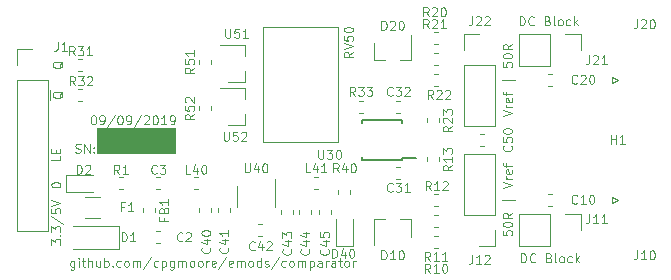
<source format=gbr>
G04 #@! TF.GenerationSoftware,KiCad,Pcbnew,5.1.4-e60b266~84~ubuntu18.04.1*
G04 #@! TF.CreationDate,2019-09-09T22:27:04+10:00*
G04 #@! TF.ProjectId,comparator,636f6d70-6172-4617-946f-722e6b696361,21/06/19*
G04 #@! TF.SameCoordinates,Original*
G04 #@! TF.FileFunction,Legend,Top*
G04 #@! TF.FilePolarity,Positive*
%FSLAX46Y46*%
G04 Gerber Fmt 4.6, Leading zero omitted, Abs format (unit mm)*
G04 Created by KiCad (PCBNEW 5.1.4-e60b266~84~ubuntu18.04.1) date 2019-09-09 22:27:04*
%MOMM*%
%LPD*%
G04 APERTURE LIST*
%ADD10C,0.076200*%
%ADD11C,0.100000*%
%ADD12C,0.120000*%
%ADD13C,0.150000*%
%ADD14C,0.977000*%
%ADD15R,1.002000X1.302000*%
%ADD16C,1.352000*%
%ADD17C,2.000000*%
%ADD18C,7.102000*%
%ADD19C,0.902000*%
%ADD20R,1.802000X1.802000*%
%ADD21O,1.802000X1.802000*%
%ADD22R,0.902000X1.002000*%
%ADD23C,1.542000*%
%ADD24R,1.552000X0.552000*%
%ADD25R,0.752000X1.162000*%
%ADD26R,1.002000X0.902000*%
%ADD27R,4.302000X1.452000*%
%ADD28R,3.702000X1.372000*%
G04 APERTURE END LIST*
D10*
X127471714Y-98860428D02*
X127580571Y-98896714D01*
X127762000Y-98896714D01*
X127834571Y-98860428D01*
X127870857Y-98824142D01*
X127907142Y-98751571D01*
X127907142Y-98679000D01*
X127870857Y-98606428D01*
X127834571Y-98570142D01*
X127762000Y-98533857D01*
X127616857Y-98497571D01*
X127544285Y-98461285D01*
X127508000Y-98425000D01*
X127471714Y-98352428D01*
X127471714Y-98279857D01*
X127508000Y-98207285D01*
X127544285Y-98171000D01*
X127616857Y-98134714D01*
X127798285Y-98134714D01*
X127907142Y-98171000D01*
X128233714Y-98896714D02*
X128233714Y-98134714D01*
X128669142Y-98896714D01*
X128669142Y-98134714D01*
X129032000Y-98824142D02*
X129068285Y-98860428D01*
X129032000Y-98896714D01*
X128995714Y-98860428D01*
X129032000Y-98824142D01*
X129032000Y-98896714D01*
X129032000Y-98425000D02*
X129068285Y-98461285D01*
X129032000Y-98497571D01*
X128995714Y-98461285D01*
X129032000Y-98425000D01*
X129032000Y-98497571D01*
D11*
G36*
X135890000Y-98933000D02*
G01*
X129286000Y-98933000D01*
X129286000Y-96774000D01*
X135890000Y-96774000D01*
X135890000Y-98933000D01*
G37*
X135890000Y-98933000D02*
X129286000Y-98933000D01*
X129286000Y-96774000D01*
X135890000Y-96774000D01*
X135890000Y-98933000D01*
D10*
X165081857Y-88101714D02*
X165081857Y-87339714D01*
X165263285Y-87339714D01*
X165372142Y-87376000D01*
X165444714Y-87448571D01*
X165481000Y-87521142D01*
X165517285Y-87666285D01*
X165517285Y-87775142D01*
X165481000Y-87920285D01*
X165444714Y-87992857D01*
X165372142Y-88065428D01*
X165263285Y-88101714D01*
X165081857Y-88101714D01*
X166279285Y-88029142D02*
X166243000Y-88065428D01*
X166134142Y-88101714D01*
X166061571Y-88101714D01*
X165952714Y-88065428D01*
X165880142Y-87992857D01*
X165843857Y-87920285D01*
X165807571Y-87775142D01*
X165807571Y-87666285D01*
X165843857Y-87521142D01*
X165880142Y-87448571D01*
X165952714Y-87376000D01*
X166061571Y-87339714D01*
X166134142Y-87339714D01*
X166243000Y-87376000D01*
X166279285Y-87412285D01*
X167440428Y-87702571D02*
X167549285Y-87738857D01*
X167585571Y-87775142D01*
X167621857Y-87847714D01*
X167621857Y-87956571D01*
X167585571Y-88029142D01*
X167549285Y-88065428D01*
X167476714Y-88101714D01*
X167186428Y-88101714D01*
X167186428Y-87339714D01*
X167440428Y-87339714D01*
X167513000Y-87376000D01*
X167549285Y-87412285D01*
X167585571Y-87484857D01*
X167585571Y-87557428D01*
X167549285Y-87630000D01*
X167513000Y-87666285D01*
X167440428Y-87702571D01*
X167186428Y-87702571D01*
X168057285Y-88101714D02*
X167984714Y-88065428D01*
X167948428Y-87992857D01*
X167948428Y-87339714D01*
X168456428Y-88101714D02*
X168383857Y-88065428D01*
X168347571Y-88029142D01*
X168311285Y-87956571D01*
X168311285Y-87738857D01*
X168347571Y-87666285D01*
X168383857Y-87630000D01*
X168456428Y-87593714D01*
X168565285Y-87593714D01*
X168637857Y-87630000D01*
X168674142Y-87666285D01*
X168710428Y-87738857D01*
X168710428Y-87956571D01*
X168674142Y-88029142D01*
X168637857Y-88065428D01*
X168565285Y-88101714D01*
X168456428Y-88101714D01*
X169363571Y-88065428D02*
X169291000Y-88101714D01*
X169145857Y-88101714D01*
X169073285Y-88065428D01*
X169037000Y-88029142D01*
X169000714Y-87956571D01*
X169000714Y-87738857D01*
X169037000Y-87666285D01*
X169073285Y-87630000D01*
X169145857Y-87593714D01*
X169291000Y-87593714D01*
X169363571Y-87630000D01*
X169690142Y-88101714D02*
X169690142Y-87339714D01*
X169762714Y-87811428D02*
X169980428Y-88101714D01*
X169980428Y-87593714D02*
X169690142Y-87884000D01*
X165208857Y-108167714D02*
X165208857Y-107405714D01*
X165390285Y-107405714D01*
X165499142Y-107442000D01*
X165571714Y-107514571D01*
X165608000Y-107587142D01*
X165644285Y-107732285D01*
X165644285Y-107841142D01*
X165608000Y-107986285D01*
X165571714Y-108058857D01*
X165499142Y-108131428D01*
X165390285Y-108167714D01*
X165208857Y-108167714D01*
X166406285Y-108095142D02*
X166370000Y-108131428D01*
X166261142Y-108167714D01*
X166188571Y-108167714D01*
X166079714Y-108131428D01*
X166007142Y-108058857D01*
X165970857Y-107986285D01*
X165934571Y-107841142D01*
X165934571Y-107732285D01*
X165970857Y-107587142D01*
X166007142Y-107514571D01*
X166079714Y-107442000D01*
X166188571Y-107405714D01*
X166261142Y-107405714D01*
X166370000Y-107442000D01*
X166406285Y-107478285D01*
X167567428Y-107768571D02*
X167676285Y-107804857D01*
X167712571Y-107841142D01*
X167748857Y-107913714D01*
X167748857Y-108022571D01*
X167712571Y-108095142D01*
X167676285Y-108131428D01*
X167603714Y-108167714D01*
X167313428Y-108167714D01*
X167313428Y-107405714D01*
X167567428Y-107405714D01*
X167640000Y-107442000D01*
X167676285Y-107478285D01*
X167712571Y-107550857D01*
X167712571Y-107623428D01*
X167676285Y-107696000D01*
X167640000Y-107732285D01*
X167567428Y-107768571D01*
X167313428Y-107768571D01*
X168184285Y-108167714D02*
X168111714Y-108131428D01*
X168075428Y-108058857D01*
X168075428Y-107405714D01*
X168583428Y-108167714D02*
X168510857Y-108131428D01*
X168474571Y-108095142D01*
X168438285Y-108022571D01*
X168438285Y-107804857D01*
X168474571Y-107732285D01*
X168510857Y-107696000D01*
X168583428Y-107659714D01*
X168692285Y-107659714D01*
X168764857Y-107696000D01*
X168801142Y-107732285D01*
X168837428Y-107804857D01*
X168837428Y-108022571D01*
X168801142Y-108095142D01*
X168764857Y-108131428D01*
X168692285Y-108167714D01*
X168583428Y-108167714D01*
X169490571Y-108131428D02*
X169418000Y-108167714D01*
X169272857Y-108167714D01*
X169200285Y-108131428D01*
X169164000Y-108095142D01*
X169127714Y-108022571D01*
X169127714Y-107804857D01*
X169164000Y-107732285D01*
X169200285Y-107696000D01*
X169272857Y-107659714D01*
X169418000Y-107659714D01*
X169490571Y-107696000D01*
X169817142Y-108167714D02*
X169817142Y-107405714D01*
X169889714Y-107877428D02*
X170107428Y-108167714D01*
X170107428Y-107659714D02*
X169817142Y-107950000D01*
X163666714Y-95794285D02*
X164428714Y-95540285D01*
X163666714Y-95286285D01*
X164428714Y-95032285D02*
X163920714Y-95032285D01*
X164065857Y-95032285D02*
X163993285Y-94996000D01*
X163957000Y-94959714D01*
X163920714Y-94887142D01*
X163920714Y-94814571D01*
X164392428Y-94270285D02*
X164428714Y-94342857D01*
X164428714Y-94488000D01*
X164392428Y-94560571D01*
X164319857Y-94596857D01*
X164029571Y-94596857D01*
X163957000Y-94560571D01*
X163920714Y-94488000D01*
X163920714Y-94342857D01*
X163957000Y-94270285D01*
X164029571Y-94234000D01*
X164102142Y-94234000D01*
X164174714Y-94596857D01*
X163920714Y-94016285D02*
X163920714Y-93726000D01*
X164428714Y-93907428D02*
X163775571Y-93907428D01*
X163703000Y-93871142D01*
X163666714Y-93798571D01*
X163666714Y-93726000D01*
X164682714Y-92710000D02*
X163594142Y-92710000D01*
X163666714Y-91222285D02*
X163666714Y-91585142D01*
X164029571Y-91621428D01*
X163993285Y-91585142D01*
X163957000Y-91512571D01*
X163957000Y-91331142D01*
X163993285Y-91258571D01*
X164029571Y-91222285D01*
X164102142Y-91186000D01*
X164283571Y-91186000D01*
X164356142Y-91222285D01*
X164392428Y-91258571D01*
X164428714Y-91331142D01*
X164428714Y-91512571D01*
X164392428Y-91585142D01*
X164356142Y-91621428D01*
X163666714Y-90714285D02*
X163666714Y-90641714D01*
X163703000Y-90569142D01*
X163739285Y-90532857D01*
X163811857Y-90496571D01*
X163957000Y-90460285D01*
X164138428Y-90460285D01*
X164283571Y-90496571D01*
X164356142Y-90532857D01*
X164392428Y-90569142D01*
X164428714Y-90641714D01*
X164428714Y-90714285D01*
X164392428Y-90786857D01*
X164356142Y-90823142D01*
X164283571Y-90859428D01*
X164138428Y-90895714D01*
X163957000Y-90895714D01*
X163811857Y-90859428D01*
X163739285Y-90823142D01*
X163703000Y-90786857D01*
X163666714Y-90714285D01*
X164428714Y-89698285D02*
X164065857Y-89952285D01*
X164428714Y-90133714D02*
X163666714Y-90133714D01*
X163666714Y-89843428D01*
X163703000Y-89770857D01*
X163739285Y-89734571D01*
X163811857Y-89698285D01*
X163920714Y-89698285D01*
X163993285Y-89734571D01*
X164029571Y-89770857D01*
X164065857Y-89843428D01*
X164065857Y-90133714D01*
X163666714Y-105482571D02*
X163666714Y-105845428D01*
X164029571Y-105881714D01*
X163993285Y-105845428D01*
X163957000Y-105772857D01*
X163957000Y-105591428D01*
X163993285Y-105518857D01*
X164029571Y-105482571D01*
X164102142Y-105446285D01*
X164283571Y-105446285D01*
X164356142Y-105482571D01*
X164392428Y-105518857D01*
X164428714Y-105591428D01*
X164428714Y-105772857D01*
X164392428Y-105845428D01*
X164356142Y-105881714D01*
X163666714Y-104974571D02*
X163666714Y-104902000D01*
X163703000Y-104829428D01*
X163739285Y-104793142D01*
X163811857Y-104756857D01*
X163957000Y-104720571D01*
X164138428Y-104720571D01*
X164283571Y-104756857D01*
X164356142Y-104793142D01*
X164392428Y-104829428D01*
X164428714Y-104902000D01*
X164428714Y-104974571D01*
X164392428Y-105047142D01*
X164356142Y-105083428D01*
X164283571Y-105119714D01*
X164138428Y-105156000D01*
X163957000Y-105156000D01*
X163811857Y-105119714D01*
X163739285Y-105083428D01*
X163703000Y-105047142D01*
X163666714Y-104974571D01*
X164428714Y-103958571D02*
X164065857Y-104212571D01*
X164428714Y-104394000D02*
X163666714Y-104394000D01*
X163666714Y-104103714D01*
X163703000Y-104031142D01*
X163739285Y-103994857D01*
X163811857Y-103958571D01*
X163920714Y-103958571D01*
X163993285Y-103994857D01*
X164029571Y-104031142D01*
X164065857Y-104103714D01*
X164065857Y-104394000D01*
X164682714Y-102870000D02*
X163594142Y-102870000D01*
X163666714Y-101854000D02*
X164428714Y-101600000D01*
X163666714Y-101346000D01*
X164428714Y-101092000D02*
X163920714Y-101092000D01*
X164065857Y-101092000D02*
X163993285Y-101055714D01*
X163957000Y-101019428D01*
X163920714Y-100946857D01*
X163920714Y-100874285D01*
X164392428Y-100330000D02*
X164428714Y-100402571D01*
X164428714Y-100547714D01*
X164392428Y-100620285D01*
X164319857Y-100656571D01*
X164029571Y-100656571D01*
X163957000Y-100620285D01*
X163920714Y-100547714D01*
X163920714Y-100402571D01*
X163957000Y-100330000D01*
X164029571Y-100293714D01*
X164102142Y-100293714D01*
X164174714Y-100656571D01*
X163920714Y-100076000D02*
X163920714Y-99785714D01*
X164428714Y-99967142D02*
X163775571Y-99967142D01*
X163703000Y-99930857D01*
X163666714Y-99858285D01*
X163666714Y-99785714D01*
X128959428Y-95721714D02*
X129032000Y-95721714D01*
X129104571Y-95758000D01*
X129140857Y-95794285D01*
X129177142Y-95866857D01*
X129213428Y-96012000D01*
X129213428Y-96193428D01*
X129177142Y-96338571D01*
X129140857Y-96411142D01*
X129104571Y-96447428D01*
X129032000Y-96483714D01*
X128959428Y-96483714D01*
X128886857Y-96447428D01*
X128850571Y-96411142D01*
X128814285Y-96338571D01*
X128778000Y-96193428D01*
X128778000Y-96012000D01*
X128814285Y-95866857D01*
X128850571Y-95794285D01*
X128886857Y-95758000D01*
X128959428Y-95721714D01*
X129576285Y-96483714D02*
X129721428Y-96483714D01*
X129794000Y-96447428D01*
X129830285Y-96411142D01*
X129902857Y-96302285D01*
X129939142Y-96157142D01*
X129939142Y-95866857D01*
X129902857Y-95794285D01*
X129866571Y-95758000D01*
X129794000Y-95721714D01*
X129648857Y-95721714D01*
X129576285Y-95758000D01*
X129540000Y-95794285D01*
X129503714Y-95866857D01*
X129503714Y-96048285D01*
X129540000Y-96120857D01*
X129576285Y-96157142D01*
X129648857Y-96193428D01*
X129794000Y-96193428D01*
X129866571Y-96157142D01*
X129902857Y-96120857D01*
X129939142Y-96048285D01*
X130810000Y-95685428D02*
X130156857Y-96665142D01*
X131209142Y-95721714D02*
X131281714Y-95721714D01*
X131354285Y-95758000D01*
X131390571Y-95794285D01*
X131426857Y-95866857D01*
X131463142Y-96012000D01*
X131463142Y-96193428D01*
X131426857Y-96338571D01*
X131390571Y-96411142D01*
X131354285Y-96447428D01*
X131281714Y-96483714D01*
X131209142Y-96483714D01*
X131136571Y-96447428D01*
X131100285Y-96411142D01*
X131064000Y-96338571D01*
X131027714Y-96193428D01*
X131027714Y-96012000D01*
X131064000Y-95866857D01*
X131100285Y-95794285D01*
X131136571Y-95758000D01*
X131209142Y-95721714D01*
X131826000Y-96483714D02*
X131971142Y-96483714D01*
X132043714Y-96447428D01*
X132080000Y-96411142D01*
X132152571Y-96302285D01*
X132188857Y-96157142D01*
X132188857Y-95866857D01*
X132152571Y-95794285D01*
X132116285Y-95758000D01*
X132043714Y-95721714D01*
X131898571Y-95721714D01*
X131826000Y-95758000D01*
X131789714Y-95794285D01*
X131753428Y-95866857D01*
X131753428Y-96048285D01*
X131789714Y-96120857D01*
X131826000Y-96157142D01*
X131898571Y-96193428D01*
X132043714Y-96193428D01*
X132116285Y-96157142D01*
X132152571Y-96120857D01*
X132188857Y-96048285D01*
X133059714Y-95685428D02*
X132406571Y-96665142D01*
X133277428Y-95794285D02*
X133313714Y-95758000D01*
X133386285Y-95721714D01*
X133567714Y-95721714D01*
X133640285Y-95758000D01*
X133676571Y-95794285D01*
X133712857Y-95866857D01*
X133712857Y-95939428D01*
X133676571Y-96048285D01*
X133241142Y-96483714D01*
X133712857Y-96483714D01*
X134184571Y-95721714D02*
X134257142Y-95721714D01*
X134329714Y-95758000D01*
X134366000Y-95794285D01*
X134402285Y-95866857D01*
X134438571Y-96012000D01*
X134438571Y-96193428D01*
X134402285Y-96338571D01*
X134366000Y-96411142D01*
X134329714Y-96447428D01*
X134257142Y-96483714D01*
X134184571Y-96483714D01*
X134112000Y-96447428D01*
X134075714Y-96411142D01*
X134039428Y-96338571D01*
X134003142Y-96193428D01*
X134003142Y-96012000D01*
X134039428Y-95866857D01*
X134075714Y-95794285D01*
X134112000Y-95758000D01*
X134184571Y-95721714D01*
X135164285Y-96483714D02*
X134728857Y-96483714D01*
X134946571Y-96483714D02*
X134946571Y-95721714D01*
X134874000Y-95830571D01*
X134801428Y-95903142D01*
X134728857Y-95939428D01*
X135527142Y-96483714D02*
X135672285Y-96483714D01*
X135744857Y-96447428D01*
X135781142Y-96411142D01*
X135853714Y-96302285D01*
X135890000Y-96157142D01*
X135890000Y-95866857D01*
X135853714Y-95794285D01*
X135817428Y-95758000D01*
X135744857Y-95721714D01*
X135599714Y-95721714D01*
X135527142Y-95758000D01*
X135490857Y-95794285D01*
X135454571Y-95866857D01*
X135454571Y-96048285D01*
X135490857Y-96120857D01*
X135527142Y-96157142D01*
X135599714Y-96193428D01*
X135744857Y-96193428D01*
X135817428Y-96157142D01*
X135853714Y-96120857D01*
X135890000Y-96048285D01*
X125439714Y-101636285D02*
X125439714Y-101563714D01*
X125476000Y-101491142D01*
X125512285Y-101454857D01*
X125584857Y-101418571D01*
X125730000Y-101382285D01*
X125911428Y-101382285D01*
X126056571Y-101418571D01*
X126129142Y-101454857D01*
X126165428Y-101491142D01*
X126201714Y-101563714D01*
X126201714Y-101636285D01*
X126165428Y-101708857D01*
X126129142Y-101745142D01*
X126056571Y-101781428D01*
X125911428Y-101817714D01*
X125730000Y-101817714D01*
X125584857Y-101781428D01*
X125512285Y-101745142D01*
X125476000Y-101708857D01*
X125439714Y-101636285D01*
X125439714Y-106661857D02*
X125439714Y-106190142D01*
X125730000Y-106444142D01*
X125730000Y-106335285D01*
X125766285Y-106262714D01*
X125802571Y-106226428D01*
X125875142Y-106190142D01*
X126056571Y-106190142D01*
X126129142Y-106226428D01*
X126165428Y-106262714D01*
X126201714Y-106335285D01*
X126201714Y-106553000D01*
X126165428Y-106625571D01*
X126129142Y-106661857D01*
X126129142Y-105863571D02*
X126165428Y-105827285D01*
X126201714Y-105863571D01*
X126165428Y-105899857D01*
X126129142Y-105863571D01*
X126201714Y-105863571D01*
X125439714Y-105573285D02*
X125439714Y-105101571D01*
X125730000Y-105355571D01*
X125730000Y-105246714D01*
X125766285Y-105174142D01*
X125802571Y-105137857D01*
X125875142Y-105101571D01*
X126056571Y-105101571D01*
X126129142Y-105137857D01*
X126165428Y-105174142D01*
X126201714Y-105246714D01*
X126201714Y-105464428D01*
X126165428Y-105537000D01*
X126129142Y-105573285D01*
X125403428Y-104230714D02*
X126383142Y-104883857D01*
X125439714Y-103613857D02*
X125439714Y-103976714D01*
X125802571Y-104013000D01*
X125766285Y-103976714D01*
X125730000Y-103904142D01*
X125730000Y-103722714D01*
X125766285Y-103650142D01*
X125802571Y-103613857D01*
X125875142Y-103577571D01*
X126056571Y-103577571D01*
X126129142Y-103613857D01*
X126165428Y-103650142D01*
X126201714Y-103722714D01*
X126201714Y-103904142D01*
X126165428Y-103976714D01*
X126129142Y-104013000D01*
X125439714Y-103359857D02*
X126201714Y-103105857D01*
X125439714Y-102851857D01*
X126201714Y-99168857D02*
X126201714Y-99531714D01*
X125439714Y-99531714D01*
X125802571Y-98914857D02*
X125802571Y-98660857D01*
X126201714Y-98552000D02*
X126201714Y-98914857D01*
X125439714Y-98914857D01*
X125439714Y-98552000D01*
X125336300Y-94379142D02*
X125336300Y-93580857D01*
X126401285Y-93689714D02*
X126365000Y-93762285D01*
X126292428Y-93834857D01*
X126183571Y-93943714D01*
X126147285Y-94016285D01*
X126147285Y-94088857D01*
X126328714Y-94052571D02*
X126292428Y-94125142D01*
X126219857Y-94197714D01*
X126074714Y-94234000D01*
X125820714Y-94234000D01*
X125675571Y-94197714D01*
X125603000Y-94125142D01*
X125566714Y-94052571D01*
X125566714Y-93907428D01*
X125603000Y-93834857D01*
X125675571Y-93762285D01*
X125820714Y-93726000D01*
X126074714Y-93726000D01*
X126219857Y-93762285D01*
X126292428Y-93834857D01*
X126328714Y-93907428D01*
X126328714Y-94052571D01*
X126401285Y-91149714D02*
X126365000Y-91222285D01*
X126292428Y-91294857D01*
X126183571Y-91403714D01*
X126147285Y-91476285D01*
X126147285Y-91548857D01*
X126328714Y-91512571D02*
X126292428Y-91585142D01*
X126219857Y-91657714D01*
X126074714Y-91694000D01*
X125820714Y-91694000D01*
X125675571Y-91657714D01*
X125603000Y-91585142D01*
X125566714Y-91512571D01*
X125566714Y-91367428D01*
X125603000Y-91294857D01*
X125675571Y-91222285D01*
X125820714Y-91186000D01*
X126074714Y-91186000D01*
X126219857Y-91222285D01*
X126292428Y-91294857D01*
X126328714Y-91367428D01*
X126328714Y-91512571D01*
X127381000Y-108040714D02*
X127381000Y-108657571D01*
X127344714Y-108730142D01*
X127308428Y-108766428D01*
X127235857Y-108802714D01*
X127127000Y-108802714D01*
X127054428Y-108766428D01*
X127381000Y-108512428D02*
X127308428Y-108548714D01*
X127163285Y-108548714D01*
X127090714Y-108512428D01*
X127054428Y-108476142D01*
X127018142Y-108403571D01*
X127018142Y-108185857D01*
X127054428Y-108113285D01*
X127090714Y-108077000D01*
X127163285Y-108040714D01*
X127308428Y-108040714D01*
X127381000Y-108077000D01*
X127743857Y-108548714D02*
X127743857Y-108040714D01*
X127743857Y-107786714D02*
X127707571Y-107823000D01*
X127743857Y-107859285D01*
X127780142Y-107823000D01*
X127743857Y-107786714D01*
X127743857Y-107859285D01*
X127997857Y-108040714D02*
X128288142Y-108040714D01*
X128106714Y-107786714D02*
X128106714Y-108439857D01*
X128143000Y-108512428D01*
X128215571Y-108548714D01*
X128288142Y-108548714D01*
X128542142Y-108548714D02*
X128542142Y-107786714D01*
X128868714Y-108548714D02*
X128868714Y-108149571D01*
X128832428Y-108077000D01*
X128759857Y-108040714D01*
X128651000Y-108040714D01*
X128578428Y-108077000D01*
X128542142Y-108113285D01*
X129558142Y-108040714D02*
X129558142Y-108548714D01*
X129231571Y-108040714D02*
X129231571Y-108439857D01*
X129267857Y-108512428D01*
X129340428Y-108548714D01*
X129449285Y-108548714D01*
X129521857Y-108512428D01*
X129558142Y-108476142D01*
X129921000Y-108548714D02*
X129921000Y-107786714D01*
X129921000Y-108077000D02*
X129993571Y-108040714D01*
X130138714Y-108040714D01*
X130211285Y-108077000D01*
X130247571Y-108113285D01*
X130283857Y-108185857D01*
X130283857Y-108403571D01*
X130247571Y-108476142D01*
X130211285Y-108512428D01*
X130138714Y-108548714D01*
X129993571Y-108548714D01*
X129921000Y-108512428D01*
X130610428Y-108476142D02*
X130646714Y-108512428D01*
X130610428Y-108548714D01*
X130574142Y-108512428D01*
X130610428Y-108476142D01*
X130610428Y-108548714D01*
X131299857Y-108512428D02*
X131227285Y-108548714D01*
X131082142Y-108548714D01*
X131009571Y-108512428D01*
X130973285Y-108476142D01*
X130937000Y-108403571D01*
X130937000Y-108185857D01*
X130973285Y-108113285D01*
X131009571Y-108077000D01*
X131082142Y-108040714D01*
X131227285Y-108040714D01*
X131299857Y-108077000D01*
X131735285Y-108548714D02*
X131662714Y-108512428D01*
X131626428Y-108476142D01*
X131590142Y-108403571D01*
X131590142Y-108185857D01*
X131626428Y-108113285D01*
X131662714Y-108077000D01*
X131735285Y-108040714D01*
X131844142Y-108040714D01*
X131916714Y-108077000D01*
X131953000Y-108113285D01*
X131989285Y-108185857D01*
X131989285Y-108403571D01*
X131953000Y-108476142D01*
X131916714Y-108512428D01*
X131844142Y-108548714D01*
X131735285Y-108548714D01*
X132315857Y-108548714D02*
X132315857Y-108040714D01*
X132315857Y-108113285D02*
X132352142Y-108077000D01*
X132424714Y-108040714D01*
X132533571Y-108040714D01*
X132606142Y-108077000D01*
X132642428Y-108149571D01*
X132642428Y-108548714D01*
X132642428Y-108149571D02*
X132678714Y-108077000D01*
X132751285Y-108040714D01*
X132860142Y-108040714D01*
X132932714Y-108077000D01*
X132969000Y-108149571D01*
X132969000Y-108548714D01*
X133876142Y-107750428D02*
X133223000Y-108730142D01*
X134456714Y-108512428D02*
X134384142Y-108548714D01*
X134239000Y-108548714D01*
X134166428Y-108512428D01*
X134130142Y-108476142D01*
X134093857Y-108403571D01*
X134093857Y-108185857D01*
X134130142Y-108113285D01*
X134166428Y-108077000D01*
X134239000Y-108040714D01*
X134384142Y-108040714D01*
X134456714Y-108077000D01*
X134783285Y-108040714D02*
X134783285Y-108802714D01*
X134783285Y-108077000D02*
X134855857Y-108040714D01*
X135001000Y-108040714D01*
X135073571Y-108077000D01*
X135109857Y-108113285D01*
X135146142Y-108185857D01*
X135146142Y-108403571D01*
X135109857Y-108476142D01*
X135073571Y-108512428D01*
X135001000Y-108548714D01*
X134855857Y-108548714D01*
X134783285Y-108512428D01*
X135799285Y-108040714D02*
X135799285Y-108657571D01*
X135763000Y-108730142D01*
X135726714Y-108766428D01*
X135654142Y-108802714D01*
X135545285Y-108802714D01*
X135472714Y-108766428D01*
X135799285Y-108512428D02*
X135726714Y-108548714D01*
X135581571Y-108548714D01*
X135509000Y-108512428D01*
X135472714Y-108476142D01*
X135436428Y-108403571D01*
X135436428Y-108185857D01*
X135472714Y-108113285D01*
X135509000Y-108077000D01*
X135581571Y-108040714D01*
X135726714Y-108040714D01*
X135799285Y-108077000D01*
X136162142Y-108548714D02*
X136162142Y-108040714D01*
X136162142Y-108113285D02*
X136198428Y-108077000D01*
X136271000Y-108040714D01*
X136379857Y-108040714D01*
X136452428Y-108077000D01*
X136488714Y-108149571D01*
X136488714Y-108548714D01*
X136488714Y-108149571D02*
X136525000Y-108077000D01*
X136597571Y-108040714D01*
X136706428Y-108040714D01*
X136779000Y-108077000D01*
X136815285Y-108149571D01*
X136815285Y-108548714D01*
X137287000Y-108548714D02*
X137214428Y-108512428D01*
X137178142Y-108476142D01*
X137141857Y-108403571D01*
X137141857Y-108185857D01*
X137178142Y-108113285D01*
X137214428Y-108077000D01*
X137287000Y-108040714D01*
X137395857Y-108040714D01*
X137468428Y-108077000D01*
X137504714Y-108113285D01*
X137541000Y-108185857D01*
X137541000Y-108403571D01*
X137504714Y-108476142D01*
X137468428Y-108512428D01*
X137395857Y-108548714D01*
X137287000Y-108548714D01*
X137976428Y-108548714D02*
X137903857Y-108512428D01*
X137867571Y-108476142D01*
X137831285Y-108403571D01*
X137831285Y-108185857D01*
X137867571Y-108113285D01*
X137903857Y-108077000D01*
X137976428Y-108040714D01*
X138085285Y-108040714D01*
X138157857Y-108077000D01*
X138194142Y-108113285D01*
X138230428Y-108185857D01*
X138230428Y-108403571D01*
X138194142Y-108476142D01*
X138157857Y-108512428D01*
X138085285Y-108548714D01*
X137976428Y-108548714D01*
X138557000Y-108548714D02*
X138557000Y-108040714D01*
X138557000Y-108185857D02*
X138593285Y-108113285D01*
X138629571Y-108077000D01*
X138702142Y-108040714D01*
X138774714Y-108040714D01*
X139319000Y-108512428D02*
X139246428Y-108548714D01*
X139101285Y-108548714D01*
X139028714Y-108512428D01*
X138992428Y-108439857D01*
X138992428Y-108149571D01*
X139028714Y-108077000D01*
X139101285Y-108040714D01*
X139246428Y-108040714D01*
X139319000Y-108077000D01*
X139355285Y-108149571D01*
X139355285Y-108222142D01*
X138992428Y-108294714D01*
X140226142Y-107750428D02*
X139573000Y-108730142D01*
X140770428Y-108512428D02*
X140697857Y-108548714D01*
X140552714Y-108548714D01*
X140480142Y-108512428D01*
X140443857Y-108439857D01*
X140443857Y-108149571D01*
X140480142Y-108077000D01*
X140552714Y-108040714D01*
X140697857Y-108040714D01*
X140770428Y-108077000D01*
X140806714Y-108149571D01*
X140806714Y-108222142D01*
X140443857Y-108294714D01*
X141133285Y-108548714D02*
X141133285Y-108040714D01*
X141133285Y-108113285D02*
X141169571Y-108077000D01*
X141242142Y-108040714D01*
X141351000Y-108040714D01*
X141423571Y-108077000D01*
X141459857Y-108149571D01*
X141459857Y-108548714D01*
X141459857Y-108149571D02*
X141496142Y-108077000D01*
X141568714Y-108040714D01*
X141677571Y-108040714D01*
X141750142Y-108077000D01*
X141786428Y-108149571D01*
X141786428Y-108548714D01*
X142258142Y-108548714D02*
X142185571Y-108512428D01*
X142149285Y-108476142D01*
X142113000Y-108403571D01*
X142113000Y-108185857D01*
X142149285Y-108113285D01*
X142185571Y-108077000D01*
X142258142Y-108040714D01*
X142367000Y-108040714D01*
X142439571Y-108077000D01*
X142475857Y-108113285D01*
X142512142Y-108185857D01*
X142512142Y-108403571D01*
X142475857Y-108476142D01*
X142439571Y-108512428D01*
X142367000Y-108548714D01*
X142258142Y-108548714D01*
X143165285Y-108548714D02*
X143165285Y-107786714D01*
X143165285Y-108512428D02*
X143092714Y-108548714D01*
X142947571Y-108548714D01*
X142875000Y-108512428D01*
X142838714Y-108476142D01*
X142802428Y-108403571D01*
X142802428Y-108185857D01*
X142838714Y-108113285D01*
X142875000Y-108077000D01*
X142947571Y-108040714D01*
X143092714Y-108040714D01*
X143165285Y-108077000D01*
X143491857Y-108512428D02*
X143564428Y-108548714D01*
X143709571Y-108548714D01*
X143782142Y-108512428D01*
X143818428Y-108439857D01*
X143818428Y-108403571D01*
X143782142Y-108331000D01*
X143709571Y-108294714D01*
X143600714Y-108294714D01*
X143528142Y-108258428D01*
X143491857Y-108185857D01*
X143491857Y-108149571D01*
X143528142Y-108077000D01*
X143600714Y-108040714D01*
X143709571Y-108040714D01*
X143782142Y-108077000D01*
X144689285Y-107750428D02*
X144036142Y-108730142D01*
X145269857Y-108512428D02*
X145197285Y-108548714D01*
X145052142Y-108548714D01*
X144979571Y-108512428D01*
X144943285Y-108476142D01*
X144907000Y-108403571D01*
X144907000Y-108185857D01*
X144943285Y-108113285D01*
X144979571Y-108077000D01*
X145052142Y-108040714D01*
X145197285Y-108040714D01*
X145269857Y-108077000D01*
X145705285Y-108548714D02*
X145632714Y-108512428D01*
X145596428Y-108476142D01*
X145560142Y-108403571D01*
X145560142Y-108185857D01*
X145596428Y-108113285D01*
X145632714Y-108077000D01*
X145705285Y-108040714D01*
X145814142Y-108040714D01*
X145886714Y-108077000D01*
X145923000Y-108113285D01*
X145959285Y-108185857D01*
X145959285Y-108403571D01*
X145923000Y-108476142D01*
X145886714Y-108512428D01*
X145814142Y-108548714D01*
X145705285Y-108548714D01*
X146285857Y-108548714D02*
X146285857Y-108040714D01*
X146285857Y-108113285D02*
X146322142Y-108077000D01*
X146394714Y-108040714D01*
X146503571Y-108040714D01*
X146576142Y-108077000D01*
X146612428Y-108149571D01*
X146612428Y-108548714D01*
X146612428Y-108149571D02*
X146648714Y-108077000D01*
X146721285Y-108040714D01*
X146830142Y-108040714D01*
X146902714Y-108077000D01*
X146939000Y-108149571D01*
X146939000Y-108548714D01*
X147301857Y-108040714D02*
X147301857Y-108802714D01*
X147301857Y-108077000D02*
X147374428Y-108040714D01*
X147519571Y-108040714D01*
X147592142Y-108077000D01*
X147628428Y-108113285D01*
X147664714Y-108185857D01*
X147664714Y-108403571D01*
X147628428Y-108476142D01*
X147592142Y-108512428D01*
X147519571Y-108548714D01*
X147374428Y-108548714D01*
X147301857Y-108512428D01*
X148317857Y-108548714D02*
X148317857Y-108149571D01*
X148281571Y-108077000D01*
X148209000Y-108040714D01*
X148063857Y-108040714D01*
X147991285Y-108077000D01*
X148317857Y-108512428D02*
X148245285Y-108548714D01*
X148063857Y-108548714D01*
X147991285Y-108512428D01*
X147955000Y-108439857D01*
X147955000Y-108367285D01*
X147991285Y-108294714D01*
X148063857Y-108258428D01*
X148245285Y-108258428D01*
X148317857Y-108222142D01*
X148680714Y-108548714D02*
X148680714Y-108040714D01*
X148680714Y-108185857D02*
X148717000Y-108113285D01*
X148753285Y-108077000D01*
X148825857Y-108040714D01*
X148898428Y-108040714D01*
X149479000Y-108548714D02*
X149479000Y-108149571D01*
X149442714Y-108077000D01*
X149370142Y-108040714D01*
X149225000Y-108040714D01*
X149152428Y-108077000D01*
X149479000Y-108512428D02*
X149406428Y-108548714D01*
X149225000Y-108548714D01*
X149152428Y-108512428D01*
X149116142Y-108439857D01*
X149116142Y-108367285D01*
X149152428Y-108294714D01*
X149225000Y-108258428D01*
X149406428Y-108258428D01*
X149479000Y-108222142D01*
X149733000Y-108040714D02*
X150023285Y-108040714D01*
X149841857Y-107786714D02*
X149841857Y-108439857D01*
X149878142Y-108512428D01*
X149950714Y-108548714D01*
X150023285Y-108548714D01*
X150386142Y-108548714D02*
X150313571Y-108512428D01*
X150277285Y-108476142D01*
X150241000Y-108403571D01*
X150241000Y-108185857D01*
X150277285Y-108113285D01*
X150313571Y-108077000D01*
X150386142Y-108040714D01*
X150495000Y-108040714D01*
X150567571Y-108077000D01*
X150603857Y-108113285D01*
X150640142Y-108185857D01*
X150640142Y-108403571D01*
X150603857Y-108476142D01*
X150567571Y-108512428D01*
X150495000Y-108548714D01*
X150386142Y-108548714D01*
X150966714Y-108548714D02*
X150966714Y-108040714D01*
X150966714Y-108185857D02*
X151003000Y-108113285D01*
X151039285Y-108077000D01*
X151111857Y-108040714D01*
X151184428Y-108040714D01*
D12*
X142966221Y-105920000D02*
X143291779Y-105920000D01*
X142966221Y-104900000D02*
X143291779Y-104900000D01*
X134330221Y-101983000D02*
X134655779Y-101983000D01*
X134330221Y-100963000D02*
X134655779Y-100963000D01*
X131155000Y-107045000D02*
X127255000Y-107045000D01*
X131155000Y-105045000D02*
X127255000Y-105045000D01*
X131155000Y-107045000D02*
X131155000Y-105045000D01*
X129507064Y-104415000D02*
X128302936Y-104415000D01*
X129507064Y-102595000D02*
X128302936Y-102595000D01*
X122495000Y-105470000D02*
X125155000Y-105470000D01*
X122495000Y-92710000D02*
X122495000Y-105470000D01*
X125155000Y-92710000D02*
X125155000Y-105470000D01*
X122495000Y-92710000D02*
X125155000Y-92710000D01*
X122495000Y-91440000D02*
X122495000Y-90110000D01*
X122495000Y-90110000D02*
X123825000Y-90110000D01*
X134330221Y-105535000D02*
X134655779Y-105535000D01*
X134330221Y-106555000D02*
X134655779Y-106555000D01*
X154975779Y-100074000D02*
X154650221Y-100074000D01*
X154975779Y-101094000D02*
X154650221Y-101094000D01*
X154975779Y-94486000D02*
X154650221Y-94486000D01*
X154975779Y-95506000D02*
X154650221Y-95506000D01*
X140591000Y-103596221D02*
X140591000Y-103921779D01*
X139571000Y-103596221D02*
X139571000Y-103921779D01*
X128943000Y-100738000D02*
X126658000Y-100738000D01*
X126658000Y-100738000D02*
X126658000Y-102208000D01*
X126658000Y-102208000D02*
X128943000Y-102208000D01*
X134241000Y-103596221D02*
X134241000Y-103921779D01*
X133221000Y-103596221D02*
X133221000Y-103921779D01*
X131155221Y-100963000D02*
X131480779Y-100963000D01*
X131155221Y-101983000D02*
X131480779Y-101983000D01*
X157825221Y-104138000D02*
X158150779Y-104138000D01*
X157825221Y-105158000D02*
X158150779Y-105158000D01*
X158150779Y-102360000D02*
X157825221Y-102360000D01*
X158150779Y-103380000D02*
X157825221Y-103380000D01*
X158244000Y-99603779D02*
X158244000Y-99278221D01*
X157224000Y-99603779D02*
X157224000Y-99278221D01*
X157825221Y-90422000D02*
X158150779Y-90422000D01*
X157825221Y-91442000D02*
X158150779Y-91442000D01*
X158150779Y-92200000D02*
X157825221Y-92200000D01*
X158150779Y-93220000D02*
X157825221Y-93220000D01*
X157224000Y-95976221D02*
X157224000Y-96301779D01*
X158244000Y-95976221D02*
X158244000Y-96301779D01*
X128051779Y-91950000D02*
X127726221Y-91950000D01*
X128051779Y-90930000D02*
X127726221Y-90930000D01*
X128051779Y-93470000D02*
X127726221Y-93470000D01*
X128051779Y-94490000D02*
X127726221Y-94490000D01*
X151800779Y-95506000D02*
X151475221Y-95506000D01*
X151800779Y-94486000D02*
X151475221Y-94486000D01*
X167477221Y-103380000D02*
X167802779Y-103380000D01*
X167477221Y-102360000D02*
X167802779Y-102360000D01*
X167477221Y-92200000D02*
X167802779Y-92200000D01*
X167477221Y-93220000D02*
X167802779Y-93220000D01*
X138940000Y-103596221D02*
X138940000Y-103921779D01*
X137920000Y-103596221D02*
X137920000Y-103921779D01*
X144905000Y-103723221D02*
X144905000Y-104048779D01*
X145925000Y-103723221D02*
X145925000Y-104048779D01*
X147449000Y-103723221D02*
X147449000Y-104048779D01*
X146429000Y-103723221D02*
X146429000Y-104048779D01*
X149100000Y-103723221D02*
X149100000Y-104048779D01*
X148080000Y-103723221D02*
X148080000Y-104048779D01*
X161762221Y-98300000D02*
X162087779Y-98300000D01*
X161762221Y-97280000D02*
X162087779Y-97280000D01*
X155885000Y-104523000D02*
X155885000Y-105983000D01*
X152725000Y-104523000D02*
X152725000Y-106683000D01*
X152725000Y-104523000D02*
X153655000Y-104523000D01*
X155885000Y-104523000D02*
X154955000Y-104523000D01*
X152725000Y-91057000D02*
X153655000Y-91057000D01*
X155885000Y-91057000D02*
X154955000Y-91057000D01*
X155885000Y-91057000D02*
X155885000Y-88897000D01*
X152725000Y-91057000D02*
X152725000Y-89597000D01*
X149506000Y-104483000D02*
X149506000Y-106768000D01*
X149506000Y-106768000D02*
X150976000Y-106768000D01*
X150976000Y-106768000D02*
X150976000Y-104483000D01*
X170240000Y-104080000D02*
X170240000Y-105410000D01*
X168910000Y-104080000D02*
X170240000Y-104080000D01*
X167640000Y-104080000D02*
X167640000Y-106740000D01*
X167640000Y-106740000D02*
X165040000Y-106740000D01*
X167640000Y-104080000D02*
X165040000Y-104080000D01*
X165040000Y-104080000D02*
X165040000Y-106740000D01*
X163001000Y-106740000D02*
X161671000Y-106740000D01*
X163001000Y-105410000D02*
X163001000Y-106740000D01*
X163001000Y-104140000D02*
X160341000Y-104140000D01*
X160341000Y-104140000D02*
X160341000Y-99000000D01*
X163001000Y-104140000D02*
X163001000Y-99000000D01*
X163001000Y-99000000D02*
X160341000Y-99000000D01*
X165040000Y-88840000D02*
X165040000Y-91500000D01*
X167640000Y-88840000D02*
X165040000Y-88840000D01*
X167640000Y-91500000D02*
X165040000Y-91500000D01*
X167640000Y-88840000D02*
X167640000Y-91500000D01*
X168910000Y-88840000D02*
X170240000Y-88840000D01*
X170240000Y-88840000D02*
X170240000Y-90170000D01*
X160341000Y-96580000D02*
X163001000Y-96580000D01*
X160341000Y-91440000D02*
X160341000Y-96580000D01*
X163001000Y-91440000D02*
X163001000Y-96580000D01*
X160341000Y-91440000D02*
X163001000Y-91440000D01*
X160341000Y-90170000D02*
X160341000Y-88840000D01*
X160341000Y-88840000D02*
X161671000Y-88840000D01*
X137830779Y-101983000D02*
X137505221Y-101983000D01*
X137830779Y-100963000D02*
X137505221Y-100963000D01*
X147990779Y-100963000D02*
X147665221Y-100963000D01*
X147990779Y-101983000D02*
X147665221Y-101983000D01*
X157825221Y-106936000D02*
X158150779Y-106936000D01*
X157825221Y-105916000D02*
X158150779Y-105916000D01*
X157825221Y-88644000D02*
X158150779Y-88644000D01*
X157825221Y-89664000D02*
X158150779Y-89664000D01*
X149731000Y-102397779D02*
X149731000Y-102072221D01*
X150751000Y-102397779D02*
X150751000Y-102072221D01*
X138940000Y-91023221D02*
X138940000Y-91348779D01*
X137920000Y-91023221D02*
X137920000Y-91348779D01*
X137920000Y-94960221D02*
X137920000Y-95285779D01*
X138940000Y-94960221D02*
X138940000Y-95285779D01*
X143385000Y-97976000D02*
X143385000Y-88206000D01*
X149725000Y-97976000D02*
X149725000Y-88206000D01*
X143385000Y-97976000D02*
X149725000Y-97976000D01*
X143385000Y-88206000D02*
X149725000Y-88206000D01*
D13*
X155091000Y-99465000D02*
X155091000Y-99290000D01*
X151741000Y-99465000D02*
X151741000Y-99215000D01*
X151741000Y-96115000D02*
X151741000Y-96365000D01*
X155091000Y-96115000D02*
X155091000Y-96365000D01*
X155091000Y-99465000D02*
X151741000Y-99465000D01*
X155091000Y-96115000D02*
X151741000Y-96115000D01*
X155091000Y-99290000D02*
X156341000Y-99290000D01*
D12*
X141138000Y-101716000D02*
X141138000Y-103516000D01*
X144358000Y-103516000D02*
X144358000Y-101066000D01*
X141857000Y-92893000D02*
X141857000Y-91963000D01*
X141857000Y-89733000D02*
X141857000Y-90663000D01*
X141857000Y-89733000D02*
X139697000Y-89733000D01*
X141857000Y-92893000D02*
X140397000Y-92893000D01*
X141857000Y-96576000D02*
X140397000Y-96576000D01*
X141857000Y-93416000D02*
X139697000Y-93416000D01*
X141857000Y-93416000D02*
X141857000Y-94346000D01*
X141857000Y-96576000D02*
X141857000Y-95646000D01*
X172881000Y-103120000D02*
X173381000Y-102870000D01*
X172881000Y-102620000D02*
X172881000Y-103120000D01*
X173381000Y-102870000D02*
X172881000Y-102620000D01*
X173381000Y-92710000D02*
X172881000Y-92460000D01*
X172881000Y-92460000D02*
X172881000Y-92960000D01*
X172881000Y-92960000D02*
X173381000Y-92710000D01*
D10*
X142639142Y-107079142D02*
X142602857Y-107115428D01*
X142494000Y-107151714D01*
X142421428Y-107151714D01*
X142312571Y-107115428D01*
X142240000Y-107042857D01*
X142203714Y-106970285D01*
X142167428Y-106825142D01*
X142167428Y-106716285D01*
X142203714Y-106571142D01*
X142240000Y-106498571D01*
X142312571Y-106426000D01*
X142421428Y-106389714D01*
X142494000Y-106389714D01*
X142602857Y-106426000D01*
X142639142Y-106462285D01*
X143292285Y-106643714D02*
X143292285Y-107151714D01*
X143110857Y-106353428D02*
X142929428Y-106897714D01*
X143401142Y-106897714D01*
X143655142Y-106462285D02*
X143691428Y-106426000D01*
X143764000Y-106389714D01*
X143945428Y-106389714D01*
X144018000Y-106426000D01*
X144054285Y-106462285D01*
X144090571Y-106534857D01*
X144090571Y-106607428D01*
X144054285Y-106716285D01*
X143618857Y-107151714D01*
X144090571Y-107151714D01*
X134366000Y-100602142D02*
X134329714Y-100638428D01*
X134220857Y-100674714D01*
X134148285Y-100674714D01*
X134039428Y-100638428D01*
X133966857Y-100565857D01*
X133930571Y-100493285D01*
X133894285Y-100348142D01*
X133894285Y-100239285D01*
X133930571Y-100094142D01*
X133966857Y-100021571D01*
X134039428Y-99949000D01*
X134148285Y-99912714D01*
X134220857Y-99912714D01*
X134329714Y-99949000D01*
X134366000Y-99985285D01*
X134620000Y-99912714D02*
X135091714Y-99912714D01*
X134837714Y-100203000D01*
X134946571Y-100203000D01*
X135019142Y-100239285D01*
X135055428Y-100275571D01*
X135091714Y-100348142D01*
X135091714Y-100529571D01*
X135055428Y-100602142D01*
X135019142Y-100638428D01*
X134946571Y-100674714D01*
X134728857Y-100674714D01*
X134656285Y-100638428D01*
X134620000Y-100602142D01*
X131390571Y-106389714D02*
X131390571Y-105627714D01*
X131572000Y-105627714D01*
X131680857Y-105664000D01*
X131753428Y-105736571D01*
X131789714Y-105809142D01*
X131826000Y-105954285D01*
X131826000Y-106063142D01*
X131789714Y-106208285D01*
X131753428Y-106280857D01*
X131680857Y-106353428D01*
X131572000Y-106389714D01*
X131390571Y-106389714D01*
X132551714Y-106389714D02*
X132116285Y-106389714D01*
X132334000Y-106389714D02*
X132334000Y-105627714D01*
X132261428Y-105736571D01*
X132188857Y-105809142D01*
X132116285Y-105845428D01*
X131572000Y-103450571D02*
X131318000Y-103450571D01*
X131318000Y-103849714D02*
X131318000Y-103087714D01*
X131680857Y-103087714D01*
X132370285Y-103849714D02*
X131934857Y-103849714D01*
X132152571Y-103849714D02*
X132152571Y-103087714D01*
X132080000Y-103196571D01*
X132007428Y-103269142D01*
X131934857Y-103305428D01*
X172774428Y-98134714D02*
X172774428Y-97372714D01*
X172774428Y-97735571D02*
X173209857Y-97735571D01*
X173209857Y-98134714D02*
X173209857Y-97372714D01*
X173971857Y-98134714D02*
X173536428Y-98134714D01*
X173754142Y-98134714D02*
X173754142Y-97372714D01*
X173681571Y-97481571D01*
X173609000Y-97554142D01*
X173536428Y-97590428D01*
X125984000Y-89498714D02*
X125984000Y-90043000D01*
X125947714Y-90151857D01*
X125875142Y-90224428D01*
X125766285Y-90260714D01*
X125693714Y-90260714D01*
X126746000Y-90260714D02*
X126310571Y-90260714D01*
X126528285Y-90260714D02*
X126528285Y-89498714D01*
X126455714Y-89607571D01*
X126383142Y-89680142D01*
X126310571Y-89716428D01*
X136525000Y-106317142D02*
X136488714Y-106353428D01*
X136379857Y-106389714D01*
X136307285Y-106389714D01*
X136198428Y-106353428D01*
X136125857Y-106280857D01*
X136089571Y-106208285D01*
X136053285Y-106063142D01*
X136053285Y-105954285D01*
X136089571Y-105809142D01*
X136125857Y-105736571D01*
X136198428Y-105664000D01*
X136307285Y-105627714D01*
X136379857Y-105627714D01*
X136488714Y-105664000D01*
X136525000Y-105700285D01*
X136815285Y-105700285D02*
X136851571Y-105664000D01*
X136924142Y-105627714D01*
X137105571Y-105627714D01*
X137178142Y-105664000D01*
X137214428Y-105700285D01*
X137250714Y-105772857D01*
X137250714Y-105845428D01*
X137214428Y-105954285D01*
X136779000Y-106389714D01*
X137250714Y-106389714D01*
X154323142Y-102126142D02*
X154286857Y-102162428D01*
X154178000Y-102198714D01*
X154105428Y-102198714D01*
X153996571Y-102162428D01*
X153924000Y-102089857D01*
X153887714Y-102017285D01*
X153851428Y-101872142D01*
X153851428Y-101763285D01*
X153887714Y-101618142D01*
X153924000Y-101545571D01*
X153996571Y-101473000D01*
X154105428Y-101436714D01*
X154178000Y-101436714D01*
X154286857Y-101473000D01*
X154323142Y-101509285D01*
X154577142Y-101436714D02*
X155048857Y-101436714D01*
X154794857Y-101727000D01*
X154903714Y-101727000D01*
X154976285Y-101763285D01*
X155012571Y-101799571D01*
X155048857Y-101872142D01*
X155048857Y-102053571D01*
X155012571Y-102126142D01*
X154976285Y-102162428D01*
X154903714Y-102198714D01*
X154686000Y-102198714D01*
X154613428Y-102162428D01*
X154577142Y-102126142D01*
X155774571Y-102198714D02*
X155339142Y-102198714D01*
X155556857Y-102198714D02*
X155556857Y-101436714D01*
X155484285Y-101545571D01*
X155411714Y-101618142D01*
X155339142Y-101654428D01*
X154323142Y-93998142D02*
X154286857Y-94034428D01*
X154178000Y-94070714D01*
X154105428Y-94070714D01*
X153996571Y-94034428D01*
X153924000Y-93961857D01*
X153887714Y-93889285D01*
X153851428Y-93744142D01*
X153851428Y-93635285D01*
X153887714Y-93490142D01*
X153924000Y-93417571D01*
X153996571Y-93345000D01*
X154105428Y-93308714D01*
X154178000Y-93308714D01*
X154286857Y-93345000D01*
X154323142Y-93381285D01*
X154577142Y-93308714D02*
X155048857Y-93308714D01*
X154794857Y-93599000D01*
X154903714Y-93599000D01*
X154976285Y-93635285D01*
X155012571Y-93671571D01*
X155048857Y-93744142D01*
X155048857Y-93925571D01*
X155012571Y-93998142D01*
X154976285Y-94034428D01*
X154903714Y-94070714D01*
X154686000Y-94070714D01*
X154613428Y-94034428D01*
X154577142Y-93998142D01*
X155339142Y-93381285D02*
X155375428Y-93345000D01*
X155448000Y-93308714D01*
X155629428Y-93308714D01*
X155702000Y-93345000D01*
X155738285Y-93381285D01*
X155774571Y-93453857D01*
X155774571Y-93526428D01*
X155738285Y-93635285D01*
X155302857Y-94070714D01*
X155774571Y-94070714D01*
X140353142Y-106915857D02*
X140389428Y-106952142D01*
X140425714Y-107061000D01*
X140425714Y-107133571D01*
X140389428Y-107242428D01*
X140316857Y-107315000D01*
X140244285Y-107351285D01*
X140099142Y-107387571D01*
X139990285Y-107387571D01*
X139845142Y-107351285D01*
X139772571Y-107315000D01*
X139700000Y-107242428D01*
X139663714Y-107133571D01*
X139663714Y-107061000D01*
X139700000Y-106952142D01*
X139736285Y-106915857D01*
X139917714Y-106262714D02*
X140425714Y-106262714D01*
X139627428Y-106444142D02*
X140171714Y-106625571D01*
X140171714Y-106153857D01*
X140425714Y-105464428D02*
X140425714Y-105899857D01*
X140425714Y-105682142D02*
X139663714Y-105682142D01*
X139772571Y-105754714D01*
X139845142Y-105827285D01*
X139881428Y-105899857D01*
X127580571Y-100674714D02*
X127580571Y-99912714D01*
X127762000Y-99912714D01*
X127870857Y-99949000D01*
X127943428Y-100021571D01*
X127979714Y-100094142D01*
X128016000Y-100239285D01*
X128016000Y-100348142D01*
X127979714Y-100493285D01*
X127943428Y-100565857D01*
X127870857Y-100638428D01*
X127762000Y-100674714D01*
X127580571Y-100674714D01*
X128306285Y-99985285D02*
X128342571Y-99949000D01*
X128415142Y-99912714D01*
X128596571Y-99912714D01*
X128669142Y-99949000D01*
X128705428Y-99985285D01*
X128741714Y-100057857D01*
X128741714Y-100130428D01*
X128705428Y-100239285D01*
X128270000Y-100674714D01*
X128741714Y-100674714D01*
X134946571Y-104394000D02*
X134946571Y-104648000D01*
X135345714Y-104648000D02*
X134583714Y-104648000D01*
X134583714Y-104285142D01*
X134946571Y-103740857D02*
X134982857Y-103632000D01*
X135019142Y-103595714D01*
X135091714Y-103559428D01*
X135200571Y-103559428D01*
X135273142Y-103595714D01*
X135309428Y-103632000D01*
X135345714Y-103704571D01*
X135345714Y-103994857D01*
X134583714Y-103994857D01*
X134583714Y-103740857D01*
X134620000Y-103668285D01*
X134656285Y-103632000D01*
X134728857Y-103595714D01*
X134801428Y-103595714D01*
X134874000Y-103632000D01*
X134910285Y-103668285D01*
X134946571Y-103740857D01*
X134946571Y-103994857D01*
X135345714Y-102833714D02*
X135345714Y-103269142D01*
X135345714Y-103051428D02*
X134583714Y-103051428D01*
X134692571Y-103124000D01*
X134765142Y-103196571D01*
X134801428Y-103269142D01*
X131191000Y-100674714D02*
X130937000Y-100311857D01*
X130755571Y-100674714D02*
X130755571Y-99912714D01*
X131045857Y-99912714D01*
X131118428Y-99949000D01*
X131154714Y-99985285D01*
X131191000Y-100057857D01*
X131191000Y-100166714D01*
X131154714Y-100239285D01*
X131118428Y-100275571D01*
X131045857Y-100311857D01*
X130755571Y-100311857D01*
X131916714Y-100674714D02*
X131481285Y-100674714D01*
X131699000Y-100674714D02*
X131699000Y-99912714D01*
X131626428Y-100021571D01*
X131553857Y-100094142D01*
X131481285Y-100130428D01*
X157498142Y-108040714D02*
X157244142Y-107677857D01*
X157062714Y-108040714D02*
X157062714Y-107278714D01*
X157353000Y-107278714D01*
X157425571Y-107315000D01*
X157461857Y-107351285D01*
X157498142Y-107423857D01*
X157498142Y-107532714D01*
X157461857Y-107605285D01*
X157425571Y-107641571D01*
X157353000Y-107677857D01*
X157062714Y-107677857D01*
X158223857Y-108040714D02*
X157788428Y-108040714D01*
X158006142Y-108040714D02*
X158006142Y-107278714D01*
X157933571Y-107387571D01*
X157861000Y-107460142D01*
X157788428Y-107496428D01*
X158949571Y-108040714D02*
X158514142Y-108040714D01*
X158731857Y-108040714D02*
X158731857Y-107278714D01*
X158659285Y-107387571D01*
X158586714Y-107460142D01*
X158514142Y-107496428D01*
X157546642Y-102071714D02*
X157292642Y-101708857D01*
X157111214Y-102071714D02*
X157111214Y-101309714D01*
X157401500Y-101309714D01*
X157474071Y-101346000D01*
X157510357Y-101382285D01*
X157546642Y-101454857D01*
X157546642Y-101563714D01*
X157510357Y-101636285D01*
X157474071Y-101672571D01*
X157401500Y-101708857D01*
X157111214Y-101708857D01*
X158272357Y-102071714D02*
X157836928Y-102071714D01*
X158054642Y-102071714D02*
X158054642Y-101309714D01*
X157982071Y-101418571D01*
X157909500Y-101491142D01*
X157836928Y-101527428D01*
X158562642Y-101382285D02*
X158598928Y-101346000D01*
X158671500Y-101309714D01*
X158852928Y-101309714D01*
X158925500Y-101346000D01*
X158961785Y-101382285D01*
X158998071Y-101454857D01*
X158998071Y-101527428D01*
X158961785Y-101636285D01*
X158526357Y-102071714D01*
X158998071Y-102071714D01*
X159348714Y-99930857D02*
X158985857Y-100184857D01*
X159348714Y-100366285D02*
X158586714Y-100366285D01*
X158586714Y-100076000D01*
X158623000Y-100003428D01*
X158659285Y-99967142D01*
X158731857Y-99930857D01*
X158840714Y-99930857D01*
X158913285Y-99967142D01*
X158949571Y-100003428D01*
X158985857Y-100076000D01*
X158985857Y-100366285D01*
X159348714Y-99205142D02*
X159348714Y-99640571D01*
X159348714Y-99422857D02*
X158586714Y-99422857D01*
X158695571Y-99495428D01*
X158768142Y-99568000D01*
X158804428Y-99640571D01*
X158586714Y-98951142D02*
X158586714Y-98479428D01*
X158877000Y-98733428D01*
X158877000Y-98624571D01*
X158913285Y-98552000D01*
X158949571Y-98515714D01*
X159022142Y-98479428D01*
X159203571Y-98479428D01*
X159276142Y-98515714D01*
X159312428Y-98552000D01*
X159348714Y-98624571D01*
X159348714Y-98842285D01*
X159312428Y-98914857D01*
X159276142Y-98951142D01*
X157371142Y-88355714D02*
X157117142Y-87992857D01*
X156935714Y-88355714D02*
X156935714Y-87593714D01*
X157226000Y-87593714D01*
X157298571Y-87630000D01*
X157334857Y-87666285D01*
X157371142Y-87738857D01*
X157371142Y-87847714D01*
X157334857Y-87920285D01*
X157298571Y-87956571D01*
X157226000Y-87992857D01*
X156935714Y-87992857D01*
X157661428Y-87666285D02*
X157697714Y-87630000D01*
X157770285Y-87593714D01*
X157951714Y-87593714D01*
X158024285Y-87630000D01*
X158060571Y-87666285D01*
X158096857Y-87738857D01*
X158096857Y-87811428D01*
X158060571Y-87920285D01*
X157625142Y-88355714D01*
X158096857Y-88355714D01*
X158822571Y-88355714D02*
X158387142Y-88355714D01*
X158604857Y-88355714D02*
X158604857Y-87593714D01*
X158532285Y-87702571D01*
X158459714Y-87775142D01*
X158387142Y-87811428D01*
X157752142Y-94324714D02*
X157498142Y-93961857D01*
X157316714Y-94324714D02*
X157316714Y-93562714D01*
X157607000Y-93562714D01*
X157679571Y-93599000D01*
X157715857Y-93635285D01*
X157752142Y-93707857D01*
X157752142Y-93816714D01*
X157715857Y-93889285D01*
X157679571Y-93925571D01*
X157607000Y-93961857D01*
X157316714Y-93961857D01*
X158042428Y-93635285D02*
X158078714Y-93599000D01*
X158151285Y-93562714D01*
X158332714Y-93562714D01*
X158405285Y-93599000D01*
X158441571Y-93635285D01*
X158477857Y-93707857D01*
X158477857Y-93780428D01*
X158441571Y-93889285D01*
X158006142Y-94324714D01*
X158477857Y-94324714D01*
X158768142Y-93635285D02*
X158804428Y-93599000D01*
X158877000Y-93562714D01*
X159058428Y-93562714D01*
X159131000Y-93599000D01*
X159167285Y-93635285D01*
X159203571Y-93707857D01*
X159203571Y-93780428D01*
X159167285Y-93889285D01*
X158731857Y-94324714D01*
X159203571Y-94324714D01*
X159348714Y-96628857D02*
X158985857Y-96882857D01*
X159348714Y-97064285D02*
X158586714Y-97064285D01*
X158586714Y-96774000D01*
X158623000Y-96701428D01*
X158659285Y-96665142D01*
X158731857Y-96628857D01*
X158840714Y-96628857D01*
X158913285Y-96665142D01*
X158949571Y-96701428D01*
X158985857Y-96774000D01*
X158985857Y-97064285D01*
X158659285Y-96338571D02*
X158623000Y-96302285D01*
X158586714Y-96229714D01*
X158586714Y-96048285D01*
X158623000Y-95975714D01*
X158659285Y-95939428D01*
X158731857Y-95903142D01*
X158804428Y-95903142D01*
X158913285Y-95939428D01*
X159348714Y-96374857D01*
X159348714Y-95903142D01*
X158586714Y-95649142D02*
X158586714Y-95177428D01*
X158877000Y-95431428D01*
X158877000Y-95322571D01*
X158913285Y-95250000D01*
X158949571Y-95213714D01*
X159022142Y-95177428D01*
X159203571Y-95177428D01*
X159276142Y-95213714D01*
X159312428Y-95250000D01*
X159348714Y-95322571D01*
X159348714Y-95540285D01*
X159312428Y-95612857D01*
X159276142Y-95649142D01*
X127399142Y-90641714D02*
X127145142Y-90278857D01*
X126963714Y-90641714D02*
X126963714Y-89879714D01*
X127254000Y-89879714D01*
X127326571Y-89916000D01*
X127362857Y-89952285D01*
X127399142Y-90024857D01*
X127399142Y-90133714D01*
X127362857Y-90206285D01*
X127326571Y-90242571D01*
X127254000Y-90278857D01*
X126963714Y-90278857D01*
X127653142Y-89879714D02*
X128124857Y-89879714D01*
X127870857Y-90170000D01*
X127979714Y-90170000D01*
X128052285Y-90206285D01*
X128088571Y-90242571D01*
X128124857Y-90315142D01*
X128124857Y-90496571D01*
X128088571Y-90569142D01*
X128052285Y-90605428D01*
X127979714Y-90641714D01*
X127762000Y-90641714D01*
X127689428Y-90605428D01*
X127653142Y-90569142D01*
X128850571Y-90641714D02*
X128415142Y-90641714D01*
X128632857Y-90641714D02*
X128632857Y-89879714D01*
X128560285Y-89988571D01*
X128487714Y-90061142D01*
X128415142Y-90097428D01*
X127447642Y-93181714D02*
X127193642Y-92818857D01*
X127012214Y-93181714D02*
X127012214Y-92419714D01*
X127302500Y-92419714D01*
X127375071Y-92456000D01*
X127411357Y-92492285D01*
X127447642Y-92564857D01*
X127447642Y-92673714D01*
X127411357Y-92746285D01*
X127375071Y-92782571D01*
X127302500Y-92818857D01*
X127012214Y-92818857D01*
X127701642Y-92419714D02*
X128173357Y-92419714D01*
X127919357Y-92710000D01*
X128028214Y-92710000D01*
X128100785Y-92746285D01*
X128137071Y-92782571D01*
X128173357Y-92855142D01*
X128173357Y-93036571D01*
X128137071Y-93109142D01*
X128100785Y-93145428D01*
X128028214Y-93181714D01*
X127810500Y-93181714D01*
X127737928Y-93145428D01*
X127701642Y-93109142D01*
X128463642Y-92492285D02*
X128499928Y-92456000D01*
X128572500Y-92419714D01*
X128753928Y-92419714D01*
X128826500Y-92456000D01*
X128862785Y-92492285D01*
X128899071Y-92564857D01*
X128899071Y-92637428D01*
X128862785Y-92746285D01*
X128427357Y-93181714D01*
X128899071Y-93181714D01*
X151148142Y-94070714D02*
X150894142Y-93707857D01*
X150712714Y-94070714D02*
X150712714Y-93308714D01*
X151003000Y-93308714D01*
X151075571Y-93345000D01*
X151111857Y-93381285D01*
X151148142Y-93453857D01*
X151148142Y-93562714D01*
X151111857Y-93635285D01*
X151075571Y-93671571D01*
X151003000Y-93707857D01*
X150712714Y-93707857D01*
X151402142Y-93308714D02*
X151873857Y-93308714D01*
X151619857Y-93599000D01*
X151728714Y-93599000D01*
X151801285Y-93635285D01*
X151837571Y-93671571D01*
X151873857Y-93744142D01*
X151873857Y-93925571D01*
X151837571Y-93998142D01*
X151801285Y-94034428D01*
X151728714Y-94070714D01*
X151511000Y-94070714D01*
X151438428Y-94034428D01*
X151402142Y-93998142D01*
X152127857Y-93308714D02*
X152599571Y-93308714D01*
X152345571Y-93599000D01*
X152454428Y-93599000D01*
X152527000Y-93635285D01*
X152563285Y-93671571D01*
X152599571Y-93744142D01*
X152599571Y-93925571D01*
X152563285Y-93998142D01*
X152527000Y-94034428D01*
X152454428Y-94070714D01*
X152236714Y-94070714D01*
X152164142Y-94034428D01*
X152127857Y-93998142D01*
X169944142Y-103142142D02*
X169907857Y-103178428D01*
X169799000Y-103214714D01*
X169726428Y-103214714D01*
X169617571Y-103178428D01*
X169545000Y-103105857D01*
X169508714Y-103033285D01*
X169472428Y-102888142D01*
X169472428Y-102779285D01*
X169508714Y-102634142D01*
X169545000Y-102561571D01*
X169617571Y-102489000D01*
X169726428Y-102452714D01*
X169799000Y-102452714D01*
X169907857Y-102489000D01*
X169944142Y-102525285D01*
X170669857Y-103214714D02*
X170234428Y-103214714D01*
X170452142Y-103214714D02*
X170452142Y-102452714D01*
X170379571Y-102561571D01*
X170307000Y-102634142D01*
X170234428Y-102670428D01*
X171141571Y-102452714D02*
X171214142Y-102452714D01*
X171286714Y-102489000D01*
X171323000Y-102525285D01*
X171359285Y-102597857D01*
X171395571Y-102743000D01*
X171395571Y-102924428D01*
X171359285Y-103069571D01*
X171323000Y-103142142D01*
X171286714Y-103178428D01*
X171214142Y-103214714D01*
X171141571Y-103214714D01*
X171069000Y-103178428D01*
X171032714Y-103142142D01*
X170996428Y-103069571D01*
X170960142Y-102924428D01*
X170960142Y-102743000D01*
X170996428Y-102597857D01*
X171032714Y-102525285D01*
X171069000Y-102489000D01*
X171141571Y-102452714D01*
X169944142Y-92982142D02*
X169907857Y-93018428D01*
X169799000Y-93054714D01*
X169726428Y-93054714D01*
X169617571Y-93018428D01*
X169545000Y-92945857D01*
X169508714Y-92873285D01*
X169472428Y-92728142D01*
X169472428Y-92619285D01*
X169508714Y-92474142D01*
X169545000Y-92401571D01*
X169617571Y-92329000D01*
X169726428Y-92292714D01*
X169799000Y-92292714D01*
X169907857Y-92329000D01*
X169944142Y-92365285D01*
X170234428Y-92365285D02*
X170270714Y-92329000D01*
X170343285Y-92292714D01*
X170524714Y-92292714D01*
X170597285Y-92329000D01*
X170633571Y-92365285D01*
X170669857Y-92437857D01*
X170669857Y-92510428D01*
X170633571Y-92619285D01*
X170198142Y-93054714D01*
X170669857Y-93054714D01*
X171141571Y-92292714D02*
X171214142Y-92292714D01*
X171286714Y-92329000D01*
X171323000Y-92365285D01*
X171359285Y-92437857D01*
X171395571Y-92583000D01*
X171395571Y-92764428D01*
X171359285Y-92909571D01*
X171323000Y-92982142D01*
X171286714Y-93018428D01*
X171214142Y-93054714D01*
X171141571Y-93054714D01*
X171069000Y-93018428D01*
X171032714Y-92982142D01*
X170996428Y-92909571D01*
X170960142Y-92764428D01*
X170960142Y-92583000D01*
X170996428Y-92437857D01*
X171032714Y-92365285D01*
X171069000Y-92329000D01*
X171141571Y-92292714D01*
X138829142Y-106915857D02*
X138865428Y-106952142D01*
X138901714Y-107061000D01*
X138901714Y-107133571D01*
X138865428Y-107242428D01*
X138792857Y-107315000D01*
X138720285Y-107351285D01*
X138575142Y-107387571D01*
X138466285Y-107387571D01*
X138321142Y-107351285D01*
X138248571Y-107315000D01*
X138176000Y-107242428D01*
X138139714Y-107133571D01*
X138139714Y-107061000D01*
X138176000Y-106952142D01*
X138212285Y-106915857D01*
X138393714Y-106262714D02*
X138901714Y-106262714D01*
X138103428Y-106444142D02*
X138647714Y-106625571D01*
X138647714Y-106153857D01*
X138139714Y-105718428D02*
X138139714Y-105645857D01*
X138176000Y-105573285D01*
X138212285Y-105537000D01*
X138284857Y-105500714D01*
X138430000Y-105464428D01*
X138611428Y-105464428D01*
X138756571Y-105500714D01*
X138829142Y-105537000D01*
X138865428Y-105573285D01*
X138901714Y-105645857D01*
X138901714Y-105718428D01*
X138865428Y-105791000D01*
X138829142Y-105827285D01*
X138756571Y-105863571D01*
X138611428Y-105899857D01*
X138430000Y-105899857D01*
X138284857Y-105863571D01*
X138212285Y-105827285D01*
X138176000Y-105791000D01*
X138139714Y-105718428D01*
X145687142Y-107042857D02*
X145723428Y-107079142D01*
X145759714Y-107188000D01*
X145759714Y-107260571D01*
X145723428Y-107369428D01*
X145650857Y-107442000D01*
X145578285Y-107478285D01*
X145433142Y-107514571D01*
X145324285Y-107514571D01*
X145179142Y-107478285D01*
X145106571Y-107442000D01*
X145034000Y-107369428D01*
X144997714Y-107260571D01*
X144997714Y-107188000D01*
X145034000Y-107079142D01*
X145070285Y-107042857D01*
X145251714Y-106389714D02*
X145759714Y-106389714D01*
X144961428Y-106571142D02*
X145505714Y-106752571D01*
X145505714Y-106280857D01*
X144997714Y-106063142D02*
X144997714Y-105591428D01*
X145288000Y-105845428D01*
X145288000Y-105736571D01*
X145324285Y-105664000D01*
X145360571Y-105627714D01*
X145433142Y-105591428D01*
X145614571Y-105591428D01*
X145687142Y-105627714D01*
X145723428Y-105664000D01*
X145759714Y-105736571D01*
X145759714Y-105954285D01*
X145723428Y-106026857D01*
X145687142Y-106063142D01*
X147211142Y-107042857D02*
X147247428Y-107079142D01*
X147283714Y-107188000D01*
X147283714Y-107260571D01*
X147247428Y-107369428D01*
X147174857Y-107442000D01*
X147102285Y-107478285D01*
X146957142Y-107514571D01*
X146848285Y-107514571D01*
X146703142Y-107478285D01*
X146630571Y-107442000D01*
X146558000Y-107369428D01*
X146521714Y-107260571D01*
X146521714Y-107188000D01*
X146558000Y-107079142D01*
X146594285Y-107042857D01*
X146775714Y-106389714D02*
X147283714Y-106389714D01*
X146485428Y-106571142D02*
X147029714Y-106752571D01*
X147029714Y-106280857D01*
X146775714Y-105664000D02*
X147283714Y-105664000D01*
X146485428Y-105845428D02*
X147029714Y-106026857D01*
X147029714Y-105555142D01*
X148862142Y-107042857D02*
X148898428Y-107079142D01*
X148934714Y-107188000D01*
X148934714Y-107260571D01*
X148898428Y-107369428D01*
X148825857Y-107442000D01*
X148753285Y-107478285D01*
X148608142Y-107514571D01*
X148499285Y-107514571D01*
X148354142Y-107478285D01*
X148281571Y-107442000D01*
X148209000Y-107369428D01*
X148172714Y-107260571D01*
X148172714Y-107188000D01*
X148209000Y-107079142D01*
X148245285Y-107042857D01*
X148426714Y-106389714D02*
X148934714Y-106389714D01*
X148136428Y-106571142D02*
X148680714Y-106752571D01*
X148680714Y-106280857D01*
X148172714Y-105627714D02*
X148172714Y-105990571D01*
X148535571Y-106026857D01*
X148499285Y-105990571D01*
X148463000Y-105918000D01*
X148463000Y-105736571D01*
X148499285Y-105664000D01*
X148535571Y-105627714D01*
X148608142Y-105591428D01*
X148789571Y-105591428D01*
X148862142Y-105627714D01*
X148898428Y-105664000D01*
X148934714Y-105736571D01*
X148934714Y-105918000D01*
X148898428Y-105990571D01*
X148862142Y-106026857D01*
X164356142Y-98279857D02*
X164392428Y-98316142D01*
X164428714Y-98425000D01*
X164428714Y-98497571D01*
X164392428Y-98606428D01*
X164319857Y-98679000D01*
X164247285Y-98715285D01*
X164102142Y-98751571D01*
X163993285Y-98751571D01*
X163848142Y-98715285D01*
X163775571Y-98679000D01*
X163703000Y-98606428D01*
X163666714Y-98497571D01*
X163666714Y-98425000D01*
X163703000Y-98316142D01*
X163739285Y-98279857D01*
X163666714Y-97590428D02*
X163666714Y-97953285D01*
X164029571Y-97989571D01*
X163993285Y-97953285D01*
X163957000Y-97880714D01*
X163957000Y-97699285D01*
X163993285Y-97626714D01*
X164029571Y-97590428D01*
X164102142Y-97554142D01*
X164283571Y-97554142D01*
X164356142Y-97590428D01*
X164392428Y-97626714D01*
X164428714Y-97699285D01*
X164428714Y-97880714D01*
X164392428Y-97953285D01*
X164356142Y-97989571D01*
X163666714Y-97082428D02*
X163666714Y-97009857D01*
X163703000Y-96937285D01*
X163739285Y-96901000D01*
X163811857Y-96864714D01*
X163957000Y-96828428D01*
X164138428Y-96828428D01*
X164283571Y-96864714D01*
X164356142Y-96901000D01*
X164392428Y-96937285D01*
X164428714Y-97009857D01*
X164428714Y-97082428D01*
X164392428Y-97155000D01*
X164356142Y-97191285D01*
X164283571Y-97227571D01*
X164138428Y-97263857D01*
X163957000Y-97263857D01*
X163811857Y-97227571D01*
X163739285Y-97191285D01*
X163703000Y-97155000D01*
X163666714Y-97082428D01*
X153379714Y-107913714D02*
X153379714Y-107151714D01*
X153561142Y-107151714D01*
X153670000Y-107188000D01*
X153742571Y-107260571D01*
X153778857Y-107333142D01*
X153815142Y-107478285D01*
X153815142Y-107587142D01*
X153778857Y-107732285D01*
X153742571Y-107804857D01*
X153670000Y-107877428D01*
X153561142Y-107913714D01*
X153379714Y-107913714D01*
X154540857Y-107913714D02*
X154105428Y-107913714D01*
X154323142Y-107913714D02*
X154323142Y-107151714D01*
X154250571Y-107260571D01*
X154178000Y-107333142D01*
X154105428Y-107369428D01*
X155012571Y-107151714D02*
X155085142Y-107151714D01*
X155157714Y-107188000D01*
X155194000Y-107224285D01*
X155230285Y-107296857D01*
X155266571Y-107442000D01*
X155266571Y-107623428D01*
X155230285Y-107768571D01*
X155194000Y-107841142D01*
X155157714Y-107877428D01*
X155085142Y-107913714D01*
X155012571Y-107913714D01*
X154940000Y-107877428D01*
X154903714Y-107841142D01*
X154867428Y-107768571D01*
X154831142Y-107623428D01*
X154831142Y-107442000D01*
X154867428Y-107296857D01*
X154903714Y-107224285D01*
X154940000Y-107188000D01*
X155012571Y-107151714D01*
X153379714Y-88482714D02*
X153379714Y-87720714D01*
X153561142Y-87720714D01*
X153670000Y-87757000D01*
X153742571Y-87829571D01*
X153778857Y-87902142D01*
X153815142Y-88047285D01*
X153815142Y-88156142D01*
X153778857Y-88301285D01*
X153742571Y-88373857D01*
X153670000Y-88446428D01*
X153561142Y-88482714D01*
X153379714Y-88482714D01*
X154105428Y-87793285D02*
X154141714Y-87757000D01*
X154214285Y-87720714D01*
X154395714Y-87720714D01*
X154468285Y-87757000D01*
X154504571Y-87793285D01*
X154540857Y-87865857D01*
X154540857Y-87938428D01*
X154504571Y-88047285D01*
X154069142Y-88482714D01*
X154540857Y-88482714D01*
X155012571Y-87720714D02*
X155085142Y-87720714D01*
X155157714Y-87757000D01*
X155194000Y-87793285D01*
X155230285Y-87865857D01*
X155266571Y-88011000D01*
X155266571Y-88192428D01*
X155230285Y-88337571D01*
X155194000Y-88410142D01*
X155157714Y-88446428D01*
X155085142Y-88482714D01*
X155012571Y-88482714D01*
X154940000Y-88446428D01*
X154903714Y-88410142D01*
X154867428Y-88337571D01*
X154831142Y-88192428D01*
X154831142Y-88011000D01*
X154867428Y-87865857D01*
X154903714Y-87793285D01*
X154940000Y-87757000D01*
X155012571Y-87720714D01*
X149188714Y-107786714D02*
X149188714Y-107024714D01*
X149370142Y-107024714D01*
X149479000Y-107061000D01*
X149551571Y-107133571D01*
X149587857Y-107206142D01*
X149624142Y-107351285D01*
X149624142Y-107460142D01*
X149587857Y-107605285D01*
X149551571Y-107677857D01*
X149479000Y-107750428D01*
X149370142Y-107786714D01*
X149188714Y-107786714D01*
X150277285Y-107278714D02*
X150277285Y-107786714D01*
X150095857Y-106988428D02*
X149914428Y-107532714D01*
X150386142Y-107532714D01*
X150821571Y-107024714D02*
X150894142Y-107024714D01*
X150966714Y-107061000D01*
X151003000Y-107097285D01*
X151039285Y-107169857D01*
X151075571Y-107315000D01*
X151075571Y-107496428D01*
X151039285Y-107641571D01*
X151003000Y-107714142D01*
X150966714Y-107750428D01*
X150894142Y-107786714D01*
X150821571Y-107786714D01*
X150749000Y-107750428D01*
X150712714Y-107714142D01*
X150676428Y-107641571D01*
X150640142Y-107496428D01*
X150640142Y-107315000D01*
X150676428Y-107169857D01*
X150712714Y-107097285D01*
X150749000Y-107061000D01*
X150821571Y-107024714D01*
X170960142Y-104103714D02*
X170960142Y-104648000D01*
X170923857Y-104756857D01*
X170851285Y-104829428D01*
X170742428Y-104865714D01*
X170669857Y-104865714D01*
X171722142Y-104865714D02*
X171286714Y-104865714D01*
X171504428Y-104865714D02*
X171504428Y-104103714D01*
X171431857Y-104212571D01*
X171359285Y-104285142D01*
X171286714Y-104321428D01*
X172447857Y-104865714D02*
X172012428Y-104865714D01*
X172230142Y-104865714D02*
X172230142Y-104103714D01*
X172157571Y-104212571D01*
X172085000Y-104285142D01*
X172012428Y-104321428D01*
X161054142Y-107532714D02*
X161054142Y-108077000D01*
X161017857Y-108185857D01*
X160945285Y-108258428D01*
X160836428Y-108294714D01*
X160763857Y-108294714D01*
X161816142Y-108294714D02*
X161380714Y-108294714D01*
X161598428Y-108294714D02*
X161598428Y-107532714D01*
X161525857Y-107641571D01*
X161453285Y-107714142D01*
X161380714Y-107750428D01*
X162106428Y-107605285D02*
X162142714Y-107569000D01*
X162215285Y-107532714D01*
X162396714Y-107532714D01*
X162469285Y-107569000D01*
X162505571Y-107605285D01*
X162541857Y-107677857D01*
X162541857Y-107750428D01*
X162505571Y-107859285D01*
X162070142Y-108294714D01*
X162541857Y-108294714D01*
X170960142Y-90641714D02*
X170960142Y-91186000D01*
X170923857Y-91294857D01*
X170851285Y-91367428D01*
X170742428Y-91403714D01*
X170669857Y-91403714D01*
X171286714Y-90714285D02*
X171323000Y-90678000D01*
X171395571Y-90641714D01*
X171577000Y-90641714D01*
X171649571Y-90678000D01*
X171685857Y-90714285D01*
X171722142Y-90786857D01*
X171722142Y-90859428D01*
X171685857Y-90968285D01*
X171250428Y-91403714D01*
X171722142Y-91403714D01*
X172447857Y-91403714D02*
X172012428Y-91403714D01*
X172230142Y-91403714D02*
X172230142Y-90641714D01*
X172157571Y-90750571D01*
X172085000Y-90823142D01*
X172012428Y-90859428D01*
X161054142Y-87339714D02*
X161054142Y-87884000D01*
X161017857Y-87992857D01*
X160945285Y-88065428D01*
X160836428Y-88101714D01*
X160763857Y-88101714D01*
X161380714Y-87412285D02*
X161417000Y-87376000D01*
X161489571Y-87339714D01*
X161671000Y-87339714D01*
X161743571Y-87376000D01*
X161779857Y-87412285D01*
X161816142Y-87484857D01*
X161816142Y-87557428D01*
X161779857Y-87666285D01*
X161344428Y-88101714D01*
X161816142Y-88101714D01*
X162106428Y-87412285D02*
X162142714Y-87376000D01*
X162215285Y-87339714D01*
X162396714Y-87339714D01*
X162469285Y-87376000D01*
X162505571Y-87412285D01*
X162541857Y-87484857D01*
X162541857Y-87557428D01*
X162505571Y-87666285D01*
X162070142Y-88101714D01*
X162541857Y-88101714D01*
X137178142Y-100674714D02*
X136815285Y-100674714D01*
X136815285Y-99912714D01*
X137758714Y-100166714D02*
X137758714Y-100674714D01*
X137577285Y-99876428D02*
X137395857Y-100420714D01*
X137867571Y-100420714D01*
X138303000Y-99912714D02*
X138375571Y-99912714D01*
X138448142Y-99949000D01*
X138484428Y-99985285D01*
X138520714Y-100057857D01*
X138557000Y-100203000D01*
X138557000Y-100384428D01*
X138520714Y-100529571D01*
X138484428Y-100602142D01*
X138448142Y-100638428D01*
X138375571Y-100674714D01*
X138303000Y-100674714D01*
X138230428Y-100638428D01*
X138194142Y-100602142D01*
X138157857Y-100529571D01*
X138121571Y-100384428D01*
X138121571Y-100203000D01*
X138157857Y-100057857D01*
X138194142Y-99985285D01*
X138230428Y-99949000D01*
X138303000Y-99912714D01*
X147338142Y-100547714D02*
X146975285Y-100547714D01*
X146975285Y-99785714D01*
X147918714Y-100039714D02*
X147918714Y-100547714D01*
X147737285Y-99749428D02*
X147555857Y-100293714D01*
X148027571Y-100293714D01*
X148717000Y-100547714D02*
X148281571Y-100547714D01*
X148499285Y-100547714D02*
X148499285Y-99785714D01*
X148426714Y-99894571D01*
X148354142Y-99967142D01*
X148281571Y-100003428D01*
X157498142Y-109056714D02*
X157244142Y-108693857D01*
X157062714Y-109056714D02*
X157062714Y-108294714D01*
X157353000Y-108294714D01*
X157425571Y-108331000D01*
X157461857Y-108367285D01*
X157498142Y-108439857D01*
X157498142Y-108548714D01*
X157461857Y-108621285D01*
X157425571Y-108657571D01*
X157353000Y-108693857D01*
X157062714Y-108693857D01*
X158223857Y-109056714D02*
X157788428Y-109056714D01*
X158006142Y-109056714D02*
X158006142Y-108294714D01*
X157933571Y-108403571D01*
X157861000Y-108476142D01*
X157788428Y-108512428D01*
X158695571Y-108294714D02*
X158768142Y-108294714D01*
X158840714Y-108331000D01*
X158877000Y-108367285D01*
X158913285Y-108439857D01*
X158949571Y-108585000D01*
X158949571Y-108766428D01*
X158913285Y-108911571D01*
X158877000Y-108984142D01*
X158840714Y-109020428D01*
X158768142Y-109056714D01*
X158695571Y-109056714D01*
X158623000Y-109020428D01*
X158586714Y-108984142D01*
X158550428Y-108911571D01*
X158514142Y-108766428D01*
X158514142Y-108585000D01*
X158550428Y-108439857D01*
X158586714Y-108367285D01*
X158623000Y-108331000D01*
X158695571Y-108294714D01*
X157371142Y-87339714D02*
X157117142Y-86976857D01*
X156935714Y-87339714D02*
X156935714Y-86577714D01*
X157226000Y-86577714D01*
X157298571Y-86614000D01*
X157334857Y-86650285D01*
X157371142Y-86722857D01*
X157371142Y-86831714D01*
X157334857Y-86904285D01*
X157298571Y-86940571D01*
X157226000Y-86976857D01*
X156935714Y-86976857D01*
X157661428Y-86650285D02*
X157697714Y-86614000D01*
X157770285Y-86577714D01*
X157951714Y-86577714D01*
X158024285Y-86614000D01*
X158060571Y-86650285D01*
X158096857Y-86722857D01*
X158096857Y-86795428D01*
X158060571Y-86904285D01*
X157625142Y-87339714D01*
X158096857Y-87339714D01*
X158568571Y-86577714D02*
X158641142Y-86577714D01*
X158713714Y-86614000D01*
X158750000Y-86650285D01*
X158786285Y-86722857D01*
X158822571Y-86868000D01*
X158822571Y-87049428D01*
X158786285Y-87194571D01*
X158750000Y-87267142D01*
X158713714Y-87303428D01*
X158641142Y-87339714D01*
X158568571Y-87339714D01*
X158496000Y-87303428D01*
X158459714Y-87267142D01*
X158423428Y-87194571D01*
X158387142Y-87049428D01*
X158387142Y-86868000D01*
X158423428Y-86722857D01*
X158459714Y-86650285D01*
X158496000Y-86614000D01*
X158568571Y-86577714D01*
X149751142Y-100547714D02*
X149497142Y-100184857D01*
X149315714Y-100547714D02*
X149315714Y-99785714D01*
X149606000Y-99785714D01*
X149678571Y-99822000D01*
X149714857Y-99858285D01*
X149751142Y-99930857D01*
X149751142Y-100039714D01*
X149714857Y-100112285D01*
X149678571Y-100148571D01*
X149606000Y-100184857D01*
X149315714Y-100184857D01*
X150404285Y-100039714D02*
X150404285Y-100547714D01*
X150222857Y-99749428D02*
X150041428Y-100293714D01*
X150513142Y-100293714D01*
X150948571Y-99785714D02*
X151021142Y-99785714D01*
X151093714Y-99822000D01*
X151130000Y-99858285D01*
X151166285Y-99930857D01*
X151202571Y-100076000D01*
X151202571Y-100257428D01*
X151166285Y-100402571D01*
X151130000Y-100475142D01*
X151093714Y-100511428D01*
X151021142Y-100547714D01*
X150948571Y-100547714D01*
X150876000Y-100511428D01*
X150839714Y-100475142D01*
X150803428Y-100402571D01*
X150767142Y-100257428D01*
X150767142Y-100076000D01*
X150803428Y-99930857D01*
X150839714Y-99858285D01*
X150876000Y-99822000D01*
X150948571Y-99785714D01*
X137504714Y-91675857D02*
X137141857Y-91929857D01*
X137504714Y-92111285D02*
X136742714Y-92111285D01*
X136742714Y-91821000D01*
X136779000Y-91748428D01*
X136815285Y-91712142D01*
X136887857Y-91675857D01*
X136996714Y-91675857D01*
X137069285Y-91712142D01*
X137105571Y-91748428D01*
X137141857Y-91821000D01*
X137141857Y-92111285D01*
X136742714Y-90986428D02*
X136742714Y-91349285D01*
X137105571Y-91385571D01*
X137069285Y-91349285D01*
X137033000Y-91276714D01*
X137033000Y-91095285D01*
X137069285Y-91022714D01*
X137105571Y-90986428D01*
X137178142Y-90950142D01*
X137359571Y-90950142D01*
X137432142Y-90986428D01*
X137468428Y-91022714D01*
X137504714Y-91095285D01*
X137504714Y-91276714D01*
X137468428Y-91349285D01*
X137432142Y-91385571D01*
X137504714Y-90224428D02*
X137504714Y-90659857D01*
X137504714Y-90442142D02*
X136742714Y-90442142D01*
X136851571Y-90514714D01*
X136924142Y-90587285D01*
X136960428Y-90659857D01*
X137504714Y-95612857D02*
X137141857Y-95866857D01*
X137504714Y-96048285D02*
X136742714Y-96048285D01*
X136742714Y-95758000D01*
X136779000Y-95685428D01*
X136815285Y-95649142D01*
X136887857Y-95612857D01*
X136996714Y-95612857D01*
X137069285Y-95649142D01*
X137105571Y-95685428D01*
X137141857Y-95758000D01*
X137141857Y-96048285D01*
X136742714Y-94923428D02*
X136742714Y-95286285D01*
X137105571Y-95322571D01*
X137069285Y-95286285D01*
X137033000Y-95213714D01*
X137033000Y-95032285D01*
X137069285Y-94959714D01*
X137105571Y-94923428D01*
X137178142Y-94887142D01*
X137359571Y-94887142D01*
X137432142Y-94923428D01*
X137468428Y-94959714D01*
X137504714Y-95032285D01*
X137504714Y-95213714D01*
X137468428Y-95286285D01*
X137432142Y-95322571D01*
X136815285Y-94596857D02*
X136779000Y-94560571D01*
X136742714Y-94488000D01*
X136742714Y-94306571D01*
X136779000Y-94234000D01*
X136815285Y-94197714D01*
X136887857Y-94161428D01*
X136960428Y-94161428D01*
X137069285Y-94197714D01*
X137504714Y-94633142D01*
X137504714Y-94161428D01*
X150966714Y-90351428D02*
X150603857Y-90605428D01*
X150966714Y-90786857D02*
X150204714Y-90786857D01*
X150204714Y-90496571D01*
X150241000Y-90424000D01*
X150277285Y-90387714D01*
X150349857Y-90351428D01*
X150458714Y-90351428D01*
X150531285Y-90387714D01*
X150567571Y-90424000D01*
X150603857Y-90496571D01*
X150603857Y-90786857D01*
X150204714Y-90133714D02*
X150966714Y-89879714D01*
X150204714Y-89625714D01*
X150204714Y-89008857D02*
X150204714Y-89371714D01*
X150567571Y-89408000D01*
X150531285Y-89371714D01*
X150495000Y-89299142D01*
X150495000Y-89117714D01*
X150531285Y-89045142D01*
X150567571Y-89008857D01*
X150640142Y-88972571D01*
X150821571Y-88972571D01*
X150894142Y-89008857D01*
X150930428Y-89045142D01*
X150966714Y-89117714D01*
X150966714Y-89299142D01*
X150930428Y-89371714D01*
X150894142Y-89408000D01*
X150204714Y-88500857D02*
X150204714Y-88428285D01*
X150241000Y-88355714D01*
X150277285Y-88319428D01*
X150349857Y-88283142D01*
X150495000Y-88246857D01*
X150676428Y-88246857D01*
X150821571Y-88283142D01*
X150894142Y-88319428D01*
X150930428Y-88355714D01*
X150966714Y-88428285D01*
X150966714Y-88500857D01*
X150930428Y-88573428D01*
X150894142Y-88609714D01*
X150821571Y-88646000D01*
X150676428Y-88682285D01*
X150495000Y-88682285D01*
X150349857Y-88646000D01*
X150277285Y-88609714D01*
X150241000Y-88573428D01*
X150204714Y-88500857D01*
X148027571Y-98642714D02*
X148027571Y-99259571D01*
X148063857Y-99332142D01*
X148100142Y-99368428D01*
X148172714Y-99404714D01*
X148317857Y-99404714D01*
X148390428Y-99368428D01*
X148426714Y-99332142D01*
X148463000Y-99259571D01*
X148463000Y-98642714D01*
X148753285Y-98642714D02*
X149225000Y-98642714D01*
X148971000Y-98933000D01*
X149079857Y-98933000D01*
X149152428Y-98969285D01*
X149188714Y-99005571D01*
X149225000Y-99078142D01*
X149225000Y-99259571D01*
X149188714Y-99332142D01*
X149152428Y-99368428D01*
X149079857Y-99404714D01*
X148862142Y-99404714D01*
X148789571Y-99368428D01*
X148753285Y-99332142D01*
X149696714Y-98642714D02*
X149769285Y-98642714D01*
X149841857Y-98679000D01*
X149878142Y-98715285D01*
X149914428Y-98787857D01*
X149950714Y-98933000D01*
X149950714Y-99114428D01*
X149914428Y-99259571D01*
X149878142Y-99332142D01*
X149841857Y-99368428D01*
X149769285Y-99404714D01*
X149696714Y-99404714D01*
X149624142Y-99368428D01*
X149587857Y-99332142D01*
X149551571Y-99259571D01*
X149515285Y-99114428D01*
X149515285Y-98933000D01*
X149551571Y-98787857D01*
X149587857Y-98715285D01*
X149624142Y-98679000D01*
X149696714Y-98642714D01*
X141804571Y-99785714D02*
X141804571Y-100402571D01*
X141840857Y-100475142D01*
X141877142Y-100511428D01*
X141949714Y-100547714D01*
X142094857Y-100547714D01*
X142167428Y-100511428D01*
X142203714Y-100475142D01*
X142240000Y-100402571D01*
X142240000Y-99785714D01*
X142929428Y-100039714D02*
X142929428Y-100547714D01*
X142748000Y-99749428D02*
X142566571Y-100293714D01*
X143038285Y-100293714D01*
X143473714Y-99785714D02*
X143546285Y-99785714D01*
X143618857Y-99822000D01*
X143655142Y-99858285D01*
X143691428Y-99930857D01*
X143727714Y-100076000D01*
X143727714Y-100257428D01*
X143691428Y-100402571D01*
X143655142Y-100475142D01*
X143618857Y-100511428D01*
X143546285Y-100547714D01*
X143473714Y-100547714D01*
X143401142Y-100511428D01*
X143364857Y-100475142D01*
X143328571Y-100402571D01*
X143292285Y-100257428D01*
X143292285Y-100076000D01*
X143328571Y-99930857D01*
X143364857Y-99858285D01*
X143401142Y-99822000D01*
X143473714Y-99785714D01*
X140153571Y-88395714D02*
X140153571Y-89012571D01*
X140189857Y-89085142D01*
X140226142Y-89121428D01*
X140298714Y-89157714D01*
X140443857Y-89157714D01*
X140516428Y-89121428D01*
X140552714Y-89085142D01*
X140589000Y-89012571D01*
X140589000Y-88395714D01*
X141314714Y-88395714D02*
X140951857Y-88395714D01*
X140915571Y-88758571D01*
X140951857Y-88722285D01*
X141024428Y-88686000D01*
X141205857Y-88686000D01*
X141278428Y-88722285D01*
X141314714Y-88758571D01*
X141351000Y-88831142D01*
X141351000Y-89012571D01*
X141314714Y-89085142D01*
X141278428Y-89121428D01*
X141205857Y-89157714D01*
X141024428Y-89157714D01*
X140951857Y-89121428D01*
X140915571Y-89085142D01*
X142076714Y-89157714D02*
X141641285Y-89157714D01*
X141859000Y-89157714D02*
X141859000Y-88395714D01*
X141786428Y-88504571D01*
X141713857Y-88577142D01*
X141641285Y-88613428D01*
X140026571Y-97118714D02*
X140026571Y-97735571D01*
X140062857Y-97808142D01*
X140099142Y-97844428D01*
X140171714Y-97880714D01*
X140316857Y-97880714D01*
X140389428Y-97844428D01*
X140425714Y-97808142D01*
X140462000Y-97735571D01*
X140462000Y-97118714D01*
X141187714Y-97118714D02*
X140824857Y-97118714D01*
X140788571Y-97481571D01*
X140824857Y-97445285D01*
X140897428Y-97409000D01*
X141078857Y-97409000D01*
X141151428Y-97445285D01*
X141187714Y-97481571D01*
X141224000Y-97554142D01*
X141224000Y-97735571D01*
X141187714Y-97808142D01*
X141151428Y-97844428D01*
X141078857Y-97880714D01*
X140897428Y-97880714D01*
X140824857Y-97844428D01*
X140788571Y-97808142D01*
X141514285Y-97191285D02*
X141550571Y-97155000D01*
X141623142Y-97118714D01*
X141804571Y-97118714D01*
X141877142Y-97155000D01*
X141913428Y-97191285D01*
X141949714Y-97263857D01*
X141949714Y-97336428D01*
X141913428Y-97445285D01*
X141478000Y-97880714D01*
X141949714Y-97880714D01*
X175024142Y-107151714D02*
X175024142Y-107696000D01*
X174987857Y-107804857D01*
X174915285Y-107877428D01*
X174806428Y-107913714D01*
X174733857Y-107913714D01*
X175786142Y-107913714D02*
X175350714Y-107913714D01*
X175568428Y-107913714D02*
X175568428Y-107151714D01*
X175495857Y-107260571D01*
X175423285Y-107333142D01*
X175350714Y-107369428D01*
X176257857Y-107151714D02*
X176330428Y-107151714D01*
X176403000Y-107188000D01*
X176439285Y-107224285D01*
X176475571Y-107296857D01*
X176511857Y-107442000D01*
X176511857Y-107623428D01*
X176475571Y-107768571D01*
X176439285Y-107841142D01*
X176403000Y-107877428D01*
X176330428Y-107913714D01*
X176257857Y-107913714D01*
X176185285Y-107877428D01*
X176149000Y-107841142D01*
X176112714Y-107768571D01*
X176076428Y-107623428D01*
X176076428Y-107442000D01*
X176112714Y-107296857D01*
X176149000Y-107224285D01*
X176185285Y-107188000D01*
X176257857Y-107151714D01*
X175024142Y-87593714D02*
X175024142Y-88138000D01*
X174987857Y-88246857D01*
X174915285Y-88319428D01*
X174806428Y-88355714D01*
X174733857Y-88355714D01*
X175350714Y-87666285D02*
X175387000Y-87630000D01*
X175459571Y-87593714D01*
X175641000Y-87593714D01*
X175713571Y-87630000D01*
X175749857Y-87666285D01*
X175786142Y-87738857D01*
X175786142Y-87811428D01*
X175749857Y-87920285D01*
X175314428Y-88355714D01*
X175786142Y-88355714D01*
X176257857Y-87593714D02*
X176330428Y-87593714D01*
X176403000Y-87630000D01*
X176439285Y-87666285D01*
X176475571Y-87738857D01*
X176511857Y-87884000D01*
X176511857Y-88065428D01*
X176475571Y-88210571D01*
X176439285Y-88283142D01*
X176403000Y-88319428D01*
X176330428Y-88355714D01*
X176257857Y-88355714D01*
X176185285Y-88319428D01*
X176149000Y-88283142D01*
X176112714Y-88210571D01*
X176076428Y-88065428D01*
X176076428Y-87884000D01*
X176112714Y-87738857D01*
X176149000Y-87666285D01*
X176185285Y-87630000D01*
X176257857Y-87593714D01*
%LPC*%
D11*
G36*
X153035000Y-87630000D02*
G01*
X125095000Y-87630000D01*
X125095000Y-86360000D01*
X153035000Y-86360000D01*
X153035000Y-87630000D01*
G37*
X153035000Y-87630000D02*
X125095000Y-87630000D01*
X125095000Y-86360000D01*
X153035000Y-86360000D01*
X153035000Y-87630000D01*
G36*
X144184691Y-104885176D02*
G01*
X144208401Y-104888693D01*
X144231652Y-104894517D01*
X144254220Y-104902592D01*
X144275889Y-104912841D01*
X144296448Y-104925164D01*
X144315701Y-104939442D01*
X144333461Y-104955539D01*
X144349558Y-104973299D01*
X144363836Y-104992552D01*
X144376159Y-105013111D01*
X144386408Y-105034780D01*
X144394483Y-105057348D01*
X144400307Y-105080599D01*
X144403824Y-105104309D01*
X144405000Y-105128250D01*
X144405000Y-105691750D01*
X144403824Y-105715691D01*
X144400307Y-105739401D01*
X144394483Y-105762652D01*
X144386408Y-105785220D01*
X144376159Y-105806889D01*
X144363836Y-105827448D01*
X144349558Y-105846701D01*
X144333461Y-105864461D01*
X144315701Y-105880558D01*
X144296448Y-105894836D01*
X144275889Y-105907159D01*
X144254220Y-105917408D01*
X144231652Y-105925483D01*
X144208401Y-105931307D01*
X144184691Y-105934824D01*
X144160750Y-105936000D01*
X143672250Y-105936000D01*
X143648309Y-105934824D01*
X143624599Y-105931307D01*
X143601348Y-105925483D01*
X143578780Y-105917408D01*
X143557111Y-105907159D01*
X143536552Y-105894836D01*
X143517299Y-105880558D01*
X143499539Y-105864461D01*
X143483442Y-105846701D01*
X143469164Y-105827448D01*
X143456841Y-105806889D01*
X143446592Y-105785220D01*
X143438517Y-105762652D01*
X143432693Y-105739401D01*
X143429176Y-105715691D01*
X143428000Y-105691750D01*
X143428000Y-105128250D01*
X143429176Y-105104309D01*
X143432693Y-105080599D01*
X143438517Y-105057348D01*
X143446592Y-105034780D01*
X143456841Y-105013111D01*
X143469164Y-104992552D01*
X143483442Y-104973299D01*
X143499539Y-104955539D01*
X143517299Y-104939442D01*
X143536552Y-104925164D01*
X143557111Y-104912841D01*
X143578780Y-104902592D01*
X143601348Y-104894517D01*
X143624599Y-104888693D01*
X143648309Y-104885176D01*
X143672250Y-104884000D01*
X144160750Y-104884000D01*
X144184691Y-104885176D01*
X144184691Y-104885176D01*
G37*
D14*
X143916500Y-105410000D03*
D11*
G36*
X142609691Y-104885176D02*
G01*
X142633401Y-104888693D01*
X142656652Y-104894517D01*
X142679220Y-104902592D01*
X142700889Y-104912841D01*
X142721448Y-104925164D01*
X142740701Y-104939442D01*
X142758461Y-104955539D01*
X142774558Y-104973299D01*
X142788836Y-104992552D01*
X142801159Y-105013111D01*
X142811408Y-105034780D01*
X142819483Y-105057348D01*
X142825307Y-105080599D01*
X142828824Y-105104309D01*
X142830000Y-105128250D01*
X142830000Y-105691750D01*
X142828824Y-105715691D01*
X142825307Y-105739401D01*
X142819483Y-105762652D01*
X142811408Y-105785220D01*
X142801159Y-105806889D01*
X142788836Y-105827448D01*
X142774558Y-105846701D01*
X142758461Y-105864461D01*
X142740701Y-105880558D01*
X142721448Y-105894836D01*
X142700889Y-105907159D01*
X142679220Y-105917408D01*
X142656652Y-105925483D01*
X142633401Y-105931307D01*
X142609691Y-105934824D01*
X142585750Y-105936000D01*
X142097250Y-105936000D01*
X142073309Y-105934824D01*
X142049599Y-105931307D01*
X142026348Y-105925483D01*
X142003780Y-105917408D01*
X141982111Y-105907159D01*
X141961552Y-105894836D01*
X141942299Y-105880558D01*
X141924539Y-105864461D01*
X141908442Y-105846701D01*
X141894164Y-105827448D01*
X141881841Y-105806889D01*
X141871592Y-105785220D01*
X141863517Y-105762652D01*
X141857693Y-105739401D01*
X141854176Y-105715691D01*
X141853000Y-105691750D01*
X141853000Y-105128250D01*
X141854176Y-105104309D01*
X141857693Y-105080599D01*
X141863517Y-105057348D01*
X141871592Y-105034780D01*
X141881841Y-105013111D01*
X141894164Y-104992552D01*
X141908442Y-104973299D01*
X141924539Y-104955539D01*
X141942299Y-104939442D01*
X141961552Y-104925164D01*
X141982111Y-104912841D01*
X142003780Y-104902592D01*
X142026348Y-104894517D01*
X142049599Y-104888693D01*
X142073309Y-104885176D01*
X142097250Y-104884000D01*
X142585750Y-104884000D01*
X142609691Y-104885176D01*
X142609691Y-104885176D01*
G37*
D14*
X142341500Y-105410000D03*
D11*
G36*
X135548691Y-100948176D02*
G01*
X135572401Y-100951693D01*
X135595652Y-100957517D01*
X135618220Y-100965592D01*
X135639889Y-100975841D01*
X135660448Y-100988164D01*
X135679701Y-101002442D01*
X135697461Y-101018539D01*
X135713558Y-101036299D01*
X135727836Y-101055552D01*
X135740159Y-101076111D01*
X135750408Y-101097780D01*
X135758483Y-101120348D01*
X135764307Y-101143599D01*
X135767824Y-101167309D01*
X135769000Y-101191250D01*
X135769000Y-101754750D01*
X135767824Y-101778691D01*
X135764307Y-101802401D01*
X135758483Y-101825652D01*
X135750408Y-101848220D01*
X135740159Y-101869889D01*
X135727836Y-101890448D01*
X135713558Y-101909701D01*
X135697461Y-101927461D01*
X135679701Y-101943558D01*
X135660448Y-101957836D01*
X135639889Y-101970159D01*
X135618220Y-101980408D01*
X135595652Y-101988483D01*
X135572401Y-101994307D01*
X135548691Y-101997824D01*
X135524750Y-101999000D01*
X135036250Y-101999000D01*
X135012309Y-101997824D01*
X134988599Y-101994307D01*
X134965348Y-101988483D01*
X134942780Y-101980408D01*
X134921111Y-101970159D01*
X134900552Y-101957836D01*
X134881299Y-101943558D01*
X134863539Y-101927461D01*
X134847442Y-101909701D01*
X134833164Y-101890448D01*
X134820841Y-101869889D01*
X134810592Y-101848220D01*
X134802517Y-101825652D01*
X134796693Y-101802401D01*
X134793176Y-101778691D01*
X134792000Y-101754750D01*
X134792000Y-101191250D01*
X134793176Y-101167309D01*
X134796693Y-101143599D01*
X134802517Y-101120348D01*
X134810592Y-101097780D01*
X134820841Y-101076111D01*
X134833164Y-101055552D01*
X134847442Y-101036299D01*
X134863539Y-101018539D01*
X134881299Y-101002442D01*
X134900552Y-100988164D01*
X134921111Y-100975841D01*
X134942780Y-100965592D01*
X134965348Y-100957517D01*
X134988599Y-100951693D01*
X135012309Y-100948176D01*
X135036250Y-100947000D01*
X135524750Y-100947000D01*
X135548691Y-100948176D01*
X135548691Y-100948176D01*
G37*
D14*
X135280500Y-101473000D03*
D11*
G36*
X133973691Y-100948176D02*
G01*
X133997401Y-100951693D01*
X134020652Y-100957517D01*
X134043220Y-100965592D01*
X134064889Y-100975841D01*
X134085448Y-100988164D01*
X134104701Y-101002442D01*
X134122461Y-101018539D01*
X134138558Y-101036299D01*
X134152836Y-101055552D01*
X134165159Y-101076111D01*
X134175408Y-101097780D01*
X134183483Y-101120348D01*
X134189307Y-101143599D01*
X134192824Y-101167309D01*
X134194000Y-101191250D01*
X134194000Y-101754750D01*
X134192824Y-101778691D01*
X134189307Y-101802401D01*
X134183483Y-101825652D01*
X134175408Y-101848220D01*
X134165159Y-101869889D01*
X134152836Y-101890448D01*
X134138558Y-101909701D01*
X134122461Y-101927461D01*
X134104701Y-101943558D01*
X134085448Y-101957836D01*
X134064889Y-101970159D01*
X134043220Y-101980408D01*
X134020652Y-101988483D01*
X133997401Y-101994307D01*
X133973691Y-101997824D01*
X133949750Y-101999000D01*
X133461250Y-101999000D01*
X133437309Y-101997824D01*
X133413599Y-101994307D01*
X133390348Y-101988483D01*
X133367780Y-101980408D01*
X133346111Y-101970159D01*
X133325552Y-101957836D01*
X133306299Y-101943558D01*
X133288539Y-101927461D01*
X133272442Y-101909701D01*
X133258164Y-101890448D01*
X133245841Y-101869889D01*
X133235592Y-101848220D01*
X133227517Y-101825652D01*
X133221693Y-101802401D01*
X133218176Y-101778691D01*
X133217000Y-101754750D01*
X133217000Y-101191250D01*
X133218176Y-101167309D01*
X133221693Y-101143599D01*
X133227517Y-101120348D01*
X133235592Y-101097780D01*
X133245841Y-101076111D01*
X133258164Y-101055552D01*
X133272442Y-101036299D01*
X133288539Y-101018539D01*
X133306299Y-101002442D01*
X133325552Y-100988164D01*
X133346111Y-100975841D01*
X133367780Y-100965592D01*
X133390348Y-100957517D01*
X133413599Y-100951693D01*
X133437309Y-100948176D01*
X133461250Y-100947000D01*
X133949750Y-100947000D01*
X133973691Y-100948176D01*
X133973691Y-100948176D01*
G37*
D14*
X133705500Y-101473000D03*
D15*
X127255000Y-106045000D03*
X130555000Y-106045000D03*
D11*
G36*
X130737104Y-102580302D02*
G01*
X130763352Y-102584196D01*
X130789093Y-102590643D01*
X130814078Y-102599583D01*
X130838066Y-102610928D01*
X130860826Y-102624571D01*
X130882140Y-102640378D01*
X130901802Y-102658198D01*
X130919622Y-102677860D01*
X130935429Y-102699174D01*
X130949072Y-102721934D01*
X130960417Y-102745922D01*
X130969357Y-102770907D01*
X130975804Y-102796648D01*
X130979698Y-102822896D01*
X130981000Y-102849400D01*
X130981000Y-104160600D01*
X130979698Y-104187104D01*
X130975804Y-104213352D01*
X130969357Y-104239093D01*
X130960417Y-104264078D01*
X130949072Y-104288066D01*
X130935429Y-104310826D01*
X130919622Y-104332140D01*
X130901802Y-104351802D01*
X130882140Y-104369622D01*
X130860826Y-104385429D01*
X130838066Y-104399072D01*
X130814078Y-104410417D01*
X130789093Y-104419357D01*
X130763352Y-104425804D01*
X130737104Y-104429698D01*
X130710600Y-104431000D01*
X129899400Y-104431000D01*
X129872896Y-104429698D01*
X129846648Y-104425804D01*
X129820907Y-104419357D01*
X129795922Y-104410417D01*
X129771934Y-104399072D01*
X129749174Y-104385429D01*
X129727860Y-104369622D01*
X129708198Y-104351802D01*
X129690378Y-104332140D01*
X129674571Y-104310826D01*
X129660928Y-104288066D01*
X129649583Y-104264078D01*
X129640643Y-104239093D01*
X129634196Y-104213352D01*
X129630302Y-104187104D01*
X129629000Y-104160600D01*
X129629000Y-102849400D01*
X129630302Y-102822896D01*
X129634196Y-102796648D01*
X129640643Y-102770907D01*
X129649583Y-102745922D01*
X129660928Y-102721934D01*
X129674571Y-102699174D01*
X129690378Y-102677860D01*
X129708198Y-102658198D01*
X129727860Y-102640378D01*
X129749174Y-102624571D01*
X129771934Y-102610928D01*
X129795922Y-102599583D01*
X129820907Y-102590643D01*
X129846648Y-102584196D01*
X129872896Y-102580302D01*
X129899400Y-102579000D01*
X130710600Y-102579000D01*
X130737104Y-102580302D01*
X130737104Y-102580302D01*
G37*
D16*
X130305000Y-103505000D03*
D11*
G36*
X127937104Y-102580302D02*
G01*
X127963352Y-102584196D01*
X127989093Y-102590643D01*
X128014078Y-102599583D01*
X128038066Y-102610928D01*
X128060826Y-102624571D01*
X128082140Y-102640378D01*
X128101802Y-102658198D01*
X128119622Y-102677860D01*
X128135429Y-102699174D01*
X128149072Y-102721934D01*
X128160417Y-102745922D01*
X128169357Y-102770907D01*
X128175804Y-102796648D01*
X128179698Y-102822896D01*
X128181000Y-102849400D01*
X128181000Y-104160600D01*
X128179698Y-104187104D01*
X128175804Y-104213352D01*
X128169357Y-104239093D01*
X128160417Y-104264078D01*
X128149072Y-104288066D01*
X128135429Y-104310826D01*
X128119622Y-104332140D01*
X128101802Y-104351802D01*
X128082140Y-104369622D01*
X128060826Y-104385429D01*
X128038066Y-104399072D01*
X128014078Y-104410417D01*
X127989093Y-104419357D01*
X127963352Y-104425804D01*
X127937104Y-104429698D01*
X127910600Y-104431000D01*
X127099400Y-104431000D01*
X127072896Y-104429698D01*
X127046648Y-104425804D01*
X127020907Y-104419357D01*
X126995922Y-104410417D01*
X126971934Y-104399072D01*
X126949174Y-104385429D01*
X126927860Y-104369622D01*
X126908198Y-104351802D01*
X126890378Y-104332140D01*
X126874571Y-104310826D01*
X126860928Y-104288066D01*
X126849583Y-104264078D01*
X126840643Y-104239093D01*
X126834196Y-104213352D01*
X126830302Y-104187104D01*
X126829000Y-104160600D01*
X126829000Y-102849400D01*
X126830302Y-102822896D01*
X126834196Y-102796648D01*
X126840643Y-102770907D01*
X126849583Y-102745922D01*
X126860928Y-102721934D01*
X126874571Y-102699174D01*
X126890378Y-102677860D01*
X126908198Y-102658198D01*
X126927860Y-102640378D01*
X126949174Y-102624571D01*
X126971934Y-102610928D01*
X126995922Y-102599583D01*
X127020907Y-102590643D01*
X127046648Y-102584196D01*
X127072896Y-102580302D01*
X127099400Y-102579000D01*
X127910600Y-102579000D01*
X127937104Y-102580302D01*
X127937104Y-102580302D01*
G37*
D16*
X127505000Y-103505000D03*
D17*
X123825000Y-88265000D03*
X172085000Y-87630000D03*
X123825000Y-107315000D03*
X172085000Y-107950000D03*
D18*
X168910000Y-97790000D03*
D19*
X171535000Y-97790000D03*
X170766155Y-99646155D03*
X168910000Y-100415000D03*
X167053845Y-99646155D03*
X166285000Y-97790000D03*
X167053845Y-95933845D03*
X168910000Y-95165000D03*
X170766155Y-95933845D03*
D20*
X123825000Y-91440000D03*
D21*
X123825000Y-93980000D03*
X123825000Y-96520000D03*
X123825000Y-99060000D03*
X123825000Y-101600000D03*
X123825000Y-104140000D03*
D11*
G36*
X133973691Y-105520176D02*
G01*
X133997401Y-105523693D01*
X134020652Y-105529517D01*
X134043220Y-105537592D01*
X134064889Y-105547841D01*
X134085448Y-105560164D01*
X134104701Y-105574442D01*
X134122461Y-105590539D01*
X134138558Y-105608299D01*
X134152836Y-105627552D01*
X134165159Y-105648111D01*
X134175408Y-105669780D01*
X134183483Y-105692348D01*
X134189307Y-105715599D01*
X134192824Y-105739309D01*
X134194000Y-105763250D01*
X134194000Y-106326750D01*
X134192824Y-106350691D01*
X134189307Y-106374401D01*
X134183483Y-106397652D01*
X134175408Y-106420220D01*
X134165159Y-106441889D01*
X134152836Y-106462448D01*
X134138558Y-106481701D01*
X134122461Y-106499461D01*
X134104701Y-106515558D01*
X134085448Y-106529836D01*
X134064889Y-106542159D01*
X134043220Y-106552408D01*
X134020652Y-106560483D01*
X133997401Y-106566307D01*
X133973691Y-106569824D01*
X133949750Y-106571000D01*
X133461250Y-106571000D01*
X133437309Y-106569824D01*
X133413599Y-106566307D01*
X133390348Y-106560483D01*
X133367780Y-106552408D01*
X133346111Y-106542159D01*
X133325552Y-106529836D01*
X133306299Y-106515558D01*
X133288539Y-106499461D01*
X133272442Y-106481701D01*
X133258164Y-106462448D01*
X133245841Y-106441889D01*
X133235592Y-106420220D01*
X133227517Y-106397652D01*
X133221693Y-106374401D01*
X133218176Y-106350691D01*
X133217000Y-106326750D01*
X133217000Y-105763250D01*
X133218176Y-105739309D01*
X133221693Y-105715599D01*
X133227517Y-105692348D01*
X133235592Y-105669780D01*
X133245841Y-105648111D01*
X133258164Y-105627552D01*
X133272442Y-105608299D01*
X133288539Y-105590539D01*
X133306299Y-105574442D01*
X133325552Y-105560164D01*
X133346111Y-105547841D01*
X133367780Y-105537592D01*
X133390348Y-105529517D01*
X133413599Y-105523693D01*
X133437309Y-105520176D01*
X133461250Y-105519000D01*
X133949750Y-105519000D01*
X133973691Y-105520176D01*
X133973691Y-105520176D01*
G37*
D14*
X133705500Y-106045000D03*
D11*
G36*
X135548691Y-105520176D02*
G01*
X135572401Y-105523693D01*
X135595652Y-105529517D01*
X135618220Y-105537592D01*
X135639889Y-105547841D01*
X135660448Y-105560164D01*
X135679701Y-105574442D01*
X135697461Y-105590539D01*
X135713558Y-105608299D01*
X135727836Y-105627552D01*
X135740159Y-105648111D01*
X135750408Y-105669780D01*
X135758483Y-105692348D01*
X135764307Y-105715599D01*
X135767824Y-105739309D01*
X135769000Y-105763250D01*
X135769000Y-106326750D01*
X135767824Y-106350691D01*
X135764307Y-106374401D01*
X135758483Y-106397652D01*
X135750408Y-106420220D01*
X135740159Y-106441889D01*
X135727836Y-106462448D01*
X135713558Y-106481701D01*
X135697461Y-106499461D01*
X135679701Y-106515558D01*
X135660448Y-106529836D01*
X135639889Y-106542159D01*
X135618220Y-106552408D01*
X135595652Y-106560483D01*
X135572401Y-106566307D01*
X135548691Y-106569824D01*
X135524750Y-106571000D01*
X135036250Y-106571000D01*
X135012309Y-106569824D01*
X134988599Y-106566307D01*
X134965348Y-106560483D01*
X134942780Y-106552408D01*
X134921111Y-106542159D01*
X134900552Y-106529836D01*
X134881299Y-106515558D01*
X134863539Y-106499461D01*
X134847442Y-106481701D01*
X134833164Y-106462448D01*
X134820841Y-106441889D01*
X134810592Y-106420220D01*
X134802517Y-106397652D01*
X134796693Y-106374401D01*
X134793176Y-106350691D01*
X134792000Y-106326750D01*
X134792000Y-105763250D01*
X134793176Y-105739309D01*
X134796693Y-105715599D01*
X134802517Y-105692348D01*
X134810592Y-105669780D01*
X134820841Y-105648111D01*
X134833164Y-105627552D01*
X134847442Y-105608299D01*
X134863539Y-105590539D01*
X134881299Y-105574442D01*
X134900552Y-105560164D01*
X134921111Y-105547841D01*
X134942780Y-105537592D01*
X134965348Y-105529517D01*
X134988599Y-105523693D01*
X135012309Y-105520176D01*
X135036250Y-105519000D01*
X135524750Y-105519000D01*
X135548691Y-105520176D01*
X135548691Y-105520176D01*
G37*
D14*
X135280500Y-106045000D03*
D11*
G36*
X154293691Y-100059176D02*
G01*
X154317401Y-100062693D01*
X154340652Y-100068517D01*
X154363220Y-100076592D01*
X154384889Y-100086841D01*
X154405448Y-100099164D01*
X154424701Y-100113442D01*
X154442461Y-100129539D01*
X154458558Y-100147299D01*
X154472836Y-100166552D01*
X154485159Y-100187111D01*
X154495408Y-100208780D01*
X154503483Y-100231348D01*
X154509307Y-100254599D01*
X154512824Y-100278309D01*
X154514000Y-100302250D01*
X154514000Y-100865750D01*
X154512824Y-100889691D01*
X154509307Y-100913401D01*
X154503483Y-100936652D01*
X154495408Y-100959220D01*
X154485159Y-100980889D01*
X154472836Y-101001448D01*
X154458558Y-101020701D01*
X154442461Y-101038461D01*
X154424701Y-101054558D01*
X154405448Y-101068836D01*
X154384889Y-101081159D01*
X154363220Y-101091408D01*
X154340652Y-101099483D01*
X154317401Y-101105307D01*
X154293691Y-101108824D01*
X154269750Y-101110000D01*
X153781250Y-101110000D01*
X153757309Y-101108824D01*
X153733599Y-101105307D01*
X153710348Y-101099483D01*
X153687780Y-101091408D01*
X153666111Y-101081159D01*
X153645552Y-101068836D01*
X153626299Y-101054558D01*
X153608539Y-101038461D01*
X153592442Y-101020701D01*
X153578164Y-101001448D01*
X153565841Y-100980889D01*
X153555592Y-100959220D01*
X153547517Y-100936652D01*
X153541693Y-100913401D01*
X153538176Y-100889691D01*
X153537000Y-100865750D01*
X153537000Y-100302250D01*
X153538176Y-100278309D01*
X153541693Y-100254599D01*
X153547517Y-100231348D01*
X153555592Y-100208780D01*
X153565841Y-100187111D01*
X153578164Y-100166552D01*
X153592442Y-100147299D01*
X153608539Y-100129539D01*
X153626299Y-100113442D01*
X153645552Y-100099164D01*
X153666111Y-100086841D01*
X153687780Y-100076592D01*
X153710348Y-100068517D01*
X153733599Y-100062693D01*
X153757309Y-100059176D01*
X153781250Y-100058000D01*
X154269750Y-100058000D01*
X154293691Y-100059176D01*
X154293691Y-100059176D01*
G37*
D14*
X154025500Y-100584000D03*
D11*
G36*
X155868691Y-100059176D02*
G01*
X155892401Y-100062693D01*
X155915652Y-100068517D01*
X155938220Y-100076592D01*
X155959889Y-100086841D01*
X155980448Y-100099164D01*
X155999701Y-100113442D01*
X156017461Y-100129539D01*
X156033558Y-100147299D01*
X156047836Y-100166552D01*
X156060159Y-100187111D01*
X156070408Y-100208780D01*
X156078483Y-100231348D01*
X156084307Y-100254599D01*
X156087824Y-100278309D01*
X156089000Y-100302250D01*
X156089000Y-100865750D01*
X156087824Y-100889691D01*
X156084307Y-100913401D01*
X156078483Y-100936652D01*
X156070408Y-100959220D01*
X156060159Y-100980889D01*
X156047836Y-101001448D01*
X156033558Y-101020701D01*
X156017461Y-101038461D01*
X155999701Y-101054558D01*
X155980448Y-101068836D01*
X155959889Y-101081159D01*
X155938220Y-101091408D01*
X155915652Y-101099483D01*
X155892401Y-101105307D01*
X155868691Y-101108824D01*
X155844750Y-101110000D01*
X155356250Y-101110000D01*
X155332309Y-101108824D01*
X155308599Y-101105307D01*
X155285348Y-101099483D01*
X155262780Y-101091408D01*
X155241111Y-101081159D01*
X155220552Y-101068836D01*
X155201299Y-101054558D01*
X155183539Y-101038461D01*
X155167442Y-101020701D01*
X155153164Y-101001448D01*
X155140841Y-100980889D01*
X155130592Y-100959220D01*
X155122517Y-100936652D01*
X155116693Y-100913401D01*
X155113176Y-100889691D01*
X155112000Y-100865750D01*
X155112000Y-100302250D01*
X155113176Y-100278309D01*
X155116693Y-100254599D01*
X155122517Y-100231348D01*
X155130592Y-100208780D01*
X155140841Y-100187111D01*
X155153164Y-100166552D01*
X155167442Y-100147299D01*
X155183539Y-100129539D01*
X155201299Y-100113442D01*
X155220552Y-100099164D01*
X155241111Y-100086841D01*
X155262780Y-100076592D01*
X155285348Y-100068517D01*
X155308599Y-100062693D01*
X155332309Y-100059176D01*
X155356250Y-100058000D01*
X155844750Y-100058000D01*
X155868691Y-100059176D01*
X155868691Y-100059176D01*
G37*
D14*
X155600500Y-100584000D03*
D11*
G36*
X154293691Y-94471176D02*
G01*
X154317401Y-94474693D01*
X154340652Y-94480517D01*
X154363220Y-94488592D01*
X154384889Y-94498841D01*
X154405448Y-94511164D01*
X154424701Y-94525442D01*
X154442461Y-94541539D01*
X154458558Y-94559299D01*
X154472836Y-94578552D01*
X154485159Y-94599111D01*
X154495408Y-94620780D01*
X154503483Y-94643348D01*
X154509307Y-94666599D01*
X154512824Y-94690309D01*
X154514000Y-94714250D01*
X154514000Y-95277750D01*
X154512824Y-95301691D01*
X154509307Y-95325401D01*
X154503483Y-95348652D01*
X154495408Y-95371220D01*
X154485159Y-95392889D01*
X154472836Y-95413448D01*
X154458558Y-95432701D01*
X154442461Y-95450461D01*
X154424701Y-95466558D01*
X154405448Y-95480836D01*
X154384889Y-95493159D01*
X154363220Y-95503408D01*
X154340652Y-95511483D01*
X154317401Y-95517307D01*
X154293691Y-95520824D01*
X154269750Y-95522000D01*
X153781250Y-95522000D01*
X153757309Y-95520824D01*
X153733599Y-95517307D01*
X153710348Y-95511483D01*
X153687780Y-95503408D01*
X153666111Y-95493159D01*
X153645552Y-95480836D01*
X153626299Y-95466558D01*
X153608539Y-95450461D01*
X153592442Y-95432701D01*
X153578164Y-95413448D01*
X153565841Y-95392889D01*
X153555592Y-95371220D01*
X153547517Y-95348652D01*
X153541693Y-95325401D01*
X153538176Y-95301691D01*
X153537000Y-95277750D01*
X153537000Y-94714250D01*
X153538176Y-94690309D01*
X153541693Y-94666599D01*
X153547517Y-94643348D01*
X153555592Y-94620780D01*
X153565841Y-94599111D01*
X153578164Y-94578552D01*
X153592442Y-94559299D01*
X153608539Y-94541539D01*
X153626299Y-94525442D01*
X153645552Y-94511164D01*
X153666111Y-94498841D01*
X153687780Y-94488592D01*
X153710348Y-94480517D01*
X153733599Y-94474693D01*
X153757309Y-94471176D01*
X153781250Y-94470000D01*
X154269750Y-94470000D01*
X154293691Y-94471176D01*
X154293691Y-94471176D01*
G37*
D14*
X154025500Y-94996000D03*
D11*
G36*
X155868691Y-94471176D02*
G01*
X155892401Y-94474693D01*
X155915652Y-94480517D01*
X155938220Y-94488592D01*
X155959889Y-94498841D01*
X155980448Y-94511164D01*
X155999701Y-94525442D01*
X156017461Y-94541539D01*
X156033558Y-94559299D01*
X156047836Y-94578552D01*
X156060159Y-94599111D01*
X156070408Y-94620780D01*
X156078483Y-94643348D01*
X156084307Y-94666599D01*
X156087824Y-94690309D01*
X156089000Y-94714250D01*
X156089000Y-95277750D01*
X156087824Y-95301691D01*
X156084307Y-95325401D01*
X156078483Y-95348652D01*
X156070408Y-95371220D01*
X156060159Y-95392889D01*
X156047836Y-95413448D01*
X156033558Y-95432701D01*
X156017461Y-95450461D01*
X155999701Y-95466558D01*
X155980448Y-95480836D01*
X155959889Y-95493159D01*
X155938220Y-95503408D01*
X155915652Y-95511483D01*
X155892401Y-95517307D01*
X155868691Y-95520824D01*
X155844750Y-95522000D01*
X155356250Y-95522000D01*
X155332309Y-95520824D01*
X155308599Y-95517307D01*
X155285348Y-95511483D01*
X155262780Y-95503408D01*
X155241111Y-95493159D01*
X155220552Y-95480836D01*
X155201299Y-95466558D01*
X155183539Y-95450461D01*
X155167442Y-95432701D01*
X155153164Y-95413448D01*
X155140841Y-95392889D01*
X155130592Y-95371220D01*
X155122517Y-95348652D01*
X155116693Y-95325401D01*
X155113176Y-95301691D01*
X155112000Y-95277750D01*
X155112000Y-94714250D01*
X155113176Y-94690309D01*
X155116693Y-94666599D01*
X155122517Y-94643348D01*
X155130592Y-94620780D01*
X155140841Y-94599111D01*
X155153164Y-94578552D01*
X155167442Y-94559299D01*
X155183539Y-94541539D01*
X155201299Y-94525442D01*
X155220552Y-94511164D01*
X155241111Y-94498841D01*
X155262780Y-94488592D01*
X155285348Y-94480517D01*
X155308599Y-94474693D01*
X155332309Y-94471176D01*
X155356250Y-94470000D01*
X155844750Y-94470000D01*
X155868691Y-94471176D01*
X155868691Y-94471176D01*
G37*
D14*
X155600500Y-94996000D03*
D11*
G36*
X140386691Y-102484176D02*
G01*
X140410401Y-102487693D01*
X140433652Y-102493517D01*
X140456220Y-102501592D01*
X140477889Y-102511841D01*
X140498448Y-102524164D01*
X140517701Y-102538442D01*
X140535461Y-102554539D01*
X140551558Y-102572299D01*
X140565836Y-102591552D01*
X140578159Y-102612111D01*
X140588408Y-102633780D01*
X140596483Y-102656348D01*
X140602307Y-102679599D01*
X140605824Y-102703309D01*
X140607000Y-102727250D01*
X140607000Y-103215750D01*
X140605824Y-103239691D01*
X140602307Y-103263401D01*
X140596483Y-103286652D01*
X140588408Y-103309220D01*
X140578159Y-103330889D01*
X140565836Y-103351448D01*
X140551558Y-103370701D01*
X140535461Y-103388461D01*
X140517701Y-103404558D01*
X140498448Y-103418836D01*
X140477889Y-103431159D01*
X140456220Y-103441408D01*
X140433652Y-103449483D01*
X140410401Y-103455307D01*
X140386691Y-103458824D01*
X140362750Y-103460000D01*
X139799250Y-103460000D01*
X139775309Y-103458824D01*
X139751599Y-103455307D01*
X139728348Y-103449483D01*
X139705780Y-103441408D01*
X139684111Y-103431159D01*
X139663552Y-103418836D01*
X139644299Y-103404558D01*
X139626539Y-103388461D01*
X139610442Y-103370701D01*
X139596164Y-103351448D01*
X139583841Y-103330889D01*
X139573592Y-103309220D01*
X139565517Y-103286652D01*
X139559693Y-103263401D01*
X139556176Y-103239691D01*
X139555000Y-103215750D01*
X139555000Y-102727250D01*
X139556176Y-102703309D01*
X139559693Y-102679599D01*
X139565517Y-102656348D01*
X139573592Y-102633780D01*
X139583841Y-102612111D01*
X139596164Y-102591552D01*
X139610442Y-102572299D01*
X139626539Y-102554539D01*
X139644299Y-102538442D01*
X139663552Y-102524164D01*
X139684111Y-102511841D01*
X139705780Y-102501592D01*
X139728348Y-102493517D01*
X139751599Y-102487693D01*
X139775309Y-102484176D01*
X139799250Y-102483000D01*
X140362750Y-102483000D01*
X140386691Y-102484176D01*
X140386691Y-102484176D01*
G37*
D14*
X140081000Y-102971500D03*
D11*
G36*
X140386691Y-104059176D02*
G01*
X140410401Y-104062693D01*
X140433652Y-104068517D01*
X140456220Y-104076592D01*
X140477889Y-104086841D01*
X140498448Y-104099164D01*
X140517701Y-104113442D01*
X140535461Y-104129539D01*
X140551558Y-104147299D01*
X140565836Y-104166552D01*
X140578159Y-104187111D01*
X140588408Y-104208780D01*
X140596483Y-104231348D01*
X140602307Y-104254599D01*
X140605824Y-104278309D01*
X140607000Y-104302250D01*
X140607000Y-104790750D01*
X140605824Y-104814691D01*
X140602307Y-104838401D01*
X140596483Y-104861652D01*
X140588408Y-104884220D01*
X140578159Y-104905889D01*
X140565836Y-104926448D01*
X140551558Y-104945701D01*
X140535461Y-104963461D01*
X140517701Y-104979558D01*
X140498448Y-104993836D01*
X140477889Y-105006159D01*
X140456220Y-105016408D01*
X140433652Y-105024483D01*
X140410401Y-105030307D01*
X140386691Y-105033824D01*
X140362750Y-105035000D01*
X139799250Y-105035000D01*
X139775309Y-105033824D01*
X139751599Y-105030307D01*
X139728348Y-105024483D01*
X139705780Y-105016408D01*
X139684111Y-105006159D01*
X139663552Y-104993836D01*
X139644299Y-104979558D01*
X139626539Y-104963461D01*
X139610442Y-104945701D01*
X139596164Y-104926448D01*
X139583841Y-104905889D01*
X139573592Y-104884220D01*
X139565517Y-104861652D01*
X139559693Y-104838401D01*
X139556176Y-104814691D01*
X139555000Y-104790750D01*
X139555000Y-104302250D01*
X139556176Y-104278309D01*
X139559693Y-104254599D01*
X139565517Y-104231348D01*
X139573592Y-104208780D01*
X139583841Y-104187111D01*
X139596164Y-104166552D01*
X139610442Y-104147299D01*
X139626539Y-104129539D01*
X139644299Y-104113442D01*
X139663552Y-104099164D01*
X139684111Y-104086841D01*
X139705780Y-104076592D01*
X139728348Y-104068517D01*
X139751599Y-104062693D01*
X139775309Y-104059176D01*
X139799250Y-104058000D01*
X140362750Y-104058000D01*
X140386691Y-104059176D01*
X140386691Y-104059176D01*
G37*
D14*
X140081000Y-104546500D03*
D11*
G36*
X127623691Y-100948176D02*
G01*
X127647401Y-100951693D01*
X127670652Y-100957517D01*
X127693220Y-100965592D01*
X127714889Y-100975841D01*
X127735448Y-100988164D01*
X127754701Y-101002442D01*
X127772461Y-101018539D01*
X127788558Y-101036299D01*
X127802836Y-101055552D01*
X127815159Y-101076111D01*
X127825408Y-101097780D01*
X127833483Y-101120348D01*
X127839307Y-101143599D01*
X127842824Y-101167309D01*
X127844000Y-101191250D01*
X127844000Y-101754750D01*
X127842824Y-101778691D01*
X127839307Y-101802401D01*
X127833483Y-101825652D01*
X127825408Y-101848220D01*
X127815159Y-101869889D01*
X127802836Y-101890448D01*
X127788558Y-101909701D01*
X127772461Y-101927461D01*
X127754701Y-101943558D01*
X127735448Y-101957836D01*
X127714889Y-101970159D01*
X127693220Y-101980408D01*
X127670652Y-101988483D01*
X127647401Y-101994307D01*
X127623691Y-101997824D01*
X127599750Y-101999000D01*
X127111250Y-101999000D01*
X127087309Y-101997824D01*
X127063599Y-101994307D01*
X127040348Y-101988483D01*
X127017780Y-101980408D01*
X126996111Y-101970159D01*
X126975552Y-101957836D01*
X126956299Y-101943558D01*
X126938539Y-101927461D01*
X126922442Y-101909701D01*
X126908164Y-101890448D01*
X126895841Y-101869889D01*
X126885592Y-101848220D01*
X126877517Y-101825652D01*
X126871693Y-101802401D01*
X126868176Y-101778691D01*
X126867000Y-101754750D01*
X126867000Y-101191250D01*
X126868176Y-101167309D01*
X126871693Y-101143599D01*
X126877517Y-101120348D01*
X126885592Y-101097780D01*
X126895841Y-101076111D01*
X126908164Y-101055552D01*
X126922442Y-101036299D01*
X126938539Y-101018539D01*
X126956299Y-101002442D01*
X126975552Y-100988164D01*
X126996111Y-100975841D01*
X127017780Y-100965592D01*
X127040348Y-100957517D01*
X127063599Y-100951693D01*
X127087309Y-100948176D01*
X127111250Y-100947000D01*
X127599750Y-100947000D01*
X127623691Y-100948176D01*
X127623691Y-100948176D01*
G37*
D14*
X127355500Y-101473000D03*
D11*
G36*
X129198691Y-100948176D02*
G01*
X129222401Y-100951693D01*
X129245652Y-100957517D01*
X129268220Y-100965592D01*
X129289889Y-100975841D01*
X129310448Y-100988164D01*
X129329701Y-101002442D01*
X129347461Y-101018539D01*
X129363558Y-101036299D01*
X129377836Y-101055552D01*
X129390159Y-101076111D01*
X129400408Y-101097780D01*
X129408483Y-101120348D01*
X129414307Y-101143599D01*
X129417824Y-101167309D01*
X129419000Y-101191250D01*
X129419000Y-101754750D01*
X129417824Y-101778691D01*
X129414307Y-101802401D01*
X129408483Y-101825652D01*
X129400408Y-101848220D01*
X129390159Y-101869889D01*
X129377836Y-101890448D01*
X129363558Y-101909701D01*
X129347461Y-101927461D01*
X129329701Y-101943558D01*
X129310448Y-101957836D01*
X129289889Y-101970159D01*
X129268220Y-101980408D01*
X129245652Y-101988483D01*
X129222401Y-101994307D01*
X129198691Y-101997824D01*
X129174750Y-101999000D01*
X128686250Y-101999000D01*
X128662309Y-101997824D01*
X128638599Y-101994307D01*
X128615348Y-101988483D01*
X128592780Y-101980408D01*
X128571111Y-101970159D01*
X128550552Y-101957836D01*
X128531299Y-101943558D01*
X128513539Y-101927461D01*
X128497442Y-101909701D01*
X128483164Y-101890448D01*
X128470841Y-101869889D01*
X128460592Y-101848220D01*
X128452517Y-101825652D01*
X128446693Y-101802401D01*
X128443176Y-101778691D01*
X128442000Y-101754750D01*
X128442000Y-101191250D01*
X128443176Y-101167309D01*
X128446693Y-101143599D01*
X128452517Y-101120348D01*
X128460592Y-101097780D01*
X128470841Y-101076111D01*
X128483164Y-101055552D01*
X128497442Y-101036299D01*
X128513539Y-101018539D01*
X128531299Y-101002442D01*
X128550552Y-100988164D01*
X128571111Y-100975841D01*
X128592780Y-100965592D01*
X128615348Y-100957517D01*
X128638599Y-100951693D01*
X128662309Y-100948176D01*
X128686250Y-100947000D01*
X129174750Y-100947000D01*
X129198691Y-100948176D01*
X129198691Y-100948176D01*
G37*
D14*
X128930500Y-101473000D03*
D11*
G36*
X134036691Y-102484176D02*
G01*
X134060401Y-102487693D01*
X134083652Y-102493517D01*
X134106220Y-102501592D01*
X134127889Y-102511841D01*
X134148448Y-102524164D01*
X134167701Y-102538442D01*
X134185461Y-102554539D01*
X134201558Y-102572299D01*
X134215836Y-102591552D01*
X134228159Y-102612111D01*
X134238408Y-102633780D01*
X134246483Y-102656348D01*
X134252307Y-102679599D01*
X134255824Y-102703309D01*
X134257000Y-102727250D01*
X134257000Y-103215750D01*
X134255824Y-103239691D01*
X134252307Y-103263401D01*
X134246483Y-103286652D01*
X134238408Y-103309220D01*
X134228159Y-103330889D01*
X134215836Y-103351448D01*
X134201558Y-103370701D01*
X134185461Y-103388461D01*
X134167701Y-103404558D01*
X134148448Y-103418836D01*
X134127889Y-103431159D01*
X134106220Y-103441408D01*
X134083652Y-103449483D01*
X134060401Y-103455307D01*
X134036691Y-103458824D01*
X134012750Y-103460000D01*
X133449250Y-103460000D01*
X133425309Y-103458824D01*
X133401599Y-103455307D01*
X133378348Y-103449483D01*
X133355780Y-103441408D01*
X133334111Y-103431159D01*
X133313552Y-103418836D01*
X133294299Y-103404558D01*
X133276539Y-103388461D01*
X133260442Y-103370701D01*
X133246164Y-103351448D01*
X133233841Y-103330889D01*
X133223592Y-103309220D01*
X133215517Y-103286652D01*
X133209693Y-103263401D01*
X133206176Y-103239691D01*
X133205000Y-103215750D01*
X133205000Y-102727250D01*
X133206176Y-102703309D01*
X133209693Y-102679599D01*
X133215517Y-102656348D01*
X133223592Y-102633780D01*
X133233841Y-102612111D01*
X133246164Y-102591552D01*
X133260442Y-102572299D01*
X133276539Y-102554539D01*
X133294299Y-102538442D01*
X133313552Y-102524164D01*
X133334111Y-102511841D01*
X133355780Y-102501592D01*
X133378348Y-102493517D01*
X133401599Y-102487693D01*
X133425309Y-102484176D01*
X133449250Y-102483000D01*
X134012750Y-102483000D01*
X134036691Y-102484176D01*
X134036691Y-102484176D01*
G37*
D14*
X133731000Y-102971500D03*
D11*
G36*
X134036691Y-104059176D02*
G01*
X134060401Y-104062693D01*
X134083652Y-104068517D01*
X134106220Y-104076592D01*
X134127889Y-104086841D01*
X134148448Y-104099164D01*
X134167701Y-104113442D01*
X134185461Y-104129539D01*
X134201558Y-104147299D01*
X134215836Y-104166552D01*
X134228159Y-104187111D01*
X134238408Y-104208780D01*
X134246483Y-104231348D01*
X134252307Y-104254599D01*
X134255824Y-104278309D01*
X134257000Y-104302250D01*
X134257000Y-104790750D01*
X134255824Y-104814691D01*
X134252307Y-104838401D01*
X134246483Y-104861652D01*
X134238408Y-104884220D01*
X134228159Y-104905889D01*
X134215836Y-104926448D01*
X134201558Y-104945701D01*
X134185461Y-104963461D01*
X134167701Y-104979558D01*
X134148448Y-104993836D01*
X134127889Y-105006159D01*
X134106220Y-105016408D01*
X134083652Y-105024483D01*
X134060401Y-105030307D01*
X134036691Y-105033824D01*
X134012750Y-105035000D01*
X133449250Y-105035000D01*
X133425309Y-105033824D01*
X133401599Y-105030307D01*
X133378348Y-105024483D01*
X133355780Y-105016408D01*
X133334111Y-105006159D01*
X133313552Y-104993836D01*
X133294299Y-104979558D01*
X133276539Y-104963461D01*
X133260442Y-104945701D01*
X133246164Y-104926448D01*
X133233841Y-104905889D01*
X133223592Y-104884220D01*
X133215517Y-104861652D01*
X133209693Y-104838401D01*
X133206176Y-104814691D01*
X133205000Y-104790750D01*
X133205000Y-104302250D01*
X133206176Y-104278309D01*
X133209693Y-104254599D01*
X133215517Y-104231348D01*
X133223592Y-104208780D01*
X133233841Y-104187111D01*
X133246164Y-104166552D01*
X133260442Y-104147299D01*
X133276539Y-104129539D01*
X133294299Y-104113442D01*
X133313552Y-104099164D01*
X133334111Y-104086841D01*
X133355780Y-104076592D01*
X133378348Y-104068517D01*
X133401599Y-104062693D01*
X133425309Y-104059176D01*
X133449250Y-104058000D01*
X134012750Y-104058000D01*
X134036691Y-104059176D01*
X134036691Y-104059176D01*
G37*
D14*
X133731000Y-104546500D03*
D11*
G36*
X130798691Y-100948176D02*
G01*
X130822401Y-100951693D01*
X130845652Y-100957517D01*
X130868220Y-100965592D01*
X130889889Y-100975841D01*
X130910448Y-100988164D01*
X130929701Y-101002442D01*
X130947461Y-101018539D01*
X130963558Y-101036299D01*
X130977836Y-101055552D01*
X130990159Y-101076111D01*
X131000408Y-101097780D01*
X131008483Y-101120348D01*
X131014307Y-101143599D01*
X131017824Y-101167309D01*
X131019000Y-101191250D01*
X131019000Y-101754750D01*
X131017824Y-101778691D01*
X131014307Y-101802401D01*
X131008483Y-101825652D01*
X131000408Y-101848220D01*
X130990159Y-101869889D01*
X130977836Y-101890448D01*
X130963558Y-101909701D01*
X130947461Y-101927461D01*
X130929701Y-101943558D01*
X130910448Y-101957836D01*
X130889889Y-101970159D01*
X130868220Y-101980408D01*
X130845652Y-101988483D01*
X130822401Y-101994307D01*
X130798691Y-101997824D01*
X130774750Y-101999000D01*
X130286250Y-101999000D01*
X130262309Y-101997824D01*
X130238599Y-101994307D01*
X130215348Y-101988483D01*
X130192780Y-101980408D01*
X130171111Y-101970159D01*
X130150552Y-101957836D01*
X130131299Y-101943558D01*
X130113539Y-101927461D01*
X130097442Y-101909701D01*
X130083164Y-101890448D01*
X130070841Y-101869889D01*
X130060592Y-101848220D01*
X130052517Y-101825652D01*
X130046693Y-101802401D01*
X130043176Y-101778691D01*
X130042000Y-101754750D01*
X130042000Y-101191250D01*
X130043176Y-101167309D01*
X130046693Y-101143599D01*
X130052517Y-101120348D01*
X130060592Y-101097780D01*
X130070841Y-101076111D01*
X130083164Y-101055552D01*
X130097442Y-101036299D01*
X130113539Y-101018539D01*
X130131299Y-101002442D01*
X130150552Y-100988164D01*
X130171111Y-100975841D01*
X130192780Y-100965592D01*
X130215348Y-100957517D01*
X130238599Y-100951693D01*
X130262309Y-100948176D01*
X130286250Y-100947000D01*
X130774750Y-100947000D01*
X130798691Y-100948176D01*
X130798691Y-100948176D01*
G37*
D14*
X130530500Y-101473000D03*
D11*
G36*
X132373691Y-100948176D02*
G01*
X132397401Y-100951693D01*
X132420652Y-100957517D01*
X132443220Y-100965592D01*
X132464889Y-100975841D01*
X132485448Y-100988164D01*
X132504701Y-101002442D01*
X132522461Y-101018539D01*
X132538558Y-101036299D01*
X132552836Y-101055552D01*
X132565159Y-101076111D01*
X132575408Y-101097780D01*
X132583483Y-101120348D01*
X132589307Y-101143599D01*
X132592824Y-101167309D01*
X132594000Y-101191250D01*
X132594000Y-101754750D01*
X132592824Y-101778691D01*
X132589307Y-101802401D01*
X132583483Y-101825652D01*
X132575408Y-101848220D01*
X132565159Y-101869889D01*
X132552836Y-101890448D01*
X132538558Y-101909701D01*
X132522461Y-101927461D01*
X132504701Y-101943558D01*
X132485448Y-101957836D01*
X132464889Y-101970159D01*
X132443220Y-101980408D01*
X132420652Y-101988483D01*
X132397401Y-101994307D01*
X132373691Y-101997824D01*
X132349750Y-101999000D01*
X131861250Y-101999000D01*
X131837309Y-101997824D01*
X131813599Y-101994307D01*
X131790348Y-101988483D01*
X131767780Y-101980408D01*
X131746111Y-101970159D01*
X131725552Y-101957836D01*
X131706299Y-101943558D01*
X131688539Y-101927461D01*
X131672442Y-101909701D01*
X131658164Y-101890448D01*
X131645841Y-101869889D01*
X131635592Y-101848220D01*
X131627517Y-101825652D01*
X131621693Y-101802401D01*
X131618176Y-101778691D01*
X131617000Y-101754750D01*
X131617000Y-101191250D01*
X131618176Y-101167309D01*
X131621693Y-101143599D01*
X131627517Y-101120348D01*
X131635592Y-101097780D01*
X131645841Y-101076111D01*
X131658164Y-101055552D01*
X131672442Y-101036299D01*
X131688539Y-101018539D01*
X131706299Y-101002442D01*
X131725552Y-100988164D01*
X131746111Y-100975841D01*
X131767780Y-100965592D01*
X131790348Y-100957517D01*
X131813599Y-100951693D01*
X131837309Y-100948176D01*
X131861250Y-100947000D01*
X132349750Y-100947000D01*
X132373691Y-100948176D01*
X132373691Y-100948176D01*
G37*
D14*
X132105500Y-101473000D03*
D11*
G36*
X157468691Y-104123176D02*
G01*
X157492401Y-104126693D01*
X157515652Y-104132517D01*
X157538220Y-104140592D01*
X157559889Y-104150841D01*
X157580448Y-104163164D01*
X157599701Y-104177442D01*
X157617461Y-104193539D01*
X157633558Y-104211299D01*
X157647836Y-104230552D01*
X157660159Y-104251111D01*
X157670408Y-104272780D01*
X157678483Y-104295348D01*
X157684307Y-104318599D01*
X157687824Y-104342309D01*
X157689000Y-104366250D01*
X157689000Y-104929750D01*
X157687824Y-104953691D01*
X157684307Y-104977401D01*
X157678483Y-105000652D01*
X157670408Y-105023220D01*
X157660159Y-105044889D01*
X157647836Y-105065448D01*
X157633558Y-105084701D01*
X157617461Y-105102461D01*
X157599701Y-105118558D01*
X157580448Y-105132836D01*
X157559889Y-105145159D01*
X157538220Y-105155408D01*
X157515652Y-105163483D01*
X157492401Y-105169307D01*
X157468691Y-105172824D01*
X157444750Y-105174000D01*
X156956250Y-105174000D01*
X156932309Y-105172824D01*
X156908599Y-105169307D01*
X156885348Y-105163483D01*
X156862780Y-105155408D01*
X156841111Y-105145159D01*
X156820552Y-105132836D01*
X156801299Y-105118558D01*
X156783539Y-105102461D01*
X156767442Y-105084701D01*
X156753164Y-105065448D01*
X156740841Y-105044889D01*
X156730592Y-105023220D01*
X156722517Y-105000652D01*
X156716693Y-104977401D01*
X156713176Y-104953691D01*
X156712000Y-104929750D01*
X156712000Y-104366250D01*
X156713176Y-104342309D01*
X156716693Y-104318599D01*
X156722517Y-104295348D01*
X156730592Y-104272780D01*
X156740841Y-104251111D01*
X156753164Y-104230552D01*
X156767442Y-104211299D01*
X156783539Y-104193539D01*
X156801299Y-104177442D01*
X156820552Y-104163164D01*
X156841111Y-104150841D01*
X156862780Y-104140592D01*
X156885348Y-104132517D01*
X156908599Y-104126693D01*
X156932309Y-104123176D01*
X156956250Y-104122000D01*
X157444750Y-104122000D01*
X157468691Y-104123176D01*
X157468691Y-104123176D01*
G37*
D14*
X157200500Y-104648000D03*
D11*
G36*
X159043691Y-104123176D02*
G01*
X159067401Y-104126693D01*
X159090652Y-104132517D01*
X159113220Y-104140592D01*
X159134889Y-104150841D01*
X159155448Y-104163164D01*
X159174701Y-104177442D01*
X159192461Y-104193539D01*
X159208558Y-104211299D01*
X159222836Y-104230552D01*
X159235159Y-104251111D01*
X159245408Y-104272780D01*
X159253483Y-104295348D01*
X159259307Y-104318599D01*
X159262824Y-104342309D01*
X159264000Y-104366250D01*
X159264000Y-104929750D01*
X159262824Y-104953691D01*
X159259307Y-104977401D01*
X159253483Y-105000652D01*
X159245408Y-105023220D01*
X159235159Y-105044889D01*
X159222836Y-105065448D01*
X159208558Y-105084701D01*
X159192461Y-105102461D01*
X159174701Y-105118558D01*
X159155448Y-105132836D01*
X159134889Y-105145159D01*
X159113220Y-105155408D01*
X159090652Y-105163483D01*
X159067401Y-105169307D01*
X159043691Y-105172824D01*
X159019750Y-105174000D01*
X158531250Y-105174000D01*
X158507309Y-105172824D01*
X158483599Y-105169307D01*
X158460348Y-105163483D01*
X158437780Y-105155408D01*
X158416111Y-105145159D01*
X158395552Y-105132836D01*
X158376299Y-105118558D01*
X158358539Y-105102461D01*
X158342442Y-105084701D01*
X158328164Y-105065448D01*
X158315841Y-105044889D01*
X158305592Y-105023220D01*
X158297517Y-105000652D01*
X158291693Y-104977401D01*
X158288176Y-104953691D01*
X158287000Y-104929750D01*
X158287000Y-104366250D01*
X158288176Y-104342309D01*
X158291693Y-104318599D01*
X158297517Y-104295348D01*
X158305592Y-104272780D01*
X158315841Y-104251111D01*
X158328164Y-104230552D01*
X158342442Y-104211299D01*
X158358539Y-104193539D01*
X158376299Y-104177442D01*
X158395552Y-104163164D01*
X158416111Y-104150841D01*
X158437780Y-104140592D01*
X158460348Y-104132517D01*
X158483599Y-104126693D01*
X158507309Y-104123176D01*
X158531250Y-104122000D01*
X159019750Y-104122000D01*
X159043691Y-104123176D01*
X159043691Y-104123176D01*
G37*
D14*
X158775500Y-104648000D03*
D11*
G36*
X157468691Y-102345176D02*
G01*
X157492401Y-102348693D01*
X157515652Y-102354517D01*
X157538220Y-102362592D01*
X157559889Y-102372841D01*
X157580448Y-102385164D01*
X157599701Y-102399442D01*
X157617461Y-102415539D01*
X157633558Y-102433299D01*
X157647836Y-102452552D01*
X157660159Y-102473111D01*
X157670408Y-102494780D01*
X157678483Y-102517348D01*
X157684307Y-102540599D01*
X157687824Y-102564309D01*
X157689000Y-102588250D01*
X157689000Y-103151750D01*
X157687824Y-103175691D01*
X157684307Y-103199401D01*
X157678483Y-103222652D01*
X157670408Y-103245220D01*
X157660159Y-103266889D01*
X157647836Y-103287448D01*
X157633558Y-103306701D01*
X157617461Y-103324461D01*
X157599701Y-103340558D01*
X157580448Y-103354836D01*
X157559889Y-103367159D01*
X157538220Y-103377408D01*
X157515652Y-103385483D01*
X157492401Y-103391307D01*
X157468691Y-103394824D01*
X157444750Y-103396000D01*
X156956250Y-103396000D01*
X156932309Y-103394824D01*
X156908599Y-103391307D01*
X156885348Y-103385483D01*
X156862780Y-103377408D01*
X156841111Y-103367159D01*
X156820552Y-103354836D01*
X156801299Y-103340558D01*
X156783539Y-103324461D01*
X156767442Y-103306701D01*
X156753164Y-103287448D01*
X156740841Y-103266889D01*
X156730592Y-103245220D01*
X156722517Y-103222652D01*
X156716693Y-103199401D01*
X156713176Y-103175691D01*
X156712000Y-103151750D01*
X156712000Y-102588250D01*
X156713176Y-102564309D01*
X156716693Y-102540599D01*
X156722517Y-102517348D01*
X156730592Y-102494780D01*
X156740841Y-102473111D01*
X156753164Y-102452552D01*
X156767442Y-102433299D01*
X156783539Y-102415539D01*
X156801299Y-102399442D01*
X156820552Y-102385164D01*
X156841111Y-102372841D01*
X156862780Y-102362592D01*
X156885348Y-102354517D01*
X156908599Y-102348693D01*
X156932309Y-102345176D01*
X156956250Y-102344000D01*
X157444750Y-102344000D01*
X157468691Y-102345176D01*
X157468691Y-102345176D01*
G37*
D14*
X157200500Y-102870000D03*
D11*
G36*
X159043691Y-102345176D02*
G01*
X159067401Y-102348693D01*
X159090652Y-102354517D01*
X159113220Y-102362592D01*
X159134889Y-102372841D01*
X159155448Y-102385164D01*
X159174701Y-102399442D01*
X159192461Y-102415539D01*
X159208558Y-102433299D01*
X159222836Y-102452552D01*
X159235159Y-102473111D01*
X159245408Y-102494780D01*
X159253483Y-102517348D01*
X159259307Y-102540599D01*
X159262824Y-102564309D01*
X159264000Y-102588250D01*
X159264000Y-103151750D01*
X159262824Y-103175691D01*
X159259307Y-103199401D01*
X159253483Y-103222652D01*
X159245408Y-103245220D01*
X159235159Y-103266889D01*
X159222836Y-103287448D01*
X159208558Y-103306701D01*
X159192461Y-103324461D01*
X159174701Y-103340558D01*
X159155448Y-103354836D01*
X159134889Y-103367159D01*
X159113220Y-103377408D01*
X159090652Y-103385483D01*
X159067401Y-103391307D01*
X159043691Y-103394824D01*
X159019750Y-103396000D01*
X158531250Y-103396000D01*
X158507309Y-103394824D01*
X158483599Y-103391307D01*
X158460348Y-103385483D01*
X158437780Y-103377408D01*
X158416111Y-103367159D01*
X158395552Y-103354836D01*
X158376299Y-103340558D01*
X158358539Y-103324461D01*
X158342442Y-103306701D01*
X158328164Y-103287448D01*
X158315841Y-103266889D01*
X158305592Y-103245220D01*
X158297517Y-103222652D01*
X158291693Y-103199401D01*
X158288176Y-103175691D01*
X158287000Y-103151750D01*
X158287000Y-102588250D01*
X158288176Y-102564309D01*
X158291693Y-102540599D01*
X158297517Y-102517348D01*
X158305592Y-102494780D01*
X158315841Y-102473111D01*
X158328164Y-102452552D01*
X158342442Y-102433299D01*
X158358539Y-102415539D01*
X158376299Y-102399442D01*
X158395552Y-102385164D01*
X158416111Y-102372841D01*
X158437780Y-102362592D01*
X158460348Y-102354517D01*
X158483599Y-102348693D01*
X158507309Y-102345176D01*
X158531250Y-102344000D01*
X159019750Y-102344000D01*
X159043691Y-102345176D01*
X159043691Y-102345176D01*
G37*
D14*
X158775500Y-102870000D03*
D11*
G36*
X158039691Y-98166176D02*
G01*
X158063401Y-98169693D01*
X158086652Y-98175517D01*
X158109220Y-98183592D01*
X158130889Y-98193841D01*
X158151448Y-98206164D01*
X158170701Y-98220442D01*
X158188461Y-98236539D01*
X158204558Y-98254299D01*
X158218836Y-98273552D01*
X158231159Y-98294111D01*
X158241408Y-98315780D01*
X158249483Y-98338348D01*
X158255307Y-98361599D01*
X158258824Y-98385309D01*
X158260000Y-98409250D01*
X158260000Y-98897750D01*
X158258824Y-98921691D01*
X158255307Y-98945401D01*
X158249483Y-98968652D01*
X158241408Y-98991220D01*
X158231159Y-99012889D01*
X158218836Y-99033448D01*
X158204558Y-99052701D01*
X158188461Y-99070461D01*
X158170701Y-99086558D01*
X158151448Y-99100836D01*
X158130889Y-99113159D01*
X158109220Y-99123408D01*
X158086652Y-99131483D01*
X158063401Y-99137307D01*
X158039691Y-99140824D01*
X158015750Y-99142000D01*
X157452250Y-99142000D01*
X157428309Y-99140824D01*
X157404599Y-99137307D01*
X157381348Y-99131483D01*
X157358780Y-99123408D01*
X157337111Y-99113159D01*
X157316552Y-99100836D01*
X157297299Y-99086558D01*
X157279539Y-99070461D01*
X157263442Y-99052701D01*
X157249164Y-99033448D01*
X157236841Y-99012889D01*
X157226592Y-98991220D01*
X157218517Y-98968652D01*
X157212693Y-98945401D01*
X157209176Y-98921691D01*
X157208000Y-98897750D01*
X157208000Y-98409250D01*
X157209176Y-98385309D01*
X157212693Y-98361599D01*
X157218517Y-98338348D01*
X157226592Y-98315780D01*
X157236841Y-98294111D01*
X157249164Y-98273552D01*
X157263442Y-98254299D01*
X157279539Y-98236539D01*
X157297299Y-98220442D01*
X157316552Y-98206164D01*
X157337111Y-98193841D01*
X157358780Y-98183592D01*
X157381348Y-98175517D01*
X157404599Y-98169693D01*
X157428309Y-98166176D01*
X157452250Y-98165000D01*
X158015750Y-98165000D01*
X158039691Y-98166176D01*
X158039691Y-98166176D01*
G37*
D14*
X157734000Y-98653500D03*
D11*
G36*
X158039691Y-99741176D02*
G01*
X158063401Y-99744693D01*
X158086652Y-99750517D01*
X158109220Y-99758592D01*
X158130889Y-99768841D01*
X158151448Y-99781164D01*
X158170701Y-99795442D01*
X158188461Y-99811539D01*
X158204558Y-99829299D01*
X158218836Y-99848552D01*
X158231159Y-99869111D01*
X158241408Y-99890780D01*
X158249483Y-99913348D01*
X158255307Y-99936599D01*
X158258824Y-99960309D01*
X158260000Y-99984250D01*
X158260000Y-100472750D01*
X158258824Y-100496691D01*
X158255307Y-100520401D01*
X158249483Y-100543652D01*
X158241408Y-100566220D01*
X158231159Y-100587889D01*
X158218836Y-100608448D01*
X158204558Y-100627701D01*
X158188461Y-100645461D01*
X158170701Y-100661558D01*
X158151448Y-100675836D01*
X158130889Y-100688159D01*
X158109220Y-100698408D01*
X158086652Y-100706483D01*
X158063401Y-100712307D01*
X158039691Y-100715824D01*
X158015750Y-100717000D01*
X157452250Y-100717000D01*
X157428309Y-100715824D01*
X157404599Y-100712307D01*
X157381348Y-100706483D01*
X157358780Y-100698408D01*
X157337111Y-100688159D01*
X157316552Y-100675836D01*
X157297299Y-100661558D01*
X157279539Y-100645461D01*
X157263442Y-100627701D01*
X157249164Y-100608448D01*
X157236841Y-100587889D01*
X157226592Y-100566220D01*
X157218517Y-100543652D01*
X157212693Y-100520401D01*
X157209176Y-100496691D01*
X157208000Y-100472750D01*
X157208000Y-99984250D01*
X157209176Y-99960309D01*
X157212693Y-99936599D01*
X157218517Y-99913348D01*
X157226592Y-99890780D01*
X157236841Y-99869111D01*
X157249164Y-99848552D01*
X157263442Y-99829299D01*
X157279539Y-99811539D01*
X157297299Y-99795442D01*
X157316552Y-99781164D01*
X157337111Y-99768841D01*
X157358780Y-99758592D01*
X157381348Y-99750517D01*
X157404599Y-99744693D01*
X157428309Y-99741176D01*
X157452250Y-99740000D01*
X158015750Y-99740000D01*
X158039691Y-99741176D01*
X158039691Y-99741176D01*
G37*
D14*
X157734000Y-100228500D03*
D11*
G36*
X157468691Y-90407176D02*
G01*
X157492401Y-90410693D01*
X157515652Y-90416517D01*
X157538220Y-90424592D01*
X157559889Y-90434841D01*
X157580448Y-90447164D01*
X157599701Y-90461442D01*
X157617461Y-90477539D01*
X157633558Y-90495299D01*
X157647836Y-90514552D01*
X157660159Y-90535111D01*
X157670408Y-90556780D01*
X157678483Y-90579348D01*
X157684307Y-90602599D01*
X157687824Y-90626309D01*
X157689000Y-90650250D01*
X157689000Y-91213750D01*
X157687824Y-91237691D01*
X157684307Y-91261401D01*
X157678483Y-91284652D01*
X157670408Y-91307220D01*
X157660159Y-91328889D01*
X157647836Y-91349448D01*
X157633558Y-91368701D01*
X157617461Y-91386461D01*
X157599701Y-91402558D01*
X157580448Y-91416836D01*
X157559889Y-91429159D01*
X157538220Y-91439408D01*
X157515652Y-91447483D01*
X157492401Y-91453307D01*
X157468691Y-91456824D01*
X157444750Y-91458000D01*
X156956250Y-91458000D01*
X156932309Y-91456824D01*
X156908599Y-91453307D01*
X156885348Y-91447483D01*
X156862780Y-91439408D01*
X156841111Y-91429159D01*
X156820552Y-91416836D01*
X156801299Y-91402558D01*
X156783539Y-91386461D01*
X156767442Y-91368701D01*
X156753164Y-91349448D01*
X156740841Y-91328889D01*
X156730592Y-91307220D01*
X156722517Y-91284652D01*
X156716693Y-91261401D01*
X156713176Y-91237691D01*
X156712000Y-91213750D01*
X156712000Y-90650250D01*
X156713176Y-90626309D01*
X156716693Y-90602599D01*
X156722517Y-90579348D01*
X156730592Y-90556780D01*
X156740841Y-90535111D01*
X156753164Y-90514552D01*
X156767442Y-90495299D01*
X156783539Y-90477539D01*
X156801299Y-90461442D01*
X156820552Y-90447164D01*
X156841111Y-90434841D01*
X156862780Y-90424592D01*
X156885348Y-90416517D01*
X156908599Y-90410693D01*
X156932309Y-90407176D01*
X156956250Y-90406000D01*
X157444750Y-90406000D01*
X157468691Y-90407176D01*
X157468691Y-90407176D01*
G37*
D14*
X157200500Y-90932000D03*
D11*
G36*
X159043691Y-90407176D02*
G01*
X159067401Y-90410693D01*
X159090652Y-90416517D01*
X159113220Y-90424592D01*
X159134889Y-90434841D01*
X159155448Y-90447164D01*
X159174701Y-90461442D01*
X159192461Y-90477539D01*
X159208558Y-90495299D01*
X159222836Y-90514552D01*
X159235159Y-90535111D01*
X159245408Y-90556780D01*
X159253483Y-90579348D01*
X159259307Y-90602599D01*
X159262824Y-90626309D01*
X159264000Y-90650250D01*
X159264000Y-91213750D01*
X159262824Y-91237691D01*
X159259307Y-91261401D01*
X159253483Y-91284652D01*
X159245408Y-91307220D01*
X159235159Y-91328889D01*
X159222836Y-91349448D01*
X159208558Y-91368701D01*
X159192461Y-91386461D01*
X159174701Y-91402558D01*
X159155448Y-91416836D01*
X159134889Y-91429159D01*
X159113220Y-91439408D01*
X159090652Y-91447483D01*
X159067401Y-91453307D01*
X159043691Y-91456824D01*
X159019750Y-91458000D01*
X158531250Y-91458000D01*
X158507309Y-91456824D01*
X158483599Y-91453307D01*
X158460348Y-91447483D01*
X158437780Y-91439408D01*
X158416111Y-91429159D01*
X158395552Y-91416836D01*
X158376299Y-91402558D01*
X158358539Y-91386461D01*
X158342442Y-91368701D01*
X158328164Y-91349448D01*
X158315841Y-91328889D01*
X158305592Y-91307220D01*
X158297517Y-91284652D01*
X158291693Y-91261401D01*
X158288176Y-91237691D01*
X158287000Y-91213750D01*
X158287000Y-90650250D01*
X158288176Y-90626309D01*
X158291693Y-90602599D01*
X158297517Y-90579348D01*
X158305592Y-90556780D01*
X158315841Y-90535111D01*
X158328164Y-90514552D01*
X158342442Y-90495299D01*
X158358539Y-90477539D01*
X158376299Y-90461442D01*
X158395552Y-90447164D01*
X158416111Y-90434841D01*
X158437780Y-90424592D01*
X158460348Y-90416517D01*
X158483599Y-90410693D01*
X158507309Y-90407176D01*
X158531250Y-90406000D01*
X159019750Y-90406000D01*
X159043691Y-90407176D01*
X159043691Y-90407176D01*
G37*
D14*
X158775500Y-90932000D03*
D11*
G36*
X157468691Y-92185176D02*
G01*
X157492401Y-92188693D01*
X157515652Y-92194517D01*
X157538220Y-92202592D01*
X157559889Y-92212841D01*
X157580448Y-92225164D01*
X157599701Y-92239442D01*
X157617461Y-92255539D01*
X157633558Y-92273299D01*
X157647836Y-92292552D01*
X157660159Y-92313111D01*
X157670408Y-92334780D01*
X157678483Y-92357348D01*
X157684307Y-92380599D01*
X157687824Y-92404309D01*
X157689000Y-92428250D01*
X157689000Y-92991750D01*
X157687824Y-93015691D01*
X157684307Y-93039401D01*
X157678483Y-93062652D01*
X157670408Y-93085220D01*
X157660159Y-93106889D01*
X157647836Y-93127448D01*
X157633558Y-93146701D01*
X157617461Y-93164461D01*
X157599701Y-93180558D01*
X157580448Y-93194836D01*
X157559889Y-93207159D01*
X157538220Y-93217408D01*
X157515652Y-93225483D01*
X157492401Y-93231307D01*
X157468691Y-93234824D01*
X157444750Y-93236000D01*
X156956250Y-93236000D01*
X156932309Y-93234824D01*
X156908599Y-93231307D01*
X156885348Y-93225483D01*
X156862780Y-93217408D01*
X156841111Y-93207159D01*
X156820552Y-93194836D01*
X156801299Y-93180558D01*
X156783539Y-93164461D01*
X156767442Y-93146701D01*
X156753164Y-93127448D01*
X156740841Y-93106889D01*
X156730592Y-93085220D01*
X156722517Y-93062652D01*
X156716693Y-93039401D01*
X156713176Y-93015691D01*
X156712000Y-92991750D01*
X156712000Y-92428250D01*
X156713176Y-92404309D01*
X156716693Y-92380599D01*
X156722517Y-92357348D01*
X156730592Y-92334780D01*
X156740841Y-92313111D01*
X156753164Y-92292552D01*
X156767442Y-92273299D01*
X156783539Y-92255539D01*
X156801299Y-92239442D01*
X156820552Y-92225164D01*
X156841111Y-92212841D01*
X156862780Y-92202592D01*
X156885348Y-92194517D01*
X156908599Y-92188693D01*
X156932309Y-92185176D01*
X156956250Y-92184000D01*
X157444750Y-92184000D01*
X157468691Y-92185176D01*
X157468691Y-92185176D01*
G37*
D14*
X157200500Y-92710000D03*
D11*
G36*
X159043691Y-92185176D02*
G01*
X159067401Y-92188693D01*
X159090652Y-92194517D01*
X159113220Y-92202592D01*
X159134889Y-92212841D01*
X159155448Y-92225164D01*
X159174701Y-92239442D01*
X159192461Y-92255539D01*
X159208558Y-92273299D01*
X159222836Y-92292552D01*
X159235159Y-92313111D01*
X159245408Y-92334780D01*
X159253483Y-92357348D01*
X159259307Y-92380599D01*
X159262824Y-92404309D01*
X159264000Y-92428250D01*
X159264000Y-92991750D01*
X159262824Y-93015691D01*
X159259307Y-93039401D01*
X159253483Y-93062652D01*
X159245408Y-93085220D01*
X159235159Y-93106889D01*
X159222836Y-93127448D01*
X159208558Y-93146701D01*
X159192461Y-93164461D01*
X159174701Y-93180558D01*
X159155448Y-93194836D01*
X159134889Y-93207159D01*
X159113220Y-93217408D01*
X159090652Y-93225483D01*
X159067401Y-93231307D01*
X159043691Y-93234824D01*
X159019750Y-93236000D01*
X158531250Y-93236000D01*
X158507309Y-93234824D01*
X158483599Y-93231307D01*
X158460348Y-93225483D01*
X158437780Y-93217408D01*
X158416111Y-93207159D01*
X158395552Y-93194836D01*
X158376299Y-93180558D01*
X158358539Y-93164461D01*
X158342442Y-93146701D01*
X158328164Y-93127448D01*
X158315841Y-93106889D01*
X158305592Y-93085220D01*
X158297517Y-93062652D01*
X158291693Y-93039401D01*
X158288176Y-93015691D01*
X158287000Y-92991750D01*
X158287000Y-92428250D01*
X158288176Y-92404309D01*
X158291693Y-92380599D01*
X158297517Y-92357348D01*
X158305592Y-92334780D01*
X158315841Y-92313111D01*
X158328164Y-92292552D01*
X158342442Y-92273299D01*
X158358539Y-92255539D01*
X158376299Y-92239442D01*
X158395552Y-92225164D01*
X158416111Y-92212841D01*
X158437780Y-92202592D01*
X158460348Y-92194517D01*
X158483599Y-92188693D01*
X158507309Y-92185176D01*
X158531250Y-92184000D01*
X159019750Y-92184000D01*
X159043691Y-92185176D01*
X159043691Y-92185176D01*
G37*
D14*
X158775500Y-92710000D03*
D11*
G36*
X158039691Y-96439176D02*
G01*
X158063401Y-96442693D01*
X158086652Y-96448517D01*
X158109220Y-96456592D01*
X158130889Y-96466841D01*
X158151448Y-96479164D01*
X158170701Y-96493442D01*
X158188461Y-96509539D01*
X158204558Y-96527299D01*
X158218836Y-96546552D01*
X158231159Y-96567111D01*
X158241408Y-96588780D01*
X158249483Y-96611348D01*
X158255307Y-96634599D01*
X158258824Y-96658309D01*
X158260000Y-96682250D01*
X158260000Y-97170750D01*
X158258824Y-97194691D01*
X158255307Y-97218401D01*
X158249483Y-97241652D01*
X158241408Y-97264220D01*
X158231159Y-97285889D01*
X158218836Y-97306448D01*
X158204558Y-97325701D01*
X158188461Y-97343461D01*
X158170701Y-97359558D01*
X158151448Y-97373836D01*
X158130889Y-97386159D01*
X158109220Y-97396408D01*
X158086652Y-97404483D01*
X158063401Y-97410307D01*
X158039691Y-97413824D01*
X158015750Y-97415000D01*
X157452250Y-97415000D01*
X157428309Y-97413824D01*
X157404599Y-97410307D01*
X157381348Y-97404483D01*
X157358780Y-97396408D01*
X157337111Y-97386159D01*
X157316552Y-97373836D01*
X157297299Y-97359558D01*
X157279539Y-97343461D01*
X157263442Y-97325701D01*
X157249164Y-97306448D01*
X157236841Y-97285889D01*
X157226592Y-97264220D01*
X157218517Y-97241652D01*
X157212693Y-97218401D01*
X157209176Y-97194691D01*
X157208000Y-97170750D01*
X157208000Y-96682250D01*
X157209176Y-96658309D01*
X157212693Y-96634599D01*
X157218517Y-96611348D01*
X157226592Y-96588780D01*
X157236841Y-96567111D01*
X157249164Y-96546552D01*
X157263442Y-96527299D01*
X157279539Y-96509539D01*
X157297299Y-96493442D01*
X157316552Y-96479164D01*
X157337111Y-96466841D01*
X157358780Y-96456592D01*
X157381348Y-96448517D01*
X157404599Y-96442693D01*
X157428309Y-96439176D01*
X157452250Y-96438000D01*
X158015750Y-96438000D01*
X158039691Y-96439176D01*
X158039691Y-96439176D01*
G37*
D14*
X157734000Y-96926500D03*
D11*
G36*
X158039691Y-94864176D02*
G01*
X158063401Y-94867693D01*
X158086652Y-94873517D01*
X158109220Y-94881592D01*
X158130889Y-94891841D01*
X158151448Y-94904164D01*
X158170701Y-94918442D01*
X158188461Y-94934539D01*
X158204558Y-94952299D01*
X158218836Y-94971552D01*
X158231159Y-94992111D01*
X158241408Y-95013780D01*
X158249483Y-95036348D01*
X158255307Y-95059599D01*
X158258824Y-95083309D01*
X158260000Y-95107250D01*
X158260000Y-95595750D01*
X158258824Y-95619691D01*
X158255307Y-95643401D01*
X158249483Y-95666652D01*
X158241408Y-95689220D01*
X158231159Y-95710889D01*
X158218836Y-95731448D01*
X158204558Y-95750701D01*
X158188461Y-95768461D01*
X158170701Y-95784558D01*
X158151448Y-95798836D01*
X158130889Y-95811159D01*
X158109220Y-95821408D01*
X158086652Y-95829483D01*
X158063401Y-95835307D01*
X158039691Y-95838824D01*
X158015750Y-95840000D01*
X157452250Y-95840000D01*
X157428309Y-95838824D01*
X157404599Y-95835307D01*
X157381348Y-95829483D01*
X157358780Y-95821408D01*
X157337111Y-95811159D01*
X157316552Y-95798836D01*
X157297299Y-95784558D01*
X157279539Y-95768461D01*
X157263442Y-95750701D01*
X157249164Y-95731448D01*
X157236841Y-95710889D01*
X157226592Y-95689220D01*
X157218517Y-95666652D01*
X157212693Y-95643401D01*
X157209176Y-95619691D01*
X157208000Y-95595750D01*
X157208000Y-95107250D01*
X157209176Y-95083309D01*
X157212693Y-95059599D01*
X157218517Y-95036348D01*
X157226592Y-95013780D01*
X157236841Y-94992111D01*
X157249164Y-94971552D01*
X157263442Y-94952299D01*
X157279539Y-94934539D01*
X157297299Y-94918442D01*
X157316552Y-94904164D01*
X157337111Y-94891841D01*
X157358780Y-94881592D01*
X157381348Y-94873517D01*
X157404599Y-94867693D01*
X157428309Y-94864176D01*
X157452250Y-94863000D01*
X158015750Y-94863000D01*
X158039691Y-94864176D01*
X158039691Y-94864176D01*
G37*
D14*
X157734000Y-95351500D03*
D11*
G36*
X128944691Y-90915176D02*
G01*
X128968401Y-90918693D01*
X128991652Y-90924517D01*
X129014220Y-90932592D01*
X129035889Y-90942841D01*
X129056448Y-90955164D01*
X129075701Y-90969442D01*
X129093461Y-90985539D01*
X129109558Y-91003299D01*
X129123836Y-91022552D01*
X129136159Y-91043111D01*
X129146408Y-91064780D01*
X129154483Y-91087348D01*
X129160307Y-91110599D01*
X129163824Y-91134309D01*
X129165000Y-91158250D01*
X129165000Y-91721750D01*
X129163824Y-91745691D01*
X129160307Y-91769401D01*
X129154483Y-91792652D01*
X129146408Y-91815220D01*
X129136159Y-91836889D01*
X129123836Y-91857448D01*
X129109558Y-91876701D01*
X129093461Y-91894461D01*
X129075701Y-91910558D01*
X129056448Y-91924836D01*
X129035889Y-91937159D01*
X129014220Y-91947408D01*
X128991652Y-91955483D01*
X128968401Y-91961307D01*
X128944691Y-91964824D01*
X128920750Y-91966000D01*
X128432250Y-91966000D01*
X128408309Y-91964824D01*
X128384599Y-91961307D01*
X128361348Y-91955483D01*
X128338780Y-91947408D01*
X128317111Y-91937159D01*
X128296552Y-91924836D01*
X128277299Y-91910558D01*
X128259539Y-91894461D01*
X128243442Y-91876701D01*
X128229164Y-91857448D01*
X128216841Y-91836889D01*
X128206592Y-91815220D01*
X128198517Y-91792652D01*
X128192693Y-91769401D01*
X128189176Y-91745691D01*
X128188000Y-91721750D01*
X128188000Y-91158250D01*
X128189176Y-91134309D01*
X128192693Y-91110599D01*
X128198517Y-91087348D01*
X128206592Y-91064780D01*
X128216841Y-91043111D01*
X128229164Y-91022552D01*
X128243442Y-91003299D01*
X128259539Y-90985539D01*
X128277299Y-90969442D01*
X128296552Y-90955164D01*
X128317111Y-90942841D01*
X128338780Y-90932592D01*
X128361348Y-90924517D01*
X128384599Y-90918693D01*
X128408309Y-90915176D01*
X128432250Y-90914000D01*
X128920750Y-90914000D01*
X128944691Y-90915176D01*
X128944691Y-90915176D01*
G37*
D14*
X128676500Y-91440000D03*
D11*
G36*
X127369691Y-90915176D02*
G01*
X127393401Y-90918693D01*
X127416652Y-90924517D01*
X127439220Y-90932592D01*
X127460889Y-90942841D01*
X127481448Y-90955164D01*
X127500701Y-90969442D01*
X127518461Y-90985539D01*
X127534558Y-91003299D01*
X127548836Y-91022552D01*
X127561159Y-91043111D01*
X127571408Y-91064780D01*
X127579483Y-91087348D01*
X127585307Y-91110599D01*
X127588824Y-91134309D01*
X127590000Y-91158250D01*
X127590000Y-91721750D01*
X127588824Y-91745691D01*
X127585307Y-91769401D01*
X127579483Y-91792652D01*
X127571408Y-91815220D01*
X127561159Y-91836889D01*
X127548836Y-91857448D01*
X127534558Y-91876701D01*
X127518461Y-91894461D01*
X127500701Y-91910558D01*
X127481448Y-91924836D01*
X127460889Y-91937159D01*
X127439220Y-91947408D01*
X127416652Y-91955483D01*
X127393401Y-91961307D01*
X127369691Y-91964824D01*
X127345750Y-91966000D01*
X126857250Y-91966000D01*
X126833309Y-91964824D01*
X126809599Y-91961307D01*
X126786348Y-91955483D01*
X126763780Y-91947408D01*
X126742111Y-91937159D01*
X126721552Y-91924836D01*
X126702299Y-91910558D01*
X126684539Y-91894461D01*
X126668442Y-91876701D01*
X126654164Y-91857448D01*
X126641841Y-91836889D01*
X126631592Y-91815220D01*
X126623517Y-91792652D01*
X126617693Y-91769401D01*
X126614176Y-91745691D01*
X126613000Y-91721750D01*
X126613000Y-91158250D01*
X126614176Y-91134309D01*
X126617693Y-91110599D01*
X126623517Y-91087348D01*
X126631592Y-91064780D01*
X126641841Y-91043111D01*
X126654164Y-91022552D01*
X126668442Y-91003299D01*
X126684539Y-90985539D01*
X126702299Y-90969442D01*
X126721552Y-90955164D01*
X126742111Y-90942841D01*
X126763780Y-90932592D01*
X126786348Y-90924517D01*
X126809599Y-90918693D01*
X126833309Y-90915176D01*
X126857250Y-90914000D01*
X127345750Y-90914000D01*
X127369691Y-90915176D01*
X127369691Y-90915176D01*
G37*
D14*
X127101500Y-91440000D03*
D11*
G36*
X127369691Y-93455176D02*
G01*
X127393401Y-93458693D01*
X127416652Y-93464517D01*
X127439220Y-93472592D01*
X127460889Y-93482841D01*
X127481448Y-93495164D01*
X127500701Y-93509442D01*
X127518461Y-93525539D01*
X127534558Y-93543299D01*
X127548836Y-93562552D01*
X127561159Y-93583111D01*
X127571408Y-93604780D01*
X127579483Y-93627348D01*
X127585307Y-93650599D01*
X127588824Y-93674309D01*
X127590000Y-93698250D01*
X127590000Y-94261750D01*
X127588824Y-94285691D01*
X127585307Y-94309401D01*
X127579483Y-94332652D01*
X127571408Y-94355220D01*
X127561159Y-94376889D01*
X127548836Y-94397448D01*
X127534558Y-94416701D01*
X127518461Y-94434461D01*
X127500701Y-94450558D01*
X127481448Y-94464836D01*
X127460889Y-94477159D01*
X127439220Y-94487408D01*
X127416652Y-94495483D01*
X127393401Y-94501307D01*
X127369691Y-94504824D01*
X127345750Y-94506000D01*
X126857250Y-94506000D01*
X126833309Y-94504824D01*
X126809599Y-94501307D01*
X126786348Y-94495483D01*
X126763780Y-94487408D01*
X126742111Y-94477159D01*
X126721552Y-94464836D01*
X126702299Y-94450558D01*
X126684539Y-94434461D01*
X126668442Y-94416701D01*
X126654164Y-94397448D01*
X126641841Y-94376889D01*
X126631592Y-94355220D01*
X126623517Y-94332652D01*
X126617693Y-94309401D01*
X126614176Y-94285691D01*
X126613000Y-94261750D01*
X126613000Y-93698250D01*
X126614176Y-93674309D01*
X126617693Y-93650599D01*
X126623517Y-93627348D01*
X126631592Y-93604780D01*
X126641841Y-93583111D01*
X126654164Y-93562552D01*
X126668442Y-93543299D01*
X126684539Y-93525539D01*
X126702299Y-93509442D01*
X126721552Y-93495164D01*
X126742111Y-93482841D01*
X126763780Y-93472592D01*
X126786348Y-93464517D01*
X126809599Y-93458693D01*
X126833309Y-93455176D01*
X126857250Y-93454000D01*
X127345750Y-93454000D01*
X127369691Y-93455176D01*
X127369691Y-93455176D01*
G37*
D14*
X127101500Y-93980000D03*
D11*
G36*
X128944691Y-93455176D02*
G01*
X128968401Y-93458693D01*
X128991652Y-93464517D01*
X129014220Y-93472592D01*
X129035889Y-93482841D01*
X129056448Y-93495164D01*
X129075701Y-93509442D01*
X129093461Y-93525539D01*
X129109558Y-93543299D01*
X129123836Y-93562552D01*
X129136159Y-93583111D01*
X129146408Y-93604780D01*
X129154483Y-93627348D01*
X129160307Y-93650599D01*
X129163824Y-93674309D01*
X129165000Y-93698250D01*
X129165000Y-94261750D01*
X129163824Y-94285691D01*
X129160307Y-94309401D01*
X129154483Y-94332652D01*
X129146408Y-94355220D01*
X129136159Y-94376889D01*
X129123836Y-94397448D01*
X129109558Y-94416701D01*
X129093461Y-94434461D01*
X129075701Y-94450558D01*
X129056448Y-94464836D01*
X129035889Y-94477159D01*
X129014220Y-94487408D01*
X128991652Y-94495483D01*
X128968401Y-94501307D01*
X128944691Y-94504824D01*
X128920750Y-94506000D01*
X128432250Y-94506000D01*
X128408309Y-94504824D01*
X128384599Y-94501307D01*
X128361348Y-94495483D01*
X128338780Y-94487408D01*
X128317111Y-94477159D01*
X128296552Y-94464836D01*
X128277299Y-94450558D01*
X128259539Y-94434461D01*
X128243442Y-94416701D01*
X128229164Y-94397448D01*
X128216841Y-94376889D01*
X128206592Y-94355220D01*
X128198517Y-94332652D01*
X128192693Y-94309401D01*
X128189176Y-94285691D01*
X128188000Y-94261750D01*
X128188000Y-93698250D01*
X128189176Y-93674309D01*
X128192693Y-93650599D01*
X128198517Y-93627348D01*
X128206592Y-93604780D01*
X128216841Y-93583111D01*
X128229164Y-93562552D01*
X128243442Y-93543299D01*
X128259539Y-93525539D01*
X128277299Y-93509442D01*
X128296552Y-93495164D01*
X128317111Y-93482841D01*
X128338780Y-93472592D01*
X128361348Y-93464517D01*
X128384599Y-93458693D01*
X128408309Y-93455176D01*
X128432250Y-93454000D01*
X128920750Y-93454000D01*
X128944691Y-93455176D01*
X128944691Y-93455176D01*
G37*
D14*
X128676500Y-93980000D03*
D11*
G36*
X152693691Y-94471176D02*
G01*
X152717401Y-94474693D01*
X152740652Y-94480517D01*
X152763220Y-94488592D01*
X152784889Y-94498841D01*
X152805448Y-94511164D01*
X152824701Y-94525442D01*
X152842461Y-94541539D01*
X152858558Y-94559299D01*
X152872836Y-94578552D01*
X152885159Y-94599111D01*
X152895408Y-94620780D01*
X152903483Y-94643348D01*
X152909307Y-94666599D01*
X152912824Y-94690309D01*
X152914000Y-94714250D01*
X152914000Y-95277750D01*
X152912824Y-95301691D01*
X152909307Y-95325401D01*
X152903483Y-95348652D01*
X152895408Y-95371220D01*
X152885159Y-95392889D01*
X152872836Y-95413448D01*
X152858558Y-95432701D01*
X152842461Y-95450461D01*
X152824701Y-95466558D01*
X152805448Y-95480836D01*
X152784889Y-95493159D01*
X152763220Y-95503408D01*
X152740652Y-95511483D01*
X152717401Y-95517307D01*
X152693691Y-95520824D01*
X152669750Y-95522000D01*
X152181250Y-95522000D01*
X152157309Y-95520824D01*
X152133599Y-95517307D01*
X152110348Y-95511483D01*
X152087780Y-95503408D01*
X152066111Y-95493159D01*
X152045552Y-95480836D01*
X152026299Y-95466558D01*
X152008539Y-95450461D01*
X151992442Y-95432701D01*
X151978164Y-95413448D01*
X151965841Y-95392889D01*
X151955592Y-95371220D01*
X151947517Y-95348652D01*
X151941693Y-95325401D01*
X151938176Y-95301691D01*
X151937000Y-95277750D01*
X151937000Y-94714250D01*
X151938176Y-94690309D01*
X151941693Y-94666599D01*
X151947517Y-94643348D01*
X151955592Y-94620780D01*
X151965841Y-94599111D01*
X151978164Y-94578552D01*
X151992442Y-94559299D01*
X152008539Y-94541539D01*
X152026299Y-94525442D01*
X152045552Y-94511164D01*
X152066111Y-94498841D01*
X152087780Y-94488592D01*
X152110348Y-94480517D01*
X152133599Y-94474693D01*
X152157309Y-94471176D01*
X152181250Y-94470000D01*
X152669750Y-94470000D01*
X152693691Y-94471176D01*
X152693691Y-94471176D01*
G37*
D14*
X152425500Y-94996000D03*
D11*
G36*
X151118691Y-94471176D02*
G01*
X151142401Y-94474693D01*
X151165652Y-94480517D01*
X151188220Y-94488592D01*
X151209889Y-94498841D01*
X151230448Y-94511164D01*
X151249701Y-94525442D01*
X151267461Y-94541539D01*
X151283558Y-94559299D01*
X151297836Y-94578552D01*
X151310159Y-94599111D01*
X151320408Y-94620780D01*
X151328483Y-94643348D01*
X151334307Y-94666599D01*
X151337824Y-94690309D01*
X151339000Y-94714250D01*
X151339000Y-95277750D01*
X151337824Y-95301691D01*
X151334307Y-95325401D01*
X151328483Y-95348652D01*
X151320408Y-95371220D01*
X151310159Y-95392889D01*
X151297836Y-95413448D01*
X151283558Y-95432701D01*
X151267461Y-95450461D01*
X151249701Y-95466558D01*
X151230448Y-95480836D01*
X151209889Y-95493159D01*
X151188220Y-95503408D01*
X151165652Y-95511483D01*
X151142401Y-95517307D01*
X151118691Y-95520824D01*
X151094750Y-95522000D01*
X150606250Y-95522000D01*
X150582309Y-95520824D01*
X150558599Y-95517307D01*
X150535348Y-95511483D01*
X150512780Y-95503408D01*
X150491111Y-95493159D01*
X150470552Y-95480836D01*
X150451299Y-95466558D01*
X150433539Y-95450461D01*
X150417442Y-95432701D01*
X150403164Y-95413448D01*
X150390841Y-95392889D01*
X150380592Y-95371220D01*
X150372517Y-95348652D01*
X150366693Y-95325401D01*
X150363176Y-95301691D01*
X150362000Y-95277750D01*
X150362000Y-94714250D01*
X150363176Y-94690309D01*
X150366693Y-94666599D01*
X150372517Y-94643348D01*
X150380592Y-94620780D01*
X150390841Y-94599111D01*
X150403164Y-94578552D01*
X150417442Y-94559299D01*
X150433539Y-94541539D01*
X150451299Y-94525442D01*
X150470552Y-94511164D01*
X150491111Y-94498841D01*
X150512780Y-94488592D01*
X150535348Y-94480517D01*
X150558599Y-94474693D01*
X150582309Y-94471176D01*
X150606250Y-94470000D01*
X151094750Y-94470000D01*
X151118691Y-94471176D01*
X151118691Y-94471176D01*
G37*
D14*
X150850500Y-94996000D03*
D11*
G36*
X168695691Y-102345176D02*
G01*
X168719401Y-102348693D01*
X168742652Y-102354517D01*
X168765220Y-102362592D01*
X168786889Y-102372841D01*
X168807448Y-102385164D01*
X168826701Y-102399442D01*
X168844461Y-102415539D01*
X168860558Y-102433299D01*
X168874836Y-102452552D01*
X168887159Y-102473111D01*
X168897408Y-102494780D01*
X168905483Y-102517348D01*
X168911307Y-102540599D01*
X168914824Y-102564309D01*
X168916000Y-102588250D01*
X168916000Y-103151750D01*
X168914824Y-103175691D01*
X168911307Y-103199401D01*
X168905483Y-103222652D01*
X168897408Y-103245220D01*
X168887159Y-103266889D01*
X168874836Y-103287448D01*
X168860558Y-103306701D01*
X168844461Y-103324461D01*
X168826701Y-103340558D01*
X168807448Y-103354836D01*
X168786889Y-103367159D01*
X168765220Y-103377408D01*
X168742652Y-103385483D01*
X168719401Y-103391307D01*
X168695691Y-103394824D01*
X168671750Y-103396000D01*
X168183250Y-103396000D01*
X168159309Y-103394824D01*
X168135599Y-103391307D01*
X168112348Y-103385483D01*
X168089780Y-103377408D01*
X168068111Y-103367159D01*
X168047552Y-103354836D01*
X168028299Y-103340558D01*
X168010539Y-103324461D01*
X167994442Y-103306701D01*
X167980164Y-103287448D01*
X167967841Y-103266889D01*
X167957592Y-103245220D01*
X167949517Y-103222652D01*
X167943693Y-103199401D01*
X167940176Y-103175691D01*
X167939000Y-103151750D01*
X167939000Y-102588250D01*
X167940176Y-102564309D01*
X167943693Y-102540599D01*
X167949517Y-102517348D01*
X167957592Y-102494780D01*
X167967841Y-102473111D01*
X167980164Y-102452552D01*
X167994442Y-102433299D01*
X168010539Y-102415539D01*
X168028299Y-102399442D01*
X168047552Y-102385164D01*
X168068111Y-102372841D01*
X168089780Y-102362592D01*
X168112348Y-102354517D01*
X168135599Y-102348693D01*
X168159309Y-102345176D01*
X168183250Y-102344000D01*
X168671750Y-102344000D01*
X168695691Y-102345176D01*
X168695691Y-102345176D01*
G37*
D14*
X168427500Y-102870000D03*
D11*
G36*
X167120691Y-102345176D02*
G01*
X167144401Y-102348693D01*
X167167652Y-102354517D01*
X167190220Y-102362592D01*
X167211889Y-102372841D01*
X167232448Y-102385164D01*
X167251701Y-102399442D01*
X167269461Y-102415539D01*
X167285558Y-102433299D01*
X167299836Y-102452552D01*
X167312159Y-102473111D01*
X167322408Y-102494780D01*
X167330483Y-102517348D01*
X167336307Y-102540599D01*
X167339824Y-102564309D01*
X167341000Y-102588250D01*
X167341000Y-103151750D01*
X167339824Y-103175691D01*
X167336307Y-103199401D01*
X167330483Y-103222652D01*
X167322408Y-103245220D01*
X167312159Y-103266889D01*
X167299836Y-103287448D01*
X167285558Y-103306701D01*
X167269461Y-103324461D01*
X167251701Y-103340558D01*
X167232448Y-103354836D01*
X167211889Y-103367159D01*
X167190220Y-103377408D01*
X167167652Y-103385483D01*
X167144401Y-103391307D01*
X167120691Y-103394824D01*
X167096750Y-103396000D01*
X166608250Y-103396000D01*
X166584309Y-103394824D01*
X166560599Y-103391307D01*
X166537348Y-103385483D01*
X166514780Y-103377408D01*
X166493111Y-103367159D01*
X166472552Y-103354836D01*
X166453299Y-103340558D01*
X166435539Y-103324461D01*
X166419442Y-103306701D01*
X166405164Y-103287448D01*
X166392841Y-103266889D01*
X166382592Y-103245220D01*
X166374517Y-103222652D01*
X166368693Y-103199401D01*
X166365176Y-103175691D01*
X166364000Y-103151750D01*
X166364000Y-102588250D01*
X166365176Y-102564309D01*
X166368693Y-102540599D01*
X166374517Y-102517348D01*
X166382592Y-102494780D01*
X166392841Y-102473111D01*
X166405164Y-102452552D01*
X166419442Y-102433299D01*
X166435539Y-102415539D01*
X166453299Y-102399442D01*
X166472552Y-102385164D01*
X166493111Y-102372841D01*
X166514780Y-102362592D01*
X166537348Y-102354517D01*
X166560599Y-102348693D01*
X166584309Y-102345176D01*
X166608250Y-102344000D01*
X167096750Y-102344000D01*
X167120691Y-102345176D01*
X167120691Y-102345176D01*
G37*
D14*
X166852500Y-102870000D03*
D11*
G36*
X167120691Y-92185176D02*
G01*
X167144401Y-92188693D01*
X167167652Y-92194517D01*
X167190220Y-92202592D01*
X167211889Y-92212841D01*
X167232448Y-92225164D01*
X167251701Y-92239442D01*
X167269461Y-92255539D01*
X167285558Y-92273299D01*
X167299836Y-92292552D01*
X167312159Y-92313111D01*
X167322408Y-92334780D01*
X167330483Y-92357348D01*
X167336307Y-92380599D01*
X167339824Y-92404309D01*
X167341000Y-92428250D01*
X167341000Y-92991750D01*
X167339824Y-93015691D01*
X167336307Y-93039401D01*
X167330483Y-93062652D01*
X167322408Y-93085220D01*
X167312159Y-93106889D01*
X167299836Y-93127448D01*
X167285558Y-93146701D01*
X167269461Y-93164461D01*
X167251701Y-93180558D01*
X167232448Y-93194836D01*
X167211889Y-93207159D01*
X167190220Y-93217408D01*
X167167652Y-93225483D01*
X167144401Y-93231307D01*
X167120691Y-93234824D01*
X167096750Y-93236000D01*
X166608250Y-93236000D01*
X166584309Y-93234824D01*
X166560599Y-93231307D01*
X166537348Y-93225483D01*
X166514780Y-93217408D01*
X166493111Y-93207159D01*
X166472552Y-93194836D01*
X166453299Y-93180558D01*
X166435539Y-93164461D01*
X166419442Y-93146701D01*
X166405164Y-93127448D01*
X166392841Y-93106889D01*
X166382592Y-93085220D01*
X166374517Y-93062652D01*
X166368693Y-93039401D01*
X166365176Y-93015691D01*
X166364000Y-92991750D01*
X166364000Y-92428250D01*
X166365176Y-92404309D01*
X166368693Y-92380599D01*
X166374517Y-92357348D01*
X166382592Y-92334780D01*
X166392841Y-92313111D01*
X166405164Y-92292552D01*
X166419442Y-92273299D01*
X166435539Y-92255539D01*
X166453299Y-92239442D01*
X166472552Y-92225164D01*
X166493111Y-92212841D01*
X166514780Y-92202592D01*
X166537348Y-92194517D01*
X166560599Y-92188693D01*
X166584309Y-92185176D01*
X166608250Y-92184000D01*
X167096750Y-92184000D01*
X167120691Y-92185176D01*
X167120691Y-92185176D01*
G37*
D14*
X166852500Y-92710000D03*
D11*
G36*
X168695691Y-92185176D02*
G01*
X168719401Y-92188693D01*
X168742652Y-92194517D01*
X168765220Y-92202592D01*
X168786889Y-92212841D01*
X168807448Y-92225164D01*
X168826701Y-92239442D01*
X168844461Y-92255539D01*
X168860558Y-92273299D01*
X168874836Y-92292552D01*
X168887159Y-92313111D01*
X168897408Y-92334780D01*
X168905483Y-92357348D01*
X168911307Y-92380599D01*
X168914824Y-92404309D01*
X168916000Y-92428250D01*
X168916000Y-92991750D01*
X168914824Y-93015691D01*
X168911307Y-93039401D01*
X168905483Y-93062652D01*
X168897408Y-93085220D01*
X168887159Y-93106889D01*
X168874836Y-93127448D01*
X168860558Y-93146701D01*
X168844461Y-93164461D01*
X168826701Y-93180558D01*
X168807448Y-93194836D01*
X168786889Y-93207159D01*
X168765220Y-93217408D01*
X168742652Y-93225483D01*
X168719401Y-93231307D01*
X168695691Y-93234824D01*
X168671750Y-93236000D01*
X168183250Y-93236000D01*
X168159309Y-93234824D01*
X168135599Y-93231307D01*
X168112348Y-93225483D01*
X168089780Y-93217408D01*
X168068111Y-93207159D01*
X168047552Y-93194836D01*
X168028299Y-93180558D01*
X168010539Y-93164461D01*
X167994442Y-93146701D01*
X167980164Y-93127448D01*
X167967841Y-93106889D01*
X167957592Y-93085220D01*
X167949517Y-93062652D01*
X167943693Y-93039401D01*
X167940176Y-93015691D01*
X167939000Y-92991750D01*
X167939000Y-92428250D01*
X167940176Y-92404309D01*
X167943693Y-92380599D01*
X167949517Y-92357348D01*
X167957592Y-92334780D01*
X167967841Y-92313111D01*
X167980164Y-92292552D01*
X167994442Y-92273299D01*
X168010539Y-92255539D01*
X168028299Y-92239442D01*
X168047552Y-92225164D01*
X168068111Y-92212841D01*
X168089780Y-92202592D01*
X168112348Y-92194517D01*
X168135599Y-92188693D01*
X168159309Y-92185176D01*
X168183250Y-92184000D01*
X168671750Y-92184000D01*
X168695691Y-92185176D01*
X168695691Y-92185176D01*
G37*
D14*
X168427500Y-92710000D03*
D11*
G36*
X138735691Y-102484176D02*
G01*
X138759401Y-102487693D01*
X138782652Y-102493517D01*
X138805220Y-102501592D01*
X138826889Y-102511841D01*
X138847448Y-102524164D01*
X138866701Y-102538442D01*
X138884461Y-102554539D01*
X138900558Y-102572299D01*
X138914836Y-102591552D01*
X138927159Y-102612111D01*
X138937408Y-102633780D01*
X138945483Y-102656348D01*
X138951307Y-102679599D01*
X138954824Y-102703309D01*
X138956000Y-102727250D01*
X138956000Y-103215750D01*
X138954824Y-103239691D01*
X138951307Y-103263401D01*
X138945483Y-103286652D01*
X138937408Y-103309220D01*
X138927159Y-103330889D01*
X138914836Y-103351448D01*
X138900558Y-103370701D01*
X138884461Y-103388461D01*
X138866701Y-103404558D01*
X138847448Y-103418836D01*
X138826889Y-103431159D01*
X138805220Y-103441408D01*
X138782652Y-103449483D01*
X138759401Y-103455307D01*
X138735691Y-103458824D01*
X138711750Y-103460000D01*
X138148250Y-103460000D01*
X138124309Y-103458824D01*
X138100599Y-103455307D01*
X138077348Y-103449483D01*
X138054780Y-103441408D01*
X138033111Y-103431159D01*
X138012552Y-103418836D01*
X137993299Y-103404558D01*
X137975539Y-103388461D01*
X137959442Y-103370701D01*
X137945164Y-103351448D01*
X137932841Y-103330889D01*
X137922592Y-103309220D01*
X137914517Y-103286652D01*
X137908693Y-103263401D01*
X137905176Y-103239691D01*
X137904000Y-103215750D01*
X137904000Y-102727250D01*
X137905176Y-102703309D01*
X137908693Y-102679599D01*
X137914517Y-102656348D01*
X137922592Y-102633780D01*
X137932841Y-102612111D01*
X137945164Y-102591552D01*
X137959442Y-102572299D01*
X137975539Y-102554539D01*
X137993299Y-102538442D01*
X138012552Y-102524164D01*
X138033111Y-102511841D01*
X138054780Y-102501592D01*
X138077348Y-102493517D01*
X138100599Y-102487693D01*
X138124309Y-102484176D01*
X138148250Y-102483000D01*
X138711750Y-102483000D01*
X138735691Y-102484176D01*
X138735691Y-102484176D01*
G37*
D14*
X138430000Y-102971500D03*
D11*
G36*
X138735691Y-104059176D02*
G01*
X138759401Y-104062693D01*
X138782652Y-104068517D01*
X138805220Y-104076592D01*
X138826889Y-104086841D01*
X138847448Y-104099164D01*
X138866701Y-104113442D01*
X138884461Y-104129539D01*
X138900558Y-104147299D01*
X138914836Y-104166552D01*
X138927159Y-104187111D01*
X138937408Y-104208780D01*
X138945483Y-104231348D01*
X138951307Y-104254599D01*
X138954824Y-104278309D01*
X138956000Y-104302250D01*
X138956000Y-104790750D01*
X138954824Y-104814691D01*
X138951307Y-104838401D01*
X138945483Y-104861652D01*
X138937408Y-104884220D01*
X138927159Y-104905889D01*
X138914836Y-104926448D01*
X138900558Y-104945701D01*
X138884461Y-104963461D01*
X138866701Y-104979558D01*
X138847448Y-104993836D01*
X138826889Y-105006159D01*
X138805220Y-105016408D01*
X138782652Y-105024483D01*
X138759401Y-105030307D01*
X138735691Y-105033824D01*
X138711750Y-105035000D01*
X138148250Y-105035000D01*
X138124309Y-105033824D01*
X138100599Y-105030307D01*
X138077348Y-105024483D01*
X138054780Y-105016408D01*
X138033111Y-105006159D01*
X138012552Y-104993836D01*
X137993299Y-104979558D01*
X137975539Y-104963461D01*
X137959442Y-104945701D01*
X137945164Y-104926448D01*
X137932841Y-104905889D01*
X137922592Y-104884220D01*
X137914517Y-104861652D01*
X137908693Y-104838401D01*
X137905176Y-104814691D01*
X137904000Y-104790750D01*
X137904000Y-104302250D01*
X137905176Y-104278309D01*
X137908693Y-104254599D01*
X137914517Y-104231348D01*
X137922592Y-104208780D01*
X137932841Y-104187111D01*
X137945164Y-104166552D01*
X137959442Y-104147299D01*
X137975539Y-104129539D01*
X137993299Y-104113442D01*
X138012552Y-104099164D01*
X138033111Y-104086841D01*
X138054780Y-104076592D01*
X138077348Y-104068517D01*
X138100599Y-104062693D01*
X138124309Y-104059176D01*
X138148250Y-104058000D01*
X138711750Y-104058000D01*
X138735691Y-104059176D01*
X138735691Y-104059176D01*
G37*
D14*
X138430000Y-104546500D03*
D11*
G36*
X145720691Y-104186176D02*
G01*
X145744401Y-104189693D01*
X145767652Y-104195517D01*
X145790220Y-104203592D01*
X145811889Y-104213841D01*
X145832448Y-104226164D01*
X145851701Y-104240442D01*
X145869461Y-104256539D01*
X145885558Y-104274299D01*
X145899836Y-104293552D01*
X145912159Y-104314111D01*
X145922408Y-104335780D01*
X145930483Y-104358348D01*
X145936307Y-104381599D01*
X145939824Y-104405309D01*
X145941000Y-104429250D01*
X145941000Y-104917750D01*
X145939824Y-104941691D01*
X145936307Y-104965401D01*
X145930483Y-104988652D01*
X145922408Y-105011220D01*
X145912159Y-105032889D01*
X145899836Y-105053448D01*
X145885558Y-105072701D01*
X145869461Y-105090461D01*
X145851701Y-105106558D01*
X145832448Y-105120836D01*
X145811889Y-105133159D01*
X145790220Y-105143408D01*
X145767652Y-105151483D01*
X145744401Y-105157307D01*
X145720691Y-105160824D01*
X145696750Y-105162000D01*
X145133250Y-105162000D01*
X145109309Y-105160824D01*
X145085599Y-105157307D01*
X145062348Y-105151483D01*
X145039780Y-105143408D01*
X145018111Y-105133159D01*
X144997552Y-105120836D01*
X144978299Y-105106558D01*
X144960539Y-105090461D01*
X144944442Y-105072701D01*
X144930164Y-105053448D01*
X144917841Y-105032889D01*
X144907592Y-105011220D01*
X144899517Y-104988652D01*
X144893693Y-104965401D01*
X144890176Y-104941691D01*
X144889000Y-104917750D01*
X144889000Y-104429250D01*
X144890176Y-104405309D01*
X144893693Y-104381599D01*
X144899517Y-104358348D01*
X144907592Y-104335780D01*
X144917841Y-104314111D01*
X144930164Y-104293552D01*
X144944442Y-104274299D01*
X144960539Y-104256539D01*
X144978299Y-104240442D01*
X144997552Y-104226164D01*
X145018111Y-104213841D01*
X145039780Y-104203592D01*
X145062348Y-104195517D01*
X145085599Y-104189693D01*
X145109309Y-104186176D01*
X145133250Y-104185000D01*
X145696750Y-104185000D01*
X145720691Y-104186176D01*
X145720691Y-104186176D01*
G37*
D14*
X145415000Y-104673500D03*
D11*
G36*
X145720691Y-102611176D02*
G01*
X145744401Y-102614693D01*
X145767652Y-102620517D01*
X145790220Y-102628592D01*
X145811889Y-102638841D01*
X145832448Y-102651164D01*
X145851701Y-102665442D01*
X145869461Y-102681539D01*
X145885558Y-102699299D01*
X145899836Y-102718552D01*
X145912159Y-102739111D01*
X145922408Y-102760780D01*
X145930483Y-102783348D01*
X145936307Y-102806599D01*
X145939824Y-102830309D01*
X145941000Y-102854250D01*
X145941000Y-103342750D01*
X145939824Y-103366691D01*
X145936307Y-103390401D01*
X145930483Y-103413652D01*
X145922408Y-103436220D01*
X145912159Y-103457889D01*
X145899836Y-103478448D01*
X145885558Y-103497701D01*
X145869461Y-103515461D01*
X145851701Y-103531558D01*
X145832448Y-103545836D01*
X145811889Y-103558159D01*
X145790220Y-103568408D01*
X145767652Y-103576483D01*
X145744401Y-103582307D01*
X145720691Y-103585824D01*
X145696750Y-103587000D01*
X145133250Y-103587000D01*
X145109309Y-103585824D01*
X145085599Y-103582307D01*
X145062348Y-103576483D01*
X145039780Y-103568408D01*
X145018111Y-103558159D01*
X144997552Y-103545836D01*
X144978299Y-103531558D01*
X144960539Y-103515461D01*
X144944442Y-103497701D01*
X144930164Y-103478448D01*
X144917841Y-103457889D01*
X144907592Y-103436220D01*
X144899517Y-103413652D01*
X144893693Y-103390401D01*
X144890176Y-103366691D01*
X144889000Y-103342750D01*
X144889000Y-102854250D01*
X144890176Y-102830309D01*
X144893693Y-102806599D01*
X144899517Y-102783348D01*
X144907592Y-102760780D01*
X144917841Y-102739111D01*
X144930164Y-102718552D01*
X144944442Y-102699299D01*
X144960539Y-102681539D01*
X144978299Y-102665442D01*
X144997552Y-102651164D01*
X145018111Y-102638841D01*
X145039780Y-102628592D01*
X145062348Y-102620517D01*
X145085599Y-102614693D01*
X145109309Y-102611176D01*
X145133250Y-102610000D01*
X145696750Y-102610000D01*
X145720691Y-102611176D01*
X145720691Y-102611176D01*
G37*
D14*
X145415000Y-103098500D03*
D11*
G36*
X147244691Y-102611176D02*
G01*
X147268401Y-102614693D01*
X147291652Y-102620517D01*
X147314220Y-102628592D01*
X147335889Y-102638841D01*
X147356448Y-102651164D01*
X147375701Y-102665442D01*
X147393461Y-102681539D01*
X147409558Y-102699299D01*
X147423836Y-102718552D01*
X147436159Y-102739111D01*
X147446408Y-102760780D01*
X147454483Y-102783348D01*
X147460307Y-102806599D01*
X147463824Y-102830309D01*
X147465000Y-102854250D01*
X147465000Y-103342750D01*
X147463824Y-103366691D01*
X147460307Y-103390401D01*
X147454483Y-103413652D01*
X147446408Y-103436220D01*
X147436159Y-103457889D01*
X147423836Y-103478448D01*
X147409558Y-103497701D01*
X147393461Y-103515461D01*
X147375701Y-103531558D01*
X147356448Y-103545836D01*
X147335889Y-103558159D01*
X147314220Y-103568408D01*
X147291652Y-103576483D01*
X147268401Y-103582307D01*
X147244691Y-103585824D01*
X147220750Y-103587000D01*
X146657250Y-103587000D01*
X146633309Y-103585824D01*
X146609599Y-103582307D01*
X146586348Y-103576483D01*
X146563780Y-103568408D01*
X146542111Y-103558159D01*
X146521552Y-103545836D01*
X146502299Y-103531558D01*
X146484539Y-103515461D01*
X146468442Y-103497701D01*
X146454164Y-103478448D01*
X146441841Y-103457889D01*
X146431592Y-103436220D01*
X146423517Y-103413652D01*
X146417693Y-103390401D01*
X146414176Y-103366691D01*
X146413000Y-103342750D01*
X146413000Y-102854250D01*
X146414176Y-102830309D01*
X146417693Y-102806599D01*
X146423517Y-102783348D01*
X146431592Y-102760780D01*
X146441841Y-102739111D01*
X146454164Y-102718552D01*
X146468442Y-102699299D01*
X146484539Y-102681539D01*
X146502299Y-102665442D01*
X146521552Y-102651164D01*
X146542111Y-102638841D01*
X146563780Y-102628592D01*
X146586348Y-102620517D01*
X146609599Y-102614693D01*
X146633309Y-102611176D01*
X146657250Y-102610000D01*
X147220750Y-102610000D01*
X147244691Y-102611176D01*
X147244691Y-102611176D01*
G37*
D14*
X146939000Y-103098500D03*
D11*
G36*
X147244691Y-104186176D02*
G01*
X147268401Y-104189693D01*
X147291652Y-104195517D01*
X147314220Y-104203592D01*
X147335889Y-104213841D01*
X147356448Y-104226164D01*
X147375701Y-104240442D01*
X147393461Y-104256539D01*
X147409558Y-104274299D01*
X147423836Y-104293552D01*
X147436159Y-104314111D01*
X147446408Y-104335780D01*
X147454483Y-104358348D01*
X147460307Y-104381599D01*
X147463824Y-104405309D01*
X147465000Y-104429250D01*
X147465000Y-104917750D01*
X147463824Y-104941691D01*
X147460307Y-104965401D01*
X147454483Y-104988652D01*
X147446408Y-105011220D01*
X147436159Y-105032889D01*
X147423836Y-105053448D01*
X147409558Y-105072701D01*
X147393461Y-105090461D01*
X147375701Y-105106558D01*
X147356448Y-105120836D01*
X147335889Y-105133159D01*
X147314220Y-105143408D01*
X147291652Y-105151483D01*
X147268401Y-105157307D01*
X147244691Y-105160824D01*
X147220750Y-105162000D01*
X146657250Y-105162000D01*
X146633309Y-105160824D01*
X146609599Y-105157307D01*
X146586348Y-105151483D01*
X146563780Y-105143408D01*
X146542111Y-105133159D01*
X146521552Y-105120836D01*
X146502299Y-105106558D01*
X146484539Y-105090461D01*
X146468442Y-105072701D01*
X146454164Y-105053448D01*
X146441841Y-105032889D01*
X146431592Y-105011220D01*
X146423517Y-104988652D01*
X146417693Y-104965401D01*
X146414176Y-104941691D01*
X146413000Y-104917750D01*
X146413000Y-104429250D01*
X146414176Y-104405309D01*
X146417693Y-104381599D01*
X146423517Y-104358348D01*
X146431592Y-104335780D01*
X146441841Y-104314111D01*
X146454164Y-104293552D01*
X146468442Y-104274299D01*
X146484539Y-104256539D01*
X146502299Y-104240442D01*
X146521552Y-104226164D01*
X146542111Y-104213841D01*
X146563780Y-104203592D01*
X146586348Y-104195517D01*
X146609599Y-104189693D01*
X146633309Y-104186176D01*
X146657250Y-104185000D01*
X147220750Y-104185000D01*
X147244691Y-104186176D01*
X147244691Y-104186176D01*
G37*
D14*
X146939000Y-104673500D03*
D11*
G36*
X148895691Y-102611176D02*
G01*
X148919401Y-102614693D01*
X148942652Y-102620517D01*
X148965220Y-102628592D01*
X148986889Y-102638841D01*
X149007448Y-102651164D01*
X149026701Y-102665442D01*
X149044461Y-102681539D01*
X149060558Y-102699299D01*
X149074836Y-102718552D01*
X149087159Y-102739111D01*
X149097408Y-102760780D01*
X149105483Y-102783348D01*
X149111307Y-102806599D01*
X149114824Y-102830309D01*
X149116000Y-102854250D01*
X149116000Y-103342750D01*
X149114824Y-103366691D01*
X149111307Y-103390401D01*
X149105483Y-103413652D01*
X149097408Y-103436220D01*
X149087159Y-103457889D01*
X149074836Y-103478448D01*
X149060558Y-103497701D01*
X149044461Y-103515461D01*
X149026701Y-103531558D01*
X149007448Y-103545836D01*
X148986889Y-103558159D01*
X148965220Y-103568408D01*
X148942652Y-103576483D01*
X148919401Y-103582307D01*
X148895691Y-103585824D01*
X148871750Y-103587000D01*
X148308250Y-103587000D01*
X148284309Y-103585824D01*
X148260599Y-103582307D01*
X148237348Y-103576483D01*
X148214780Y-103568408D01*
X148193111Y-103558159D01*
X148172552Y-103545836D01*
X148153299Y-103531558D01*
X148135539Y-103515461D01*
X148119442Y-103497701D01*
X148105164Y-103478448D01*
X148092841Y-103457889D01*
X148082592Y-103436220D01*
X148074517Y-103413652D01*
X148068693Y-103390401D01*
X148065176Y-103366691D01*
X148064000Y-103342750D01*
X148064000Y-102854250D01*
X148065176Y-102830309D01*
X148068693Y-102806599D01*
X148074517Y-102783348D01*
X148082592Y-102760780D01*
X148092841Y-102739111D01*
X148105164Y-102718552D01*
X148119442Y-102699299D01*
X148135539Y-102681539D01*
X148153299Y-102665442D01*
X148172552Y-102651164D01*
X148193111Y-102638841D01*
X148214780Y-102628592D01*
X148237348Y-102620517D01*
X148260599Y-102614693D01*
X148284309Y-102611176D01*
X148308250Y-102610000D01*
X148871750Y-102610000D01*
X148895691Y-102611176D01*
X148895691Y-102611176D01*
G37*
D14*
X148590000Y-103098500D03*
D11*
G36*
X148895691Y-104186176D02*
G01*
X148919401Y-104189693D01*
X148942652Y-104195517D01*
X148965220Y-104203592D01*
X148986889Y-104213841D01*
X149007448Y-104226164D01*
X149026701Y-104240442D01*
X149044461Y-104256539D01*
X149060558Y-104274299D01*
X149074836Y-104293552D01*
X149087159Y-104314111D01*
X149097408Y-104335780D01*
X149105483Y-104358348D01*
X149111307Y-104381599D01*
X149114824Y-104405309D01*
X149116000Y-104429250D01*
X149116000Y-104917750D01*
X149114824Y-104941691D01*
X149111307Y-104965401D01*
X149105483Y-104988652D01*
X149097408Y-105011220D01*
X149087159Y-105032889D01*
X149074836Y-105053448D01*
X149060558Y-105072701D01*
X149044461Y-105090461D01*
X149026701Y-105106558D01*
X149007448Y-105120836D01*
X148986889Y-105133159D01*
X148965220Y-105143408D01*
X148942652Y-105151483D01*
X148919401Y-105157307D01*
X148895691Y-105160824D01*
X148871750Y-105162000D01*
X148308250Y-105162000D01*
X148284309Y-105160824D01*
X148260599Y-105157307D01*
X148237348Y-105151483D01*
X148214780Y-105143408D01*
X148193111Y-105133159D01*
X148172552Y-105120836D01*
X148153299Y-105106558D01*
X148135539Y-105090461D01*
X148119442Y-105072701D01*
X148105164Y-105053448D01*
X148092841Y-105032889D01*
X148082592Y-105011220D01*
X148074517Y-104988652D01*
X148068693Y-104965401D01*
X148065176Y-104941691D01*
X148064000Y-104917750D01*
X148064000Y-104429250D01*
X148065176Y-104405309D01*
X148068693Y-104381599D01*
X148074517Y-104358348D01*
X148082592Y-104335780D01*
X148092841Y-104314111D01*
X148105164Y-104293552D01*
X148119442Y-104274299D01*
X148135539Y-104256539D01*
X148153299Y-104240442D01*
X148172552Y-104226164D01*
X148193111Y-104213841D01*
X148214780Y-104203592D01*
X148237348Y-104195517D01*
X148260599Y-104189693D01*
X148284309Y-104186176D01*
X148308250Y-104185000D01*
X148871750Y-104185000D01*
X148895691Y-104186176D01*
X148895691Y-104186176D01*
G37*
D14*
X148590000Y-104673500D03*
D11*
G36*
X162980691Y-97265176D02*
G01*
X163004401Y-97268693D01*
X163027652Y-97274517D01*
X163050220Y-97282592D01*
X163071889Y-97292841D01*
X163092448Y-97305164D01*
X163111701Y-97319442D01*
X163129461Y-97335539D01*
X163145558Y-97353299D01*
X163159836Y-97372552D01*
X163172159Y-97393111D01*
X163182408Y-97414780D01*
X163190483Y-97437348D01*
X163196307Y-97460599D01*
X163199824Y-97484309D01*
X163201000Y-97508250D01*
X163201000Y-98071750D01*
X163199824Y-98095691D01*
X163196307Y-98119401D01*
X163190483Y-98142652D01*
X163182408Y-98165220D01*
X163172159Y-98186889D01*
X163159836Y-98207448D01*
X163145558Y-98226701D01*
X163129461Y-98244461D01*
X163111701Y-98260558D01*
X163092448Y-98274836D01*
X163071889Y-98287159D01*
X163050220Y-98297408D01*
X163027652Y-98305483D01*
X163004401Y-98311307D01*
X162980691Y-98314824D01*
X162956750Y-98316000D01*
X162468250Y-98316000D01*
X162444309Y-98314824D01*
X162420599Y-98311307D01*
X162397348Y-98305483D01*
X162374780Y-98297408D01*
X162353111Y-98287159D01*
X162332552Y-98274836D01*
X162313299Y-98260558D01*
X162295539Y-98244461D01*
X162279442Y-98226701D01*
X162265164Y-98207448D01*
X162252841Y-98186889D01*
X162242592Y-98165220D01*
X162234517Y-98142652D01*
X162228693Y-98119401D01*
X162225176Y-98095691D01*
X162224000Y-98071750D01*
X162224000Y-97508250D01*
X162225176Y-97484309D01*
X162228693Y-97460599D01*
X162234517Y-97437348D01*
X162242592Y-97414780D01*
X162252841Y-97393111D01*
X162265164Y-97372552D01*
X162279442Y-97353299D01*
X162295539Y-97335539D01*
X162313299Y-97319442D01*
X162332552Y-97305164D01*
X162353111Y-97292841D01*
X162374780Y-97282592D01*
X162397348Y-97274517D01*
X162420599Y-97268693D01*
X162444309Y-97265176D01*
X162468250Y-97264000D01*
X162956750Y-97264000D01*
X162980691Y-97265176D01*
X162980691Y-97265176D01*
G37*
D14*
X162712500Y-97790000D03*
D11*
G36*
X161405691Y-97265176D02*
G01*
X161429401Y-97268693D01*
X161452652Y-97274517D01*
X161475220Y-97282592D01*
X161496889Y-97292841D01*
X161517448Y-97305164D01*
X161536701Y-97319442D01*
X161554461Y-97335539D01*
X161570558Y-97353299D01*
X161584836Y-97372552D01*
X161597159Y-97393111D01*
X161607408Y-97414780D01*
X161615483Y-97437348D01*
X161621307Y-97460599D01*
X161624824Y-97484309D01*
X161626000Y-97508250D01*
X161626000Y-98071750D01*
X161624824Y-98095691D01*
X161621307Y-98119401D01*
X161615483Y-98142652D01*
X161607408Y-98165220D01*
X161597159Y-98186889D01*
X161584836Y-98207448D01*
X161570558Y-98226701D01*
X161554461Y-98244461D01*
X161536701Y-98260558D01*
X161517448Y-98274836D01*
X161496889Y-98287159D01*
X161475220Y-98297408D01*
X161452652Y-98305483D01*
X161429401Y-98311307D01*
X161405691Y-98314824D01*
X161381750Y-98316000D01*
X160893250Y-98316000D01*
X160869309Y-98314824D01*
X160845599Y-98311307D01*
X160822348Y-98305483D01*
X160799780Y-98297408D01*
X160778111Y-98287159D01*
X160757552Y-98274836D01*
X160738299Y-98260558D01*
X160720539Y-98244461D01*
X160704442Y-98226701D01*
X160690164Y-98207448D01*
X160677841Y-98186889D01*
X160667592Y-98165220D01*
X160659517Y-98142652D01*
X160653693Y-98119401D01*
X160650176Y-98095691D01*
X160649000Y-98071750D01*
X160649000Y-97508250D01*
X160650176Y-97484309D01*
X160653693Y-97460599D01*
X160659517Y-97437348D01*
X160667592Y-97414780D01*
X160677841Y-97393111D01*
X160690164Y-97372552D01*
X160704442Y-97353299D01*
X160720539Y-97335539D01*
X160738299Y-97319442D01*
X160757552Y-97305164D01*
X160778111Y-97292841D01*
X160799780Y-97282592D01*
X160822348Y-97274517D01*
X160845599Y-97268693D01*
X160869309Y-97265176D01*
X160893250Y-97264000D01*
X161381750Y-97264000D01*
X161405691Y-97265176D01*
X161405691Y-97265176D01*
G37*
D14*
X161137500Y-97790000D03*
D22*
X154305000Y-104283000D03*
X155255000Y-106283000D03*
X153355000Y-106283000D03*
X155255000Y-89297000D03*
X153355000Y-89297000D03*
X154305000Y-91297000D03*
D11*
G36*
X150546691Y-105583176D02*
G01*
X150570401Y-105586693D01*
X150593652Y-105592517D01*
X150616220Y-105600592D01*
X150637889Y-105610841D01*
X150658448Y-105623164D01*
X150677701Y-105637442D01*
X150695461Y-105653539D01*
X150711558Y-105671299D01*
X150725836Y-105690552D01*
X150738159Y-105711111D01*
X150748408Y-105732780D01*
X150756483Y-105755348D01*
X150762307Y-105778599D01*
X150765824Y-105802309D01*
X150767000Y-105826250D01*
X150767000Y-106314750D01*
X150765824Y-106338691D01*
X150762307Y-106362401D01*
X150756483Y-106385652D01*
X150748408Y-106408220D01*
X150738159Y-106429889D01*
X150725836Y-106450448D01*
X150711558Y-106469701D01*
X150695461Y-106487461D01*
X150677701Y-106503558D01*
X150658448Y-106517836D01*
X150637889Y-106530159D01*
X150616220Y-106540408D01*
X150593652Y-106548483D01*
X150570401Y-106554307D01*
X150546691Y-106557824D01*
X150522750Y-106559000D01*
X149959250Y-106559000D01*
X149935309Y-106557824D01*
X149911599Y-106554307D01*
X149888348Y-106548483D01*
X149865780Y-106540408D01*
X149844111Y-106530159D01*
X149823552Y-106517836D01*
X149804299Y-106503558D01*
X149786539Y-106487461D01*
X149770442Y-106469701D01*
X149756164Y-106450448D01*
X149743841Y-106429889D01*
X149733592Y-106408220D01*
X149725517Y-106385652D01*
X149719693Y-106362401D01*
X149716176Y-106338691D01*
X149715000Y-106314750D01*
X149715000Y-105826250D01*
X149716176Y-105802309D01*
X149719693Y-105778599D01*
X149725517Y-105755348D01*
X149733592Y-105732780D01*
X149743841Y-105711111D01*
X149756164Y-105690552D01*
X149770442Y-105671299D01*
X149786539Y-105653539D01*
X149804299Y-105637442D01*
X149823552Y-105623164D01*
X149844111Y-105610841D01*
X149865780Y-105600592D01*
X149888348Y-105592517D01*
X149911599Y-105586693D01*
X149935309Y-105583176D01*
X149959250Y-105582000D01*
X150522750Y-105582000D01*
X150546691Y-105583176D01*
X150546691Y-105583176D01*
G37*
D14*
X150241000Y-106070500D03*
D11*
G36*
X150546691Y-104008176D02*
G01*
X150570401Y-104011693D01*
X150593652Y-104017517D01*
X150616220Y-104025592D01*
X150637889Y-104035841D01*
X150658448Y-104048164D01*
X150677701Y-104062442D01*
X150695461Y-104078539D01*
X150711558Y-104096299D01*
X150725836Y-104115552D01*
X150738159Y-104136111D01*
X150748408Y-104157780D01*
X150756483Y-104180348D01*
X150762307Y-104203599D01*
X150765824Y-104227309D01*
X150767000Y-104251250D01*
X150767000Y-104739750D01*
X150765824Y-104763691D01*
X150762307Y-104787401D01*
X150756483Y-104810652D01*
X150748408Y-104833220D01*
X150738159Y-104854889D01*
X150725836Y-104875448D01*
X150711558Y-104894701D01*
X150695461Y-104912461D01*
X150677701Y-104928558D01*
X150658448Y-104942836D01*
X150637889Y-104955159D01*
X150616220Y-104965408D01*
X150593652Y-104973483D01*
X150570401Y-104979307D01*
X150546691Y-104982824D01*
X150522750Y-104984000D01*
X149959250Y-104984000D01*
X149935309Y-104982824D01*
X149911599Y-104979307D01*
X149888348Y-104973483D01*
X149865780Y-104965408D01*
X149844111Y-104955159D01*
X149823552Y-104942836D01*
X149804299Y-104928558D01*
X149786539Y-104912461D01*
X149770442Y-104894701D01*
X149756164Y-104875448D01*
X149743841Y-104854889D01*
X149733592Y-104833220D01*
X149725517Y-104810652D01*
X149719693Y-104787401D01*
X149716176Y-104763691D01*
X149715000Y-104739750D01*
X149715000Y-104251250D01*
X149716176Y-104227309D01*
X149719693Y-104203599D01*
X149725517Y-104180348D01*
X149733592Y-104157780D01*
X149743841Y-104136111D01*
X149756164Y-104115552D01*
X149770442Y-104096299D01*
X149786539Y-104078539D01*
X149804299Y-104062442D01*
X149823552Y-104048164D01*
X149844111Y-104035841D01*
X149865780Y-104025592D01*
X149888348Y-104017517D01*
X149911599Y-104011693D01*
X149935309Y-104008176D01*
X149959250Y-104007000D01*
X150522750Y-104007000D01*
X150546691Y-104008176D01*
X150546691Y-104008176D01*
G37*
D14*
X150241000Y-104495500D03*
D21*
X166370000Y-105410000D03*
D20*
X168910000Y-105410000D03*
D21*
X161671000Y-100330000D03*
X161671000Y-102870000D03*
D20*
X161671000Y-105410000D03*
X168910000Y-90170000D03*
D21*
X166370000Y-90170000D03*
D20*
X161671000Y-90170000D03*
D21*
X161671000Y-92710000D03*
X161671000Y-95250000D03*
D11*
G36*
X138723691Y-100948176D02*
G01*
X138747401Y-100951693D01*
X138770652Y-100957517D01*
X138793220Y-100965592D01*
X138814889Y-100975841D01*
X138835448Y-100988164D01*
X138854701Y-101002442D01*
X138872461Y-101018539D01*
X138888558Y-101036299D01*
X138902836Y-101055552D01*
X138915159Y-101076111D01*
X138925408Y-101097780D01*
X138933483Y-101120348D01*
X138939307Y-101143599D01*
X138942824Y-101167309D01*
X138944000Y-101191250D01*
X138944000Y-101754750D01*
X138942824Y-101778691D01*
X138939307Y-101802401D01*
X138933483Y-101825652D01*
X138925408Y-101848220D01*
X138915159Y-101869889D01*
X138902836Y-101890448D01*
X138888558Y-101909701D01*
X138872461Y-101927461D01*
X138854701Y-101943558D01*
X138835448Y-101957836D01*
X138814889Y-101970159D01*
X138793220Y-101980408D01*
X138770652Y-101988483D01*
X138747401Y-101994307D01*
X138723691Y-101997824D01*
X138699750Y-101999000D01*
X138211250Y-101999000D01*
X138187309Y-101997824D01*
X138163599Y-101994307D01*
X138140348Y-101988483D01*
X138117780Y-101980408D01*
X138096111Y-101970159D01*
X138075552Y-101957836D01*
X138056299Y-101943558D01*
X138038539Y-101927461D01*
X138022442Y-101909701D01*
X138008164Y-101890448D01*
X137995841Y-101869889D01*
X137985592Y-101848220D01*
X137977517Y-101825652D01*
X137971693Y-101802401D01*
X137968176Y-101778691D01*
X137967000Y-101754750D01*
X137967000Y-101191250D01*
X137968176Y-101167309D01*
X137971693Y-101143599D01*
X137977517Y-101120348D01*
X137985592Y-101097780D01*
X137995841Y-101076111D01*
X138008164Y-101055552D01*
X138022442Y-101036299D01*
X138038539Y-101018539D01*
X138056299Y-101002442D01*
X138075552Y-100988164D01*
X138096111Y-100975841D01*
X138117780Y-100965592D01*
X138140348Y-100957517D01*
X138163599Y-100951693D01*
X138187309Y-100948176D01*
X138211250Y-100947000D01*
X138699750Y-100947000D01*
X138723691Y-100948176D01*
X138723691Y-100948176D01*
G37*
D14*
X138455500Y-101473000D03*
D11*
G36*
X137148691Y-100948176D02*
G01*
X137172401Y-100951693D01*
X137195652Y-100957517D01*
X137218220Y-100965592D01*
X137239889Y-100975841D01*
X137260448Y-100988164D01*
X137279701Y-101002442D01*
X137297461Y-101018539D01*
X137313558Y-101036299D01*
X137327836Y-101055552D01*
X137340159Y-101076111D01*
X137350408Y-101097780D01*
X137358483Y-101120348D01*
X137364307Y-101143599D01*
X137367824Y-101167309D01*
X137369000Y-101191250D01*
X137369000Y-101754750D01*
X137367824Y-101778691D01*
X137364307Y-101802401D01*
X137358483Y-101825652D01*
X137350408Y-101848220D01*
X137340159Y-101869889D01*
X137327836Y-101890448D01*
X137313558Y-101909701D01*
X137297461Y-101927461D01*
X137279701Y-101943558D01*
X137260448Y-101957836D01*
X137239889Y-101970159D01*
X137218220Y-101980408D01*
X137195652Y-101988483D01*
X137172401Y-101994307D01*
X137148691Y-101997824D01*
X137124750Y-101999000D01*
X136636250Y-101999000D01*
X136612309Y-101997824D01*
X136588599Y-101994307D01*
X136565348Y-101988483D01*
X136542780Y-101980408D01*
X136521111Y-101970159D01*
X136500552Y-101957836D01*
X136481299Y-101943558D01*
X136463539Y-101927461D01*
X136447442Y-101909701D01*
X136433164Y-101890448D01*
X136420841Y-101869889D01*
X136410592Y-101848220D01*
X136402517Y-101825652D01*
X136396693Y-101802401D01*
X136393176Y-101778691D01*
X136392000Y-101754750D01*
X136392000Y-101191250D01*
X136393176Y-101167309D01*
X136396693Y-101143599D01*
X136402517Y-101120348D01*
X136410592Y-101097780D01*
X136420841Y-101076111D01*
X136433164Y-101055552D01*
X136447442Y-101036299D01*
X136463539Y-101018539D01*
X136481299Y-101002442D01*
X136500552Y-100988164D01*
X136521111Y-100975841D01*
X136542780Y-100965592D01*
X136565348Y-100957517D01*
X136588599Y-100951693D01*
X136612309Y-100948176D01*
X136636250Y-100947000D01*
X137124750Y-100947000D01*
X137148691Y-100948176D01*
X137148691Y-100948176D01*
G37*
D14*
X136880500Y-101473000D03*
D11*
G36*
X147308691Y-100948176D02*
G01*
X147332401Y-100951693D01*
X147355652Y-100957517D01*
X147378220Y-100965592D01*
X147399889Y-100975841D01*
X147420448Y-100988164D01*
X147439701Y-101002442D01*
X147457461Y-101018539D01*
X147473558Y-101036299D01*
X147487836Y-101055552D01*
X147500159Y-101076111D01*
X147510408Y-101097780D01*
X147518483Y-101120348D01*
X147524307Y-101143599D01*
X147527824Y-101167309D01*
X147529000Y-101191250D01*
X147529000Y-101754750D01*
X147527824Y-101778691D01*
X147524307Y-101802401D01*
X147518483Y-101825652D01*
X147510408Y-101848220D01*
X147500159Y-101869889D01*
X147487836Y-101890448D01*
X147473558Y-101909701D01*
X147457461Y-101927461D01*
X147439701Y-101943558D01*
X147420448Y-101957836D01*
X147399889Y-101970159D01*
X147378220Y-101980408D01*
X147355652Y-101988483D01*
X147332401Y-101994307D01*
X147308691Y-101997824D01*
X147284750Y-101999000D01*
X146796250Y-101999000D01*
X146772309Y-101997824D01*
X146748599Y-101994307D01*
X146725348Y-101988483D01*
X146702780Y-101980408D01*
X146681111Y-101970159D01*
X146660552Y-101957836D01*
X146641299Y-101943558D01*
X146623539Y-101927461D01*
X146607442Y-101909701D01*
X146593164Y-101890448D01*
X146580841Y-101869889D01*
X146570592Y-101848220D01*
X146562517Y-101825652D01*
X146556693Y-101802401D01*
X146553176Y-101778691D01*
X146552000Y-101754750D01*
X146552000Y-101191250D01*
X146553176Y-101167309D01*
X146556693Y-101143599D01*
X146562517Y-101120348D01*
X146570592Y-101097780D01*
X146580841Y-101076111D01*
X146593164Y-101055552D01*
X146607442Y-101036299D01*
X146623539Y-101018539D01*
X146641299Y-101002442D01*
X146660552Y-100988164D01*
X146681111Y-100975841D01*
X146702780Y-100965592D01*
X146725348Y-100957517D01*
X146748599Y-100951693D01*
X146772309Y-100948176D01*
X146796250Y-100947000D01*
X147284750Y-100947000D01*
X147308691Y-100948176D01*
X147308691Y-100948176D01*
G37*
D14*
X147040500Y-101473000D03*
D11*
G36*
X148883691Y-100948176D02*
G01*
X148907401Y-100951693D01*
X148930652Y-100957517D01*
X148953220Y-100965592D01*
X148974889Y-100975841D01*
X148995448Y-100988164D01*
X149014701Y-101002442D01*
X149032461Y-101018539D01*
X149048558Y-101036299D01*
X149062836Y-101055552D01*
X149075159Y-101076111D01*
X149085408Y-101097780D01*
X149093483Y-101120348D01*
X149099307Y-101143599D01*
X149102824Y-101167309D01*
X149104000Y-101191250D01*
X149104000Y-101754750D01*
X149102824Y-101778691D01*
X149099307Y-101802401D01*
X149093483Y-101825652D01*
X149085408Y-101848220D01*
X149075159Y-101869889D01*
X149062836Y-101890448D01*
X149048558Y-101909701D01*
X149032461Y-101927461D01*
X149014701Y-101943558D01*
X148995448Y-101957836D01*
X148974889Y-101970159D01*
X148953220Y-101980408D01*
X148930652Y-101988483D01*
X148907401Y-101994307D01*
X148883691Y-101997824D01*
X148859750Y-101999000D01*
X148371250Y-101999000D01*
X148347309Y-101997824D01*
X148323599Y-101994307D01*
X148300348Y-101988483D01*
X148277780Y-101980408D01*
X148256111Y-101970159D01*
X148235552Y-101957836D01*
X148216299Y-101943558D01*
X148198539Y-101927461D01*
X148182442Y-101909701D01*
X148168164Y-101890448D01*
X148155841Y-101869889D01*
X148145592Y-101848220D01*
X148137517Y-101825652D01*
X148131693Y-101802401D01*
X148128176Y-101778691D01*
X148127000Y-101754750D01*
X148127000Y-101191250D01*
X148128176Y-101167309D01*
X148131693Y-101143599D01*
X148137517Y-101120348D01*
X148145592Y-101097780D01*
X148155841Y-101076111D01*
X148168164Y-101055552D01*
X148182442Y-101036299D01*
X148198539Y-101018539D01*
X148216299Y-101002442D01*
X148235552Y-100988164D01*
X148256111Y-100975841D01*
X148277780Y-100965592D01*
X148300348Y-100957517D01*
X148323599Y-100951693D01*
X148347309Y-100948176D01*
X148371250Y-100947000D01*
X148859750Y-100947000D01*
X148883691Y-100948176D01*
X148883691Y-100948176D01*
G37*
D14*
X148615500Y-101473000D03*
D11*
G36*
X159043691Y-105901176D02*
G01*
X159067401Y-105904693D01*
X159090652Y-105910517D01*
X159113220Y-105918592D01*
X159134889Y-105928841D01*
X159155448Y-105941164D01*
X159174701Y-105955442D01*
X159192461Y-105971539D01*
X159208558Y-105989299D01*
X159222836Y-106008552D01*
X159235159Y-106029111D01*
X159245408Y-106050780D01*
X159253483Y-106073348D01*
X159259307Y-106096599D01*
X159262824Y-106120309D01*
X159264000Y-106144250D01*
X159264000Y-106707750D01*
X159262824Y-106731691D01*
X159259307Y-106755401D01*
X159253483Y-106778652D01*
X159245408Y-106801220D01*
X159235159Y-106822889D01*
X159222836Y-106843448D01*
X159208558Y-106862701D01*
X159192461Y-106880461D01*
X159174701Y-106896558D01*
X159155448Y-106910836D01*
X159134889Y-106923159D01*
X159113220Y-106933408D01*
X159090652Y-106941483D01*
X159067401Y-106947307D01*
X159043691Y-106950824D01*
X159019750Y-106952000D01*
X158531250Y-106952000D01*
X158507309Y-106950824D01*
X158483599Y-106947307D01*
X158460348Y-106941483D01*
X158437780Y-106933408D01*
X158416111Y-106923159D01*
X158395552Y-106910836D01*
X158376299Y-106896558D01*
X158358539Y-106880461D01*
X158342442Y-106862701D01*
X158328164Y-106843448D01*
X158315841Y-106822889D01*
X158305592Y-106801220D01*
X158297517Y-106778652D01*
X158291693Y-106755401D01*
X158288176Y-106731691D01*
X158287000Y-106707750D01*
X158287000Y-106144250D01*
X158288176Y-106120309D01*
X158291693Y-106096599D01*
X158297517Y-106073348D01*
X158305592Y-106050780D01*
X158315841Y-106029111D01*
X158328164Y-106008552D01*
X158342442Y-105989299D01*
X158358539Y-105971539D01*
X158376299Y-105955442D01*
X158395552Y-105941164D01*
X158416111Y-105928841D01*
X158437780Y-105918592D01*
X158460348Y-105910517D01*
X158483599Y-105904693D01*
X158507309Y-105901176D01*
X158531250Y-105900000D01*
X159019750Y-105900000D01*
X159043691Y-105901176D01*
X159043691Y-105901176D01*
G37*
D14*
X158775500Y-106426000D03*
D11*
G36*
X157468691Y-105901176D02*
G01*
X157492401Y-105904693D01*
X157515652Y-105910517D01*
X157538220Y-105918592D01*
X157559889Y-105928841D01*
X157580448Y-105941164D01*
X157599701Y-105955442D01*
X157617461Y-105971539D01*
X157633558Y-105989299D01*
X157647836Y-106008552D01*
X157660159Y-106029111D01*
X157670408Y-106050780D01*
X157678483Y-106073348D01*
X157684307Y-106096599D01*
X157687824Y-106120309D01*
X157689000Y-106144250D01*
X157689000Y-106707750D01*
X157687824Y-106731691D01*
X157684307Y-106755401D01*
X157678483Y-106778652D01*
X157670408Y-106801220D01*
X157660159Y-106822889D01*
X157647836Y-106843448D01*
X157633558Y-106862701D01*
X157617461Y-106880461D01*
X157599701Y-106896558D01*
X157580448Y-106910836D01*
X157559889Y-106923159D01*
X157538220Y-106933408D01*
X157515652Y-106941483D01*
X157492401Y-106947307D01*
X157468691Y-106950824D01*
X157444750Y-106952000D01*
X156956250Y-106952000D01*
X156932309Y-106950824D01*
X156908599Y-106947307D01*
X156885348Y-106941483D01*
X156862780Y-106933408D01*
X156841111Y-106923159D01*
X156820552Y-106910836D01*
X156801299Y-106896558D01*
X156783539Y-106880461D01*
X156767442Y-106862701D01*
X156753164Y-106843448D01*
X156740841Y-106822889D01*
X156730592Y-106801220D01*
X156722517Y-106778652D01*
X156716693Y-106755401D01*
X156713176Y-106731691D01*
X156712000Y-106707750D01*
X156712000Y-106144250D01*
X156713176Y-106120309D01*
X156716693Y-106096599D01*
X156722517Y-106073348D01*
X156730592Y-106050780D01*
X156740841Y-106029111D01*
X156753164Y-106008552D01*
X156767442Y-105989299D01*
X156783539Y-105971539D01*
X156801299Y-105955442D01*
X156820552Y-105941164D01*
X156841111Y-105928841D01*
X156862780Y-105918592D01*
X156885348Y-105910517D01*
X156908599Y-105904693D01*
X156932309Y-105901176D01*
X156956250Y-105900000D01*
X157444750Y-105900000D01*
X157468691Y-105901176D01*
X157468691Y-105901176D01*
G37*
D14*
X157200500Y-106426000D03*
D11*
G36*
X157468691Y-88629176D02*
G01*
X157492401Y-88632693D01*
X157515652Y-88638517D01*
X157538220Y-88646592D01*
X157559889Y-88656841D01*
X157580448Y-88669164D01*
X157599701Y-88683442D01*
X157617461Y-88699539D01*
X157633558Y-88717299D01*
X157647836Y-88736552D01*
X157660159Y-88757111D01*
X157670408Y-88778780D01*
X157678483Y-88801348D01*
X157684307Y-88824599D01*
X157687824Y-88848309D01*
X157689000Y-88872250D01*
X157689000Y-89435750D01*
X157687824Y-89459691D01*
X157684307Y-89483401D01*
X157678483Y-89506652D01*
X157670408Y-89529220D01*
X157660159Y-89550889D01*
X157647836Y-89571448D01*
X157633558Y-89590701D01*
X157617461Y-89608461D01*
X157599701Y-89624558D01*
X157580448Y-89638836D01*
X157559889Y-89651159D01*
X157538220Y-89661408D01*
X157515652Y-89669483D01*
X157492401Y-89675307D01*
X157468691Y-89678824D01*
X157444750Y-89680000D01*
X156956250Y-89680000D01*
X156932309Y-89678824D01*
X156908599Y-89675307D01*
X156885348Y-89669483D01*
X156862780Y-89661408D01*
X156841111Y-89651159D01*
X156820552Y-89638836D01*
X156801299Y-89624558D01*
X156783539Y-89608461D01*
X156767442Y-89590701D01*
X156753164Y-89571448D01*
X156740841Y-89550889D01*
X156730592Y-89529220D01*
X156722517Y-89506652D01*
X156716693Y-89483401D01*
X156713176Y-89459691D01*
X156712000Y-89435750D01*
X156712000Y-88872250D01*
X156713176Y-88848309D01*
X156716693Y-88824599D01*
X156722517Y-88801348D01*
X156730592Y-88778780D01*
X156740841Y-88757111D01*
X156753164Y-88736552D01*
X156767442Y-88717299D01*
X156783539Y-88699539D01*
X156801299Y-88683442D01*
X156820552Y-88669164D01*
X156841111Y-88656841D01*
X156862780Y-88646592D01*
X156885348Y-88638517D01*
X156908599Y-88632693D01*
X156932309Y-88629176D01*
X156956250Y-88628000D01*
X157444750Y-88628000D01*
X157468691Y-88629176D01*
X157468691Y-88629176D01*
G37*
D14*
X157200500Y-89154000D03*
D11*
G36*
X159043691Y-88629176D02*
G01*
X159067401Y-88632693D01*
X159090652Y-88638517D01*
X159113220Y-88646592D01*
X159134889Y-88656841D01*
X159155448Y-88669164D01*
X159174701Y-88683442D01*
X159192461Y-88699539D01*
X159208558Y-88717299D01*
X159222836Y-88736552D01*
X159235159Y-88757111D01*
X159245408Y-88778780D01*
X159253483Y-88801348D01*
X159259307Y-88824599D01*
X159262824Y-88848309D01*
X159264000Y-88872250D01*
X159264000Y-89435750D01*
X159262824Y-89459691D01*
X159259307Y-89483401D01*
X159253483Y-89506652D01*
X159245408Y-89529220D01*
X159235159Y-89550889D01*
X159222836Y-89571448D01*
X159208558Y-89590701D01*
X159192461Y-89608461D01*
X159174701Y-89624558D01*
X159155448Y-89638836D01*
X159134889Y-89651159D01*
X159113220Y-89661408D01*
X159090652Y-89669483D01*
X159067401Y-89675307D01*
X159043691Y-89678824D01*
X159019750Y-89680000D01*
X158531250Y-89680000D01*
X158507309Y-89678824D01*
X158483599Y-89675307D01*
X158460348Y-89669483D01*
X158437780Y-89661408D01*
X158416111Y-89651159D01*
X158395552Y-89638836D01*
X158376299Y-89624558D01*
X158358539Y-89608461D01*
X158342442Y-89590701D01*
X158328164Y-89571448D01*
X158315841Y-89550889D01*
X158305592Y-89529220D01*
X158297517Y-89506652D01*
X158291693Y-89483401D01*
X158288176Y-89459691D01*
X158287000Y-89435750D01*
X158287000Y-88872250D01*
X158288176Y-88848309D01*
X158291693Y-88824599D01*
X158297517Y-88801348D01*
X158305592Y-88778780D01*
X158315841Y-88757111D01*
X158328164Y-88736552D01*
X158342442Y-88717299D01*
X158358539Y-88699539D01*
X158376299Y-88683442D01*
X158395552Y-88669164D01*
X158416111Y-88656841D01*
X158437780Y-88646592D01*
X158460348Y-88638517D01*
X158483599Y-88632693D01*
X158507309Y-88629176D01*
X158531250Y-88628000D01*
X159019750Y-88628000D01*
X159043691Y-88629176D01*
X159043691Y-88629176D01*
G37*
D14*
X158775500Y-89154000D03*
D11*
G36*
X150546691Y-102535176D02*
G01*
X150570401Y-102538693D01*
X150593652Y-102544517D01*
X150616220Y-102552592D01*
X150637889Y-102562841D01*
X150658448Y-102575164D01*
X150677701Y-102589442D01*
X150695461Y-102605539D01*
X150711558Y-102623299D01*
X150725836Y-102642552D01*
X150738159Y-102663111D01*
X150748408Y-102684780D01*
X150756483Y-102707348D01*
X150762307Y-102730599D01*
X150765824Y-102754309D01*
X150767000Y-102778250D01*
X150767000Y-103266750D01*
X150765824Y-103290691D01*
X150762307Y-103314401D01*
X150756483Y-103337652D01*
X150748408Y-103360220D01*
X150738159Y-103381889D01*
X150725836Y-103402448D01*
X150711558Y-103421701D01*
X150695461Y-103439461D01*
X150677701Y-103455558D01*
X150658448Y-103469836D01*
X150637889Y-103482159D01*
X150616220Y-103492408D01*
X150593652Y-103500483D01*
X150570401Y-103506307D01*
X150546691Y-103509824D01*
X150522750Y-103511000D01*
X149959250Y-103511000D01*
X149935309Y-103509824D01*
X149911599Y-103506307D01*
X149888348Y-103500483D01*
X149865780Y-103492408D01*
X149844111Y-103482159D01*
X149823552Y-103469836D01*
X149804299Y-103455558D01*
X149786539Y-103439461D01*
X149770442Y-103421701D01*
X149756164Y-103402448D01*
X149743841Y-103381889D01*
X149733592Y-103360220D01*
X149725517Y-103337652D01*
X149719693Y-103314401D01*
X149716176Y-103290691D01*
X149715000Y-103266750D01*
X149715000Y-102778250D01*
X149716176Y-102754309D01*
X149719693Y-102730599D01*
X149725517Y-102707348D01*
X149733592Y-102684780D01*
X149743841Y-102663111D01*
X149756164Y-102642552D01*
X149770442Y-102623299D01*
X149786539Y-102605539D01*
X149804299Y-102589442D01*
X149823552Y-102575164D01*
X149844111Y-102562841D01*
X149865780Y-102552592D01*
X149888348Y-102544517D01*
X149911599Y-102538693D01*
X149935309Y-102535176D01*
X149959250Y-102534000D01*
X150522750Y-102534000D01*
X150546691Y-102535176D01*
X150546691Y-102535176D01*
G37*
D14*
X150241000Y-103022500D03*
D11*
G36*
X150546691Y-100960176D02*
G01*
X150570401Y-100963693D01*
X150593652Y-100969517D01*
X150616220Y-100977592D01*
X150637889Y-100987841D01*
X150658448Y-101000164D01*
X150677701Y-101014442D01*
X150695461Y-101030539D01*
X150711558Y-101048299D01*
X150725836Y-101067552D01*
X150738159Y-101088111D01*
X150748408Y-101109780D01*
X150756483Y-101132348D01*
X150762307Y-101155599D01*
X150765824Y-101179309D01*
X150767000Y-101203250D01*
X150767000Y-101691750D01*
X150765824Y-101715691D01*
X150762307Y-101739401D01*
X150756483Y-101762652D01*
X150748408Y-101785220D01*
X150738159Y-101806889D01*
X150725836Y-101827448D01*
X150711558Y-101846701D01*
X150695461Y-101864461D01*
X150677701Y-101880558D01*
X150658448Y-101894836D01*
X150637889Y-101907159D01*
X150616220Y-101917408D01*
X150593652Y-101925483D01*
X150570401Y-101931307D01*
X150546691Y-101934824D01*
X150522750Y-101936000D01*
X149959250Y-101936000D01*
X149935309Y-101934824D01*
X149911599Y-101931307D01*
X149888348Y-101925483D01*
X149865780Y-101917408D01*
X149844111Y-101907159D01*
X149823552Y-101894836D01*
X149804299Y-101880558D01*
X149786539Y-101864461D01*
X149770442Y-101846701D01*
X149756164Y-101827448D01*
X149743841Y-101806889D01*
X149733592Y-101785220D01*
X149725517Y-101762652D01*
X149719693Y-101739401D01*
X149716176Y-101715691D01*
X149715000Y-101691750D01*
X149715000Y-101203250D01*
X149716176Y-101179309D01*
X149719693Y-101155599D01*
X149725517Y-101132348D01*
X149733592Y-101109780D01*
X149743841Y-101088111D01*
X149756164Y-101067552D01*
X149770442Y-101048299D01*
X149786539Y-101030539D01*
X149804299Y-101014442D01*
X149823552Y-101000164D01*
X149844111Y-100987841D01*
X149865780Y-100977592D01*
X149888348Y-100969517D01*
X149911599Y-100963693D01*
X149935309Y-100960176D01*
X149959250Y-100959000D01*
X150522750Y-100959000D01*
X150546691Y-100960176D01*
X150546691Y-100960176D01*
G37*
D14*
X150241000Y-101447500D03*
D11*
G36*
X138735691Y-89911176D02*
G01*
X138759401Y-89914693D01*
X138782652Y-89920517D01*
X138805220Y-89928592D01*
X138826889Y-89938841D01*
X138847448Y-89951164D01*
X138866701Y-89965442D01*
X138884461Y-89981539D01*
X138900558Y-89999299D01*
X138914836Y-90018552D01*
X138927159Y-90039111D01*
X138937408Y-90060780D01*
X138945483Y-90083348D01*
X138951307Y-90106599D01*
X138954824Y-90130309D01*
X138956000Y-90154250D01*
X138956000Y-90642750D01*
X138954824Y-90666691D01*
X138951307Y-90690401D01*
X138945483Y-90713652D01*
X138937408Y-90736220D01*
X138927159Y-90757889D01*
X138914836Y-90778448D01*
X138900558Y-90797701D01*
X138884461Y-90815461D01*
X138866701Y-90831558D01*
X138847448Y-90845836D01*
X138826889Y-90858159D01*
X138805220Y-90868408D01*
X138782652Y-90876483D01*
X138759401Y-90882307D01*
X138735691Y-90885824D01*
X138711750Y-90887000D01*
X138148250Y-90887000D01*
X138124309Y-90885824D01*
X138100599Y-90882307D01*
X138077348Y-90876483D01*
X138054780Y-90868408D01*
X138033111Y-90858159D01*
X138012552Y-90845836D01*
X137993299Y-90831558D01*
X137975539Y-90815461D01*
X137959442Y-90797701D01*
X137945164Y-90778448D01*
X137932841Y-90757889D01*
X137922592Y-90736220D01*
X137914517Y-90713652D01*
X137908693Y-90690401D01*
X137905176Y-90666691D01*
X137904000Y-90642750D01*
X137904000Y-90154250D01*
X137905176Y-90130309D01*
X137908693Y-90106599D01*
X137914517Y-90083348D01*
X137922592Y-90060780D01*
X137932841Y-90039111D01*
X137945164Y-90018552D01*
X137959442Y-89999299D01*
X137975539Y-89981539D01*
X137993299Y-89965442D01*
X138012552Y-89951164D01*
X138033111Y-89938841D01*
X138054780Y-89928592D01*
X138077348Y-89920517D01*

... [6359 chars truncated]
</source>
